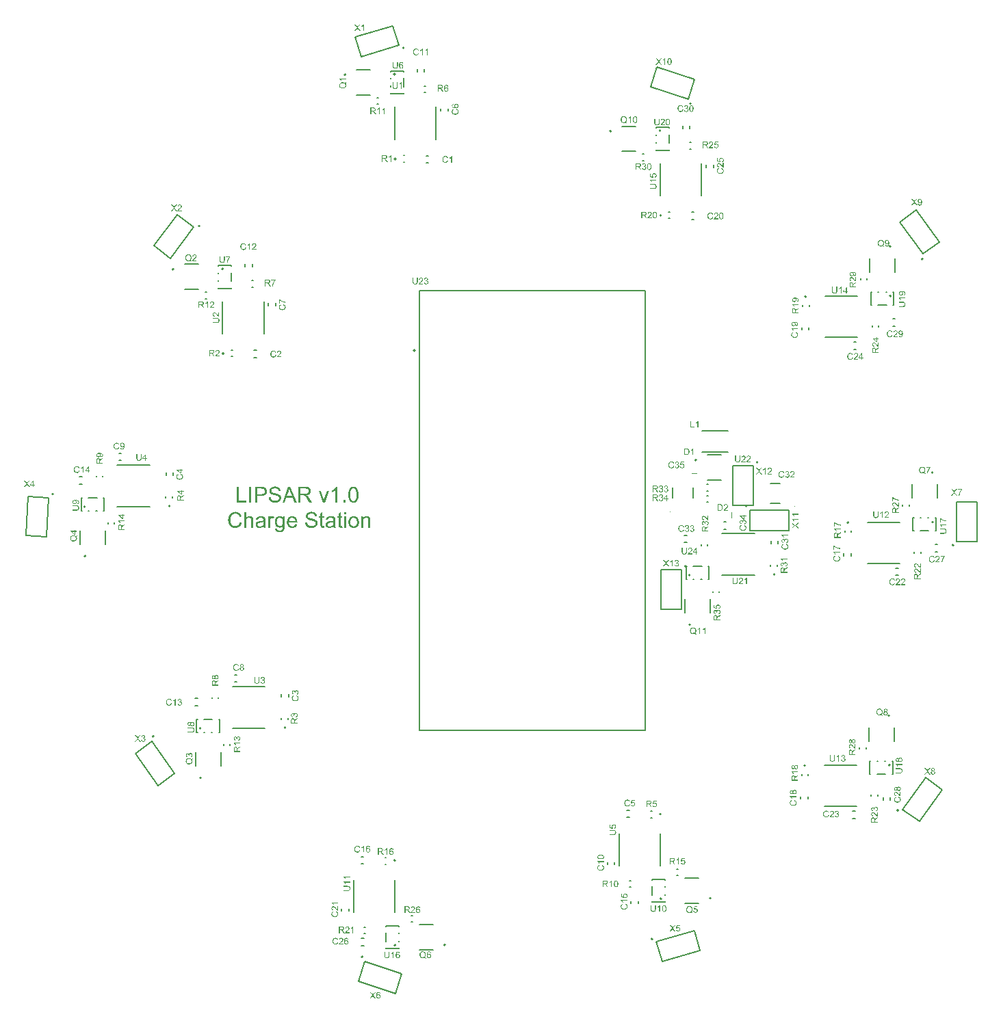
<source format=gto>
%TF.GenerationSoftware,Altium Limited,Altium Designer,23.3.1 (30)*%
G04 Layer_Color=65535*
%FSLAX45Y45*%
%MOMM*%
%TF.SameCoordinates,30647D46-07CB-4458-BA05-9B6BD05E8BF5*%
%TF.FilePolarity,Positive*%
%TF.FileFunction,Legend,Top*%
%TF.Part,Single*%
G01*
G75*
%TA.AperFunction,NonConductor*%
%ADD43C,0.10000*%
%ADD44C,0.20000*%
%ADD45C,0.12700*%
%ADD46C,0.15240*%
G36*
X6418651Y5399096D02*
X6408611D01*
Y5462807D01*
X6408487Y5462683D01*
X6407991Y5462187D01*
X6407124Y5461568D01*
X6406008Y5460700D01*
X6404645Y5459584D01*
X6403033Y5458469D01*
X6401174Y5457105D01*
X6399067Y5455866D01*
X6398943D01*
X6398819Y5455742D01*
X6398075Y5455246D01*
X6396960Y5454626D01*
X6395596Y5453883D01*
X6393985Y5453015D01*
X6392249Y5452271D01*
X6390390Y5451404D01*
X6388655Y5450660D01*
Y5460452D01*
X6388779D01*
X6389027Y5460576D01*
X6389522Y5460824D01*
X6390018Y5461196D01*
X6390762Y5461568D01*
X6391630Y5461940D01*
X6393613Y5463055D01*
X6395844Y5464419D01*
X6398323Y5466030D01*
X6400802Y5467889D01*
X6403157Y5469872D01*
X6403281Y5469996D01*
X6403405Y5470120D01*
X6404149Y5470864D01*
X6405264Y5471980D01*
X6406628Y5473343D01*
X6408115Y5475078D01*
X6409603Y5476938D01*
X6410966Y5478921D01*
X6412082Y5480904D01*
X6418651D01*
Y5399096D01*
D02*
G37*
G36*
X6332133Y5408640D02*
X6372169D01*
Y5399096D01*
X6321349D01*
Y5480532D01*
X6332133D01*
Y5408640D01*
D02*
G37*
G36*
X7451990Y4861958D02*
X7452982Y4861834D01*
X7454222Y4861710D01*
X7455585Y4861586D01*
X7457072Y4861338D01*
X7460295Y4860594D01*
X7463766Y4859479D01*
X7465501Y4858735D01*
X7467237Y4857867D01*
X7468848Y4856876D01*
X7470459Y4855760D01*
X7470583Y4855636D01*
X7470831Y4855512D01*
X7471203Y4855140D01*
X7471823Y4854645D01*
X7472443Y4854025D01*
X7473310Y4853157D01*
X7474178Y4852290D01*
X7475046Y4851298D01*
X7476037Y4850058D01*
X7476905Y4848819D01*
X7477896Y4847331D01*
X7478888Y4845720D01*
X7479756Y4844109D01*
X7480623Y4842249D01*
X7482111Y4838283D01*
X7471451Y4835804D01*
Y4835928D01*
X7471327Y4836176D01*
X7471203Y4836672D01*
X7470955Y4837291D01*
X7470583Y4838035D01*
X7470211Y4838903D01*
X7469344Y4840762D01*
X7468228Y4842869D01*
X7466741Y4845100D01*
X7465129Y4847084D01*
X7463146Y4848819D01*
X7462898Y4848943D01*
X7462154Y4849439D01*
X7461039Y4850058D01*
X7459428Y4850926D01*
X7457568Y4851670D01*
X7455213Y4852290D01*
X7452610Y4852785D01*
X7449635Y4852909D01*
X7448768D01*
X7448148Y4852785D01*
X7447280D01*
X7446413Y4852661D01*
X7444181Y4852290D01*
X7441702Y4851794D01*
X7439099Y4850926D01*
X7436496Y4849810D01*
X7434017Y4848323D01*
X7433893D01*
X7433769Y4848075D01*
X7433026Y4847455D01*
X7431910Y4846464D01*
X7430547Y4845100D01*
X7429183Y4843365D01*
X7427696Y4841382D01*
X7426332Y4838903D01*
X7425217Y4836176D01*
Y4836052D01*
X7425093Y4835804D01*
X7424969Y4835432D01*
X7424845Y4834812D01*
X7424597Y4834193D01*
X7424473Y4833325D01*
X7423977Y4831342D01*
X7423481Y4828987D01*
X7423110Y4826384D01*
X7422862Y4823533D01*
X7422738Y4820558D01*
Y4820434D01*
Y4820062D01*
Y4819566D01*
Y4818822D01*
X7422862Y4817955D01*
Y4816839D01*
X7422986Y4815724D01*
X7423110Y4814484D01*
X7423481Y4811633D01*
X7423977Y4808534D01*
X7424721Y4805436D01*
X7425713Y4802461D01*
Y4802337D01*
X7425837Y4802089D01*
X7426084Y4801717D01*
X7426332Y4801221D01*
X7426952Y4799734D01*
X7427944Y4798122D01*
X7429307Y4796139D01*
X7430919Y4794280D01*
X7432778Y4792421D01*
X7435009Y4790809D01*
X7435133D01*
X7435257Y4790685D01*
X7435629Y4790437D01*
X7436125Y4790190D01*
X7437488Y4789694D01*
X7439223Y4788950D01*
X7441207Y4788330D01*
X7443562Y4787711D01*
X7446165Y4787215D01*
X7448892Y4787091D01*
X7449759D01*
X7450379Y4787215D01*
X7451123D01*
X7452114Y4787339D01*
X7454222Y4787711D01*
X7456577Y4788330D01*
X7459180Y4789322D01*
X7461659Y4790561D01*
X7464138Y4792297D01*
X7464262Y4792421D01*
X7464386Y4792545D01*
X7465129Y4793288D01*
X7466245Y4794528D01*
X7467608Y4796139D01*
X7468972Y4798370D01*
X7470459Y4800973D01*
X7471699Y4804196D01*
X7472690Y4807791D01*
X7483474Y4805064D01*
Y4804940D01*
X7483350Y4804444D01*
X7483102Y4803824D01*
X7482854Y4802833D01*
X7482359Y4801841D01*
X7481863Y4800478D01*
X7481367Y4799114D01*
X7480623Y4797627D01*
X7479012Y4794280D01*
X7476781Y4790933D01*
X7474302Y4787711D01*
X7472814Y4786223D01*
X7471203Y4784860D01*
X7471079Y4784736D01*
X7470831Y4784612D01*
X7470335Y4784240D01*
X7469592Y4783744D01*
X7468724Y4783248D01*
X7467732Y4782628D01*
X7466617Y4782009D01*
X7465253Y4781389D01*
X7463766Y4780769D01*
X7462154Y4780149D01*
X7460295Y4779530D01*
X7458436Y4779034D01*
X7454346Y4778166D01*
X7452114Y4778042D01*
X7449759Y4777918D01*
X7448520D01*
X7447528Y4778042D01*
X7446413D01*
X7445173Y4778166D01*
X7443686Y4778414D01*
X7442198Y4778538D01*
X7438728Y4779282D01*
X7435133Y4780149D01*
X7431662Y4781513D01*
X7429927Y4782257D01*
X7428316Y4783248D01*
X7428192Y4783372D01*
X7427944Y4783496D01*
X7427572Y4783868D01*
X7426952Y4784240D01*
X7425465Y4785479D01*
X7423729Y4787215D01*
X7421622Y4789322D01*
X7419639Y4792049D01*
X7417532Y4795148D01*
X7415796Y4798742D01*
Y4798866D01*
X7415672Y4799238D01*
X7415425Y4799734D01*
X7415177Y4800478D01*
X7414805Y4801469D01*
X7414433Y4802585D01*
X7414061Y4803824D01*
X7413689Y4805312D01*
X7413317Y4806799D01*
X7412946Y4808534D01*
X7412202Y4812253D01*
X7411706Y4816219D01*
X7411582Y4820558D01*
Y4820682D01*
Y4821178D01*
Y4821797D01*
X7411706Y4822665D01*
Y4823781D01*
X7411830Y4825144D01*
X7411954Y4826507D01*
X7412202Y4828119D01*
X7412822Y4831590D01*
X7413565Y4835308D01*
X7414805Y4839151D01*
X7416416Y4842745D01*
Y4842869D01*
X7416664Y4843117D01*
X7416912Y4843613D01*
X7417284Y4844357D01*
X7417780Y4845100D01*
X7418399Y4845968D01*
X7420011Y4848075D01*
X7421870Y4850430D01*
X7424225Y4852785D01*
X7427076Y4855140D01*
X7430175Y4857124D01*
X7430299D01*
X7430547Y4857372D01*
X7431043Y4857619D01*
X7431786Y4857867D01*
X7432530Y4858239D01*
X7433522Y4858735D01*
X7434761Y4859107D01*
X7436001Y4859603D01*
X7437364Y4860098D01*
X7438852Y4860470D01*
X7442198Y4861338D01*
X7445917Y4861834D01*
X7449883Y4862082D01*
X7451123D01*
X7451990Y4861958D01*
D02*
G37*
G36*
X7520536Y4860966D02*
X7522147Y4860718D01*
X7524007Y4860346D01*
X7526114Y4859851D01*
X7528221Y4859107D01*
X7530328Y4858115D01*
X7530452D01*
X7530576Y4857991D01*
X7531320Y4857619D01*
X7532311Y4857000D01*
X7533551Y4856132D01*
X7534914Y4855016D01*
X7536402Y4853653D01*
X7537765Y4852042D01*
X7539005Y4850306D01*
X7539129Y4850058D01*
X7539501Y4849439D01*
X7539996Y4848447D01*
X7540492Y4847207D01*
X7540988Y4845596D01*
X7541484Y4843861D01*
X7541856Y4842001D01*
X7541980Y4839894D01*
Y4839646D01*
Y4839027D01*
X7541856Y4838035D01*
X7541608Y4836796D01*
X7541236Y4835308D01*
X7540740Y4833697D01*
X7540120Y4831961D01*
X7539129Y4830350D01*
X7539005Y4830102D01*
X7538633Y4829606D01*
X7537889Y4828863D01*
X7537022Y4827871D01*
X7535782Y4826755D01*
X7534419Y4825640D01*
X7532683Y4824400D01*
X7530700Y4823409D01*
X7530824D01*
X7531072Y4823285D01*
X7531444D01*
X7531939Y4823037D01*
X7533179Y4822665D01*
X7534790Y4821921D01*
X7536526Y4821054D01*
X7538385Y4819814D01*
X7540244Y4818327D01*
X7541856Y4816467D01*
X7541980Y4816219D01*
X7542475Y4815476D01*
X7543095Y4814360D01*
X7543963Y4812873D01*
X7544707Y4811013D01*
X7545326Y4808782D01*
X7545822Y4806179D01*
X7545946Y4803328D01*
Y4803205D01*
Y4802833D01*
Y4802337D01*
X7545822Y4801593D01*
X7545698Y4800602D01*
X7545574Y4799610D01*
X7545326Y4798370D01*
X7544954Y4797131D01*
X7544087Y4794280D01*
X7543467Y4792669D01*
X7542599Y4791181D01*
X7541732Y4789694D01*
X7540740Y4788206D01*
X7539501Y4786719D01*
X7538137Y4785231D01*
X7538013Y4785108D01*
X7537765Y4784860D01*
X7537393Y4784612D01*
X7536774Y4784116D01*
X7536030Y4783496D01*
X7535038Y4782876D01*
X7533923Y4782257D01*
X7532807Y4781637D01*
X7531444Y4780893D01*
X7529956Y4780273D01*
X7528345Y4779654D01*
X7526610Y4779034D01*
X7524750Y4778538D01*
X7522767Y4778290D01*
X7520660Y4778042D01*
X7518553Y4777918D01*
X7517561D01*
X7516817Y4778042D01*
X7515826Y4778166D01*
X7514834Y4778290D01*
X7513595Y4778414D01*
X7512355Y4778662D01*
X7509504Y4779406D01*
X7506529Y4780645D01*
X7505042Y4781265D01*
X7503678Y4782133D01*
X7502191Y4783124D01*
X7500828Y4784240D01*
X7500704Y4784364D01*
X7500580Y4784488D01*
X7500208Y4784860D01*
X7499712Y4785355D01*
X7499216Y4786099D01*
X7498596Y4786843D01*
X7497853Y4787711D01*
X7497233Y4788702D01*
X7495745Y4791181D01*
X7494506Y4794032D01*
X7493390Y4797255D01*
X7493019Y4798990D01*
X7492771Y4800849D01*
X7502811Y4802213D01*
Y4802089D01*
X7502935Y4801841D01*
Y4801345D01*
X7503183Y4800849D01*
X7503554Y4799362D01*
X7504174Y4797503D01*
X7504918Y4795519D01*
X7505910Y4793412D01*
X7507149Y4791553D01*
X7508513Y4789942D01*
X7508760Y4789818D01*
X7509256Y4789322D01*
X7510124Y4788826D01*
X7511363Y4788082D01*
X7512727Y4787463D01*
X7514462Y4786843D01*
X7516445Y4786347D01*
X7518553Y4786223D01*
X7519296D01*
X7519792Y4786347D01*
X7521032Y4786471D01*
X7522643Y4786843D01*
X7524626Y4787463D01*
X7526610Y4788206D01*
X7528593Y4789446D01*
X7530452Y4791057D01*
X7530700Y4791305D01*
X7531196Y4791925D01*
X7531939Y4792916D01*
X7532931Y4794404D01*
X7533799Y4796139D01*
X7534542Y4798246D01*
X7535038Y4800602D01*
X7535286Y4803205D01*
Y4803328D01*
Y4803452D01*
Y4803824D01*
X7535162Y4804320D01*
X7535038Y4805560D01*
X7534666Y4807171D01*
X7534171Y4808906D01*
X7533303Y4810890D01*
X7532187Y4812749D01*
X7530700Y4814484D01*
X7530452Y4814732D01*
X7529956Y4815228D01*
X7528965Y4815848D01*
X7527601Y4816715D01*
X7525990Y4817583D01*
X7524007Y4818203D01*
X7521899Y4818699D01*
X7519420Y4818946D01*
X7518305D01*
X7517437Y4818822D01*
X7516445Y4818699D01*
X7515206Y4818575D01*
X7513842Y4818327D01*
X7512355Y4817955D01*
X7513471Y4826755D01*
X7514090D01*
X7514586Y4826631D01*
X7516198D01*
X7517313Y4826755D01*
X7518925Y4827003D01*
X7520660Y4827375D01*
X7522519Y4827995D01*
X7524502Y4828739D01*
X7526486Y4829854D01*
X7526733Y4829978D01*
X7527353Y4830474D01*
X7528097Y4831342D01*
X7529089Y4832457D01*
X7530080Y4833821D01*
X7530824Y4835556D01*
X7531444Y4837663D01*
X7531692Y4840142D01*
Y4840266D01*
Y4840390D01*
Y4841010D01*
X7531444Y4842001D01*
X7531196Y4843365D01*
X7530824Y4844728D01*
X7530080Y4846216D01*
X7529213Y4847827D01*
X7527973Y4849191D01*
X7527849Y4849315D01*
X7527353Y4849810D01*
X7526486Y4850430D01*
X7525370Y4851050D01*
X7524007Y4851794D01*
X7522395Y4852290D01*
X7520536Y4852785D01*
X7518429Y4852909D01*
X7517437D01*
X7516322Y4852661D01*
X7515082Y4852413D01*
X7513471Y4852042D01*
X7511859Y4851298D01*
X7510248Y4850430D01*
X7508636Y4849191D01*
X7508513Y4849067D01*
X7508017Y4848571D01*
X7507397Y4847703D01*
X7506653Y4846464D01*
X7505786Y4844976D01*
X7505042Y4843117D01*
X7504298Y4840886D01*
X7503802Y4838283D01*
X7493762Y4840018D01*
Y4840142D01*
X7493886Y4840514D01*
X7494010Y4841010D01*
X7494134Y4841630D01*
X7494382Y4842497D01*
X7494630Y4843489D01*
X7495498Y4845720D01*
X7496489Y4848199D01*
X7497977Y4850802D01*
X7499712Y4853281D01*
X7501943Y4855512D01*
X7502067Y4855636D01*
X7502191Y4855760D01*
X7502563Y4856008D01*
X7503183Y4856380D01*
X7503802Y4856752D01*
X7504546Y4857248D01*
X7506405Y4858363D01*
X7508760Y4859355D01*
X7511611Y4860222D01*
X7514710Y4860842D01*
X7516445Y4861090D01*
X7519296D01*
X7520536Y4860966D01*
D02*
G37*
G36*
X7584743D02*
X7585735Y4860842D01*
X7586850Y4860718D01*
X7588090Y4860594D01*
X7589453Y4860222D01*
X7592428Y4859479D01*
X7595527Y4858363D01*
X7597138Y4857619D01*
X7598626Y4856752D01*
X7599989Y4855636D01*
X7601353Y4854521D01*
X7601477Y4854397D01*
X7601600Y4854273D01*
X7601972Y4853901D01*
X7602468Y4853405D01*
X7602964Y4852661D01*
X7603584Y4851918D01*
X7604823Y4850058D01*
X7606063Y4847703D01*
X7607178Y4844976D01*
X7608046Y4841878D01*
X7608170Y4840142D01*
X7608294Y4838407D01*
Y4838159D01*
Y4837539D01*
X7608170Y4836548D01*
X7608046Y4835308D01*
X7607798Y4833821D01*
X7607426Y4832209D01*
X7606930Y4830474D01*
X7606187Y4828739D01*
X7606063Y4828491D01*
X7605815Y4827871D01*
X7605319Y4827003D01*
X7604575Y4825764D01*
X7603708Y4824276D01*
X7602592Y4822541D01*
X7601105Y4820806D01*
X7599493Y4818822D01*
X7599245Y4818575D01*
X7598626Y4817831D01*
X7597510Y4816715D01*
X7596766Y4815972D01*
X7595899Y4815104D01*
X7594907Y4814112D01*
X7593668Y4812997D01*
X7592428Y4811881D01*
X7591065Y4810518D01*
X7589577Y4809154D01*
X7587842Y4807667D01*
X7586106Y4806179D01*
X7584123Y4804444D01*
X7583999Y4804320D01*
X7583751Y4804072D01*
X7583256Y4803700D01*
X7582636Y4803205D01*
X7581148Y4801965D01*
X7579289Y4800354D01*
X7577430Y4798618D01*
X7575447Y4796883D01*
X7573835Y4795396D01*
X7573215Y4794776D01*
X7572596Y4794156D01*
X7572472Y4794032D01*
X7572224Y4793660D01*
X7571728Y4793164D01*
X7571108Y4792421D01*
X7569745Y4790809D01*
X7568381Y4788826D01*
X7608418D01*
Y4779282D01*
X7554499D01*
Y4779406D01*
Y4779902D01*
Y4780645D01*
X7554623Y4781513D01*
X7554747Y4782505D01*
X7554871Y4783620D01*
X7555242Y4784860D01*
X7555614Y4786099D01*
Y4786223D01*
X7555738Y4786347D01*
X7555986Y4787091D01*
X7556482Y4788082D01*
X7557226Y4789570D01*
X7558093Y4791181D01*
X7559333Y4793040D01*
X7560572Y4794900D01*
X7562184Y4796883D01*
Y4797007D01*
X7562432Y4797131D01*
X7563051Y4797875D01*
X7564043Y4798990D01*
X7565530Y4800478D01*
X7567390Y4802213D01*
X7569621Y4804320D01*
X7572348Y4806675D01*
X7575323Y4809278D01*
X7575447Y4809402D01*
X7575942Y4809774D01*
X7576562Y4810270D01*
X7577430Y4811137D01*
X7578545Y4812005D01*
X7579785Y4813121D01*
X7582512Y4815476D01*
X7585487Y4818327D01*
X7588462Y4821178D01*
X7589949Y4822541D01*
X7591189Y4823904D01*
X7592304Y4825268D01*
X7593296Y4826507D01*
Y4826631D01*
X7593544Y4826755D01*
X7593792Y4827127D01*
X7594039Y4827623D01*
X7594783Y4828863D01*
X7595651Y4830474D01*
X7596518Y4832333D01*
X7597262Y4834316D01*
X7597758Y4836548D01*
X7598006Y4838655D01*
Y4838779D01*
Y4838903D01*
X7597882Y4839646D01*
X7597758Y4840762D01*
X7597510Y4842125D01*
X7596890Y4843737D01*
X7596147Y4845348D01*
X7595155Y4847084D01*
X7593668Y4848695D01*
X7593420Y4848819D01*
X7592924Y4849315D01*
X7591932Y4849934D01*
X7590693Y4850802D01*
X7589081Y4851546D01*
X7587222Y4852166D01*
X7584991Y4852661D01*
X7582512Y4852785D01*
X7581768D01*
X7581272Y4852661D01*
X7580033Y4852537D01*
X7578421Y4852290D01*
X7576562Y4851670D01*
X7574579Y4850926D01*
X7572720Y4849810D01*
X7570984Y4848323D01*
X7570860Y4848075D01*
X7570365Y4847579D01*
X7569621Y4846588D01*
X7568877Y4845224D01*
X7568010Y4843489D01*
X7567390Y4841506D01*
X7566894Y4839151D01*
X7566646Y4836424D01*
X7556358Y4837539D01*
Y4837663D01*
Y4838035D01*
X7556482Y4838655D01*
X7556606Y4839399D01*
X7556854Y4840390D01*
X7556978Y4841506D01*
X7557721Y4843985D01*
X7558713Y4846836D01*
X7560077Y4849687D01*
X7561936Y4852537D01*
X7562927Y4853777D01*
X7564167Y4855016D01*
X7564291Y4855140D01*
X7564539Y4855264D01*
X7564911Y4855636D01*
X7565407Y4856008D01*
X7566150Y4856380D01*
X7567018Y4857000D01*
X7568010Y4857495D01*
X7569125Y4858115D01*
X7570365Y4858611D01*
X7571728Y4859231D01*
X7573339Y4859727D01*
X7574951Y4860098D01*
X7578669Y4860842D01*
X7580653Y4860966D01*
X7582760Y4861090D01*
X7583875D01*
X7584743Y4860966D01*
D02*
G37*
G36*
X7176081Y4861735D02*
X7206697Y4819096D01*
X7193434D01*
X7172858Y4848101D01*
X7172734Y4848224D01*
X7172610Y4848472D01*
X7172238Y4848968D01*
X7171743Y4849712D01*
X7170751Y4851199D01*
X7169511Y4853059D01*
X7169387Y4852935D01*
X7169016Y4852439D01*
X7168644Y4851695D01*
X7168024Y4850704D01*
X7166661Y4848844D01*
X7166041Y4847977D01*
X7165545Y4847233D01*
X7144969Y4819096D01*
X7132078D01*
X7163562Y4861239D01*
X7135796Y4900532D01*
X7148564D01*
X7163438Y4879584D01*
Y4879460D01*
X7163686Y4879336D01*
X7164182Y4878469D01*
X7165049Y4877353D01*
X7165917Y4875990D01*
X7167032Y4874378D01*
X7168148Y4872643D01*
X7169016Y4871156D01*
X7169883Y4869668D01*
X7170007Y4869916D01*
X7170379Y4870412D01*
X7170999Y4871280D01*
X7171743Y4872395D01*
X7172610Y4873759D01*
X7173726Y4875370D01*
X7174965Y4876981D01*
X7176329Y4878717D01*
X7192690Y4900532D01*
X7204466D01*
X7176081Y4861735D01*
D02*
G37*
G36*
X7304247Y4900780D02*
X7305239Y4900656D01*
X7306354Y4900532D01*
X7307594Y4900408D01*
X7308957Y4900036D01*
X7311932Y4899293D01*
X7315031Y4898177D01*
X7316642Y4897433D01*
X7318130Y4896566D01*
X7319493Y4895450D01*
X7320857Y4894335D01*
X7320981Y4894211D01*
X7321105Y4894087D01*
X7321477Y4893715D01*
X7321972Y4893219D01*
X7322468Y4892475D01*
X7323088Y4891732D01*
X7324327Y4889872D01*
X7325567Y4887517D01*
X7326683Y4884790D01*
X7327550Y4881692D01*
X7327674Y4879956D01*
X7327798Y4878221D01*
Y4877973D01*
Y4877353D01*
X7327674Y4876362D01*
X7327550Y4875122D01*
X7327302Y4873635D01*
X7326930Y4872023D01*
X7326435Y4870288D01*
X7325691Y4868553D01*
X7325567Y4868305D01*
X7325319Y4867685D01*
X7324823Y4866817D01*
X7324080Y4865578D01*
X7323212Y4864090D01*
X7322096Y4862355D01*
X7320609Y4860620D01*
X7318998Y4858636D01*
X7318750Y4858389D01*
X7318130Y4857645D01*
X7317014Y4856529D01*
X7316271Y4855786D01*
X7315403Y4854918D01*
X7314411Y4853926D01*
X7313172Y4852811D01*
X7311932Y4851695D01*
X7310569Y4850332D01*
X7309081Y4848968D01*
X7307346Y4847481D01*
X7305611Y4845993D01*
X7303628Y4844258D01*
X7303504Y4844134D01*
X7303256Y4843886D01*
X7302760Y4843514D01*
X7302140Y4843019D01*
X7300653Y4841779D01*
X7298793Y4840168D01*
X7296934Y4838432D01*
X7294951Y4836697D01*
X7293339Y4835210D01*
X7292720Y4834590D01*
X7292100Y4833970D01*
X7291976Y4833846D01*
X7291728Y4833474D01*
X7291232Y4832978D01*
X7290613Y4832235D01*
X7289249Y4830623D01*
X7287886Y4828640D01*
X7327922D01*
Y4819096D01*
X7274003D01*
Y4819220D01*
Y4819716D01*
Y4820459D01*
X7274127Y4821327D01*
X7274251Y4822319D01*
X7274375Y4823434D01*
X7274747Y4824674D01*
X7275119Y4825913D01*
Y4826037D01*
X7275242Y4826161D01*
X7275490Y4826905D01*
X7275986Y4827896D01*
X7276730Y4829384D01*
X7277598Y4830995D01*
X7278837Y4832854D01*
X7280077Y4834714D01*
X7281688Y4836697D01*
Y4836821D01*
X7281936Y4836945D01*
X7282556Y4837689D01*
X7283547Y4838804D01*
X7285035Y4840292D01*
X7286894Y4842027D01*
X7289125Y4844134D01*
X7291852Y4846489D01*
X7294827Y4849092D01*
X7294951Y4849216D01*
X7295447Y4849588D01*
X7296066Y4850084D01*
X7296934Y4850951D01*
X7298050Y4851819D01*
X7299289Y4852935D01*
X7302016Y4855290D01*
X7304991Y4858141D01*
X7307966Y4860992D01*
X7309453Y4862355D01*
X7310693Y4863718D01*
X7311808Y4865082D01*
X7312800Y4866321D01*
Y4866445D01*
X7313048Y4866569D01*
X7313296Y4866941D01*
X7313544Y4867437D01*
X7314287Y4868677D01*
X7315155Y4870288D01*
X7316023Y4872147D01*
X7316766Y4874130D01*
X7317262Y4876362D01*
X7317510Y4878469D01*
Y4878593D01*
Y4878717D01*
X7317386Y4879460D01*
X7317262Y4880576D01*
X7317014Y4881939D01*
X7316395Y4883551D01*
X7315651Y4885162D01*
X7314659Y4886898D01*
X7313172Y4888509D01*
X7312924Y4888633D01*
X7312428Y4889129D01*
X7311436Y4889748D01*
X7310197Y4890616D01*
X7308586Y4891360D01*
X7306726Y4891980D01*
X7304495Y4892475D01*
X7302016Y4892599D01*
X7301272D01*
X7300777Y4892475D01*
X7299537Y4892351D01*
X7297926Y4892103D01*
X7296066Y4891484D01*
X7294083Y4890740D01*
X7292224Y4889624D01*
X7290489Y4888137D01*
X7290365Y4887889D01*
X7289869Y4887393D01*
X7289125Y4886402D01*
X7288381Y4885038D01*
X7287514Y4883303D01*
X7286894Y4881320D01*
X7286398Y4878965D01*
X7286150Y4876238D01*
X7275862Y4877353D01*
Y4877477D01*
Y4877849D01*
X7275986Y4878469D01*
X7276110Y4879212D01*
X7276358Y4880204D01*
X7276482Y4881320D01*
X7277226Y4883799D01*
X7278217Y4886650D01*
X7279581Y4889501D01*
X7281440Y4892351D01*
X7282432Y4893591D01*
X7283671Y4894830D01*
X7283795Y4894954D01*
X7284043Y4895078D01*
X7284415Y4895450D01*
X7284911Y4895822D01*
X7285654Y4896194D01*
X7286522Y4896814D01*
X7287514Y4897309D01*
X7288629Y4897929D01*
X7289869Y4898425D01*
X7291232Y4899045D01*
X7292844Y4899541D01*
X7294455Y4899912D01*
X7298174Y4900656D01*
X7300157Y4900780D01*
X7302264Y4900904D01*
X7303380D01*
X7304247Y4900780D01*
D02*
G37*
G36*
X7249832Y4819096D02*
X7239792D01*
Y4882807D01*
X7239668Y4882683D01*
X7239172Y4882187D01*
X7238305Y4881568D01*
X7237189Y4880700D01*
X7235826Y4879584D01*
X7234214Y4878469D01*
X7232355Y4877105D01*
X7230248Y4875866D01*
X7230124D01*
X7230000Y4875742D01*
X7229256Y4875246D01*
X7228141Y4874626D01*
X7226777Y4873883D01*
X7225166Y4873015D01*
X7223431Y4872271D01*
X7221571Y4871404D01*
X7219836Y4870660D01*
Y4880452D01*
X7219960D01*
X7220208Y4880576D01*
X7220704Y4880824D01*
X7221199Y4881196D01*
X7221943Y4881568D01*
X7222811Y4881939D01*
X7224794Y4883055D01*
X7227025Y4884418D01*
X7229504Y4886030D01*
X7231983Y4887889D01*
X7234338Y4889872D01*
X7234462Y4889996D01*
X7234586Y4890120D01*
X7235330Y4890864D01*
X7236446Y4891980D01*
X7237809Y4893343D01*
X7239296Y4895078D01*
X7240784Y4896938D01*
X7242147Y4898921D01*
X7243263Y4900904D01*
X7249832D01*
Y4819096D01*
D02*
G37*
G36*
X6937153Y5004112D02*
Y5003988D01*
Y5003616D01*
Y5002997D01*
Y5002129D01*
X6937029Y5001013D01*
Y4999898D01*
X6936905Y4998534D01*
X6936781Y4997047D01*
X6936409Y4993948D01*
X6935913Y4990725D01*
X6935293Y4987503D01*
X6934302Y4984652D01*
Y4984528D01*
X6934178Y4984280D01*
X6934054Y4983908D01*
X6933806Y4983412D01*
X6933062Y4982173D01*
X6932071Y4980437D01*
X6930707Y4978578D01*
X6928972Y4976595D01*
X6926741Y4974736D01*
X6924262Y4972876D01*
X6924138D01*
X6923890Y4972628D01*
X6923518Y4972504D01*
X6922898Y4972133D01*
X6922279Y4971885D01*
X6921411Y4971513D01*
X6920295Y4971017D01*
X6919180Y4970645D01*
X6917940Y4970273D01*
X6916453Y4969777D01*
X6914965Y4969406D01*
X6913230Y4969158D01*
X6909511Y4968662D01*
X6905297Y4968414D01*
X6904182D01*
X6903438Y4968538D01*
X6902446D01*
X6901331Y4968662D01*
X6900091Y4968786D01*
X6898728Y4968910D01*
X6895753Y4969406D01*
X6892654Y4970025D01*
X6889431Y4971017D01*
X6886580Y4972257D01*
X6886456D01*
X6886208Y4972504D01*
X6885961Y4972628D01*
X6885465Y4973000D01*
X6884101Y4973868D01*
X6882614Y4975231D01*
X6880879Y4976843D01*
X6879267Y4978702D01*
X6877656Y4981057D01*
X6876292Y4983660D01*
Y4983784D01*
X6876168Y4984032D01*
X6876044Y4984404D01*
X6875797Y4985024D01*
X6875549Y4985767D01*
X6875301Y4986759D01*
X6875053Y4987874D01*
X6874805Y4989114D01*
X6874433Y4990477D01*
X6874185Y4991965D01*
X6873937Y4993700D01*
X6873689Y4995436D01*
X6873441Y4997419D01*
X6873317Y4999526D01*
X6873194Y5001757D01*
Y5004112D01*
Y5051214D01*
X6883977D01*
Y5004112D01*
Y5003988D01*
Y5003616D01*
Y5003121D01*
Y5002377D01*
Y5001509D01*
X6884101Y5000518D01*
X6884225Y4998162D01*
X6884473Y4995683D01*
X6884721Y4993080D01*
X6885217Y4990601D01*
X6885465Y4989486D01*
X6885837Y4988494D01*
X6885961Y4988246D01*
X6886208Y4987627D01*
X6886704Y4986759D01*
X6887448Y4985643D01*
X6888316Y4984404D01*
X6889555Y4983040D01*
X6890919Y4981801D01*
X6892654Y4980685D01*
X6892902Y4980561D01*
X6893522Y4980313D01*
X6894513Y4979818D01*
X6895877Y4979446D01*
X6897612Y4978950D01*
X6899595Y4978454D01*
X6901826Y4978206D01*
X6904305Y4978082D01*
X6905421D01*
X6906289Y4978206D01*
X6907280D01*
X6908396Y4978330D01*
X6910875Y4978702D01*
X6913726Y4979446D01*
X6916453Y4980313D01*
X6919056Y4981677D01*
X6920295Y4982421D01*
X6921287Y4983412D01*
Y4983536D01*
X6921535Y4983660D01*
X6921783Y4984032D01*
X6922031Y4984528D01*
X6922526Y4985148D01*
X6922898Y4985891D01*
X6923394Y4986883D01*
X6923890Y4987998D01*
X6924262Y4989362D01*
X6924758Y4990849D01*
X6925253Y4992461D01*
X6925625Y4994444D01*
X6925873Y4996551D01*
X6926121Y4998782D01*
X6926369Y5001385D01*
Y5004112D01*
Y5051214D01*
X6937153D01*
Y5004112D01*
D02*
G37*
G36*
X7043132Y5051462D02*
X7044123Y5051338D01*
X7045239Y5051214D01*
X7046478Y5051090D01*
X7047842Y5050718D01*
X7050817Y5049974D01*
X7053916Y5048859D01*
X7055527Y5048115D01*
X7057014Y5047247D01*
X7058378Y5046132D01*
X7059741Y5045016D01*
X7059865Y5044892D01*
X7059989Y5044768D01*
X7060361Y5044397D01*
X7060857Y5043901D01*
X7061353Y5043157D01*
X7061972Y5042413D01*
X7063212Y5040554D01*
X7064451Y5038199D01*
X7065567Y5035472D01*
X7066435Y5032373D01*
X7066559Y5030638D01*
X7066683Y5028903D01*
Y5028655D01*
Y5028035D01*
X7066559Y5027043D01*
X7066435Y5025804D01*
X7066187Y5024316D01*
X7065815Y5022705D01*
X7065319Y5020970D01*
X7064575Y5019234D01*
X7064451Y5018986D01*
X7064204Y5018367D01*
X7063708Y5017499D01*
X7062964Y5016259D01*
X7062096Y5014772D01*
X7060981Y5013037D01*
X7059493Y5011301D01*
X7057882Y5009318D01*
X7057634Y5009070D01*
X7057014Y5008327D01*
X7055899Y5007211D01*
X7055155Y5006467D01*
X7054287Y5005600D01*
X7053296Y5004608D01*
X7052056Y5003492D01*
X7050817Y5002377D01*
X7049453Y5001013D01*
X7047966Y4999650D01*
X7046231Y4998162D01*
X7044495Y4996675D01*
X7042512Y4994940D01*
X7042388Y4994816D01*
X7042140Y4994568D01*
X7041644Y4994196D01*
X7041025Y4993700D01*
X7039537Y4992461D01*
X7037678Y4990849D01*
X7035819Y4989114D01*
X7033835Y4987379D01*
X7032224Y4985891D01*
X7031604Y4985271D01*
X7030984Y4984652D01*
X7030860Y4984528D01*
X7030613Y4984156D01*
X7030117Y4983660D01*
X7029497Y4982916D01*
X7028134Y4981305D01*
X7026770Y4979322D01*
X7066807D01*
Y4969777D01*
X7012887D01*
Y4969901D01*
Y4970397D01*
Y4971141D01*
X7013011Y4972009D01*
X7013135Y4973000D01*
X7013259Y4974116D01*
X7013631Y4975355D01*
X7014003Y4976595D01*
Y4976719D01*
X7014127Y4976843D01*
X7014375Y4977586D01*
X7014871Y4978578D01*
X7015614Y4980065D01*
X7016482Y4981677D01*
X7017722Y4983536D01*
X7018961Y4985395D01*
X7020572Y4987379D01*
Y4987503D01*
X7020820Y4987627D01*
X7021440Y4988370D01*
X7022432Y4989486D01*
X7023919Y4990973D01*
X7025778Y4992709D01*
X7028010Y4994816D01*
X7030737Y4997171D01*
X7033711Y4999774D01*
X7033835Y4999898D01*
X7034331Y5000270D01*
X7034951Y5000765D01*
X7035819Y5001633D01*
X7036934Y5002501D01*
X7038174Y5003616D01*
X7040901Y5005971D01*
X7043875Y5008822D01*
X7046850Y5011673D01*
X7048338Y5013037D01*
X7049577Y5014400D01*
X7050693Y5015764D01*
X7051684Y5017003D01*
Y5017127D01*
X7051932Y5017251D01*
X7052180Y5017623D01*
X7052428Y5018119D01*
X7053172Y5019358D01*
X7054039Y5020970D01*
X7054907Y5022829D01*
X7055651Y5024812D01*
X7056147Y5027043D01*
X7056395Y5029150D01*
Y5029274D01*
Y5029398D01*
X7056271Y5030142D01*
X7056147Y5031258D01*
X7055899Y5032621D01*
X7055279Y5034233D01*
X7054535Y5035844D01*
X7053544Y5037579D01*
X7052056Y5039191D01*
X7051808Y5039315D01*
X7051313Y5039810D01*
X7050321Y5040430D01*
X7049081Y5041298D01*
X7047470Y5042041D01*
X7045611Y5042661D01*
X7043380Y5043157D01*
X7040901Y5043281D01*
X7040157D01*
X7039661Y5043157D01*
X7038422Y5043033D01*
X7036810Y5042785D01*
X7034951Y5042165D01*
X7032968Y5041422D01*
X7031108Y5040306D01*
X7029373Y5038819D01*
X7029249Y5038571D01*
X7028753Y5038075D01*
X7028010Y5037083D01*
X7027266Y5035720D01*
X7026398Y5033985D01*
X7025778Y5032001D01*
X7025283Y5029646D01*
X7025035Y5026919D01*
X7014747Y5028035D01*
Y5028159D01*
Y5028531D01*
X7014871Y5029150D01*
X7014995Y5029894D01*
X7015243Y5030886D01*
X7015366Y5032001D01*
X7016110Y5034480D01*
X7017102Y5037331D01*
X7018465Y5040182D01*
X7020325Y5043033D01*
X7021316Y5044273D01*
X7022556Y5045512D01*
X7022680Y5045636D01*
X7022928Y5045760D01*
X7023299Y5046132D01*
X7023795Y5046504D01*
X7024539Y5046876D01*
X7025407Y5047495D01*
X7026398Y5047991D01*
X7027514Y5048611D01*
X7028753Y5049107D01*
X7030117Y5049727D01*
X7031728Y5050222D01*
X7033340Y5050594D01*
X7037058Y5051338D01*
X7039041Y5051462D01*
X7041148Y5051586D01*
X7042264D01*
X7043132Y5051462D01*
D02*
G37*
G36*
X6979916D02*
X6980908Y5051338D01*
X6982023Y5051214D01*
X6983263Y5051090D01*
X6984626Y5050718D01*
X6987601Y5049974D01*
X6990700Y5048859D01*
X6992311Y5048115D01*
X6993799Y5047247D01*
X6995162Y5046132D01*
X6996526Y5045016D01*
X6996650Y5044892D01*
X6996774Y5044768D01*
X6997146Y5044397D01*
X6997641Y5043901D01*
X6998137Y5043157D01*
X6998757Y5042413D01*
X6999996Y5040554D01*
X7001236Y5038199D01*
X7002352Y5035472D01*
X7003219Y5032373D01*
X7003343Y5030638D01*
X7003467Y5028903D01*
Y5028655D01*
Y5028035D01*
X7003343Y5027043D01*
X7003219Y5025804D01*
X7002971Y5024316D01*
X7002599Y5022705D01*
X7002104Y5020970D01*
X7001360Y5019234D01*
X7001236Y5018986D01*
X7000988Y5018367D01*
X7000492Y5017499D01*
X6999749Y5016259D01*
X6998881Y5014772D01*
X6997765Y5013037D01*
X6996278Y5011301D01*
X6994666Y5009318D01*
X6994419Y5009070D01*
X6993799Y5008327D01*
X6992683Y5007211D01*
X6991940Y5006467D01*
X6991072Y5005600D01*
X6990080Y5004608D01*
X6988841Y5003492D01*
X6987601Y5002377D01*
X6986238Y5001013D01*
X6984750Y4999650D01*
X6983015Y4998162D01*
X6981280Y4996675D01*
X6979296Y4994940D01*
X6979172Y4994816D01*
X6978925Y4994568D01*
X6978429Y4994196D01*
X6977809Y4993700D01*
X6976322Y4992461D01*
X6974462Y4990849D01*
X6972603Y4989114D01*
X6970620Y4987379D01*
X6969008Y4985891D01*
X6968389Y4985271D01*
X6967769Y4984652D01*
X6967645Y4984528D01*
X6967397Y4984156D01*
X6966901Y4983660D01*
X6966281Y4982916D01*
X6964918Y4981305D01*
X6963555Y4979322D01*
X7003591D01*
Y4969777D01*
X6949672D01*
Y4969901D01*
Y4970397D01*
Y4971141D01*
X6949796Y4972009D01*
X6949920Y4973000D01*
X6950044Y4974116D01*
X6950416Y4975355D01*
X6950787Y4976595D01*
Y4976719D01*
X6950911Y4976843D01*
X6951159Y4977586D01*
X6951655Y4978578D01*
X6952399Y4980065D01*
X6953267Y4981677D01*
X6954506Y4983536D01*
X6955746Y4985395D01*
X6957357Y4987379D01*
Y4987503D01*
X6957605Y4987627D01*
X6958225Y4988370D01*
X6959216Y4989486D01*
X6960704Y4990973D01*
X6962563Y4992709D01*
X6964794Y4994816D01*
X6967521Y4997171D01*
X6970496Y4999774D01*
X6970620Y4999898D01*
X6971116Y5000270D01*
X6971735Y5000765D01*
X6972603Y5001633D01*
X6973719Y5002501D01*
X6974958Y5003616D01*
X6977685Y5005971D01*
X6980660Y5008822D01*
X6983635Y5011673D01*
X6985122Y5013037D01*
X6986362Y5014400D01*
X6987477Y5015764D01*
X6988469Y5017003D01*
Y5017127D01*
X6988717Y5017251D01*
X6988965Y5017623D01*
X6989213Y5018119D01*
X6989956Y5019358D01*
X6990824Y5020970D01*
X6991692Y5022829D01*
X6992435Y5024812D01*
X6992931Y5027043D01*
X6993179Y5029150D01*
Y5029274D01*
Y5029398D01*
X6993055Y5030142D01*
X6992931Y5031258D01*
X6992683Y5032621D01*
X6992063Y5034233D01*
X6991320Y5035844D01*
X6990328Y5037579D01*
X6988841Y5039191D01*
X6988593Y5039315D01*
X6988097Y5039810D01*
X6987105Y5040430D01*
X6985866Y5041298D01*
X6984255Y5042041D01*
X6982395Y5042661D01*
X6980164Y5043157D01*
X6977685Y5043281D01*
X6976941D01*
X6976446Y5043157D01*
X6975206Y5043033D01*
X6973595Y5042785D01*
X6971735Y5042165D01*
X6969752Y5041422D01*
X6967893Y5040306D01*
X6966158Y5038819D01*
X6966034Y5038571D01*
X6965538Y5038075D01*
X6964794Y5037083D01*
X6964050Y5035720D01*
X6963183Y5033985D01*
X6962563Y5032001D01*
X6962067Y5029646D01*
X6961819Y5026919D01*
X6951531Y5028035D01*
Y5028159D01*
Y5028531D01*
X6951655Y5029150D01*
X6951779Y5029894D01*
X6952027Y5030886D01*
X6952151Y5032001D01*
X6952895Y5034480D01*
X6953886Y5037331D01*
X6955250Y5040182D01*
X6957109Y5043033D01*
X6958101Y5044273D01*
X6959340Y5045512D01*
X6959464Y5045636D01*
X6959712Y5045760D01*
X6960084Y5046132D01*
X6960580Y5046504D01*
X6961323Y5046876D01*
X6962191Y5047495D01*
X6963183Y5047991D01*
X6964298Y5048611D01*
X6965538Y5049107D01*
X6966901Y5049727D01*
X6968513Y5050222D01*
X6970124Y5050594D01*
X6973843Y5051338D01*
X6975826Y5051462D01*
X6977933Y5051586D01*
X6979049D01*
X6979916Y5051462D01*
D02*
G37*
G36*
X6357824Y5059096D02*
X6347784D01*
Y5122807D01*
X6347660Y5122683D01*
X6347164Y5122187D01*
X6346296Y5121568D01*
X6345181Y5120700D01*
X6343817Y5119584D01*
X6342206Y5118469D01*
X6340346Y5117105D01*
X6338239Y5115866D01*
X6338115D01*
X6337991Y5115742D01*
X6337248Y5115246D01*
X6336132Y5114626D01*
X6334769Y5113883D01*
X6333157Y5113015D01*
X6331422Y5112271D01*
X6329563Y5111404D01*
X6327827Y5110660D01*
Y5120452D01*
X6327951D01*
X6328199Y5120576D01*
X6328695Y5120824D01*
X6329191Y5121196D01*
X6329935Y5121568D01*
X6330802Y5121939D01*
X6332785Y5123055D01*
X6335017Y5124419D01*
X6337496Y5126030D01*
X6339975Y5127889D01*
X6342330Y5129872D01*
X6342454Y5129996D01*
X6342578Y5130120D01*
X6343321Y5130864D01*
X6344437Y5131980D01*
X6345800Y5133343D01*
X6347288Y5135078D01*
X6348775Y5136938D01*
X6350139Y5138921D01*
X6351254Y5140904D01*
X6357824D01*
Y5059096D01*
D02*
G37*
G36*
X6275520Y5140408D02*
X6277751Y5140284D01*
X6280230Y5140036D01*
X6282585Y5139665D01*
X6284568Y5139293D01*
X6284692D01*
X6284940Y5139169D01*
X6285188D01*
X6285684Y5138921D01*
X6287047Y5138549D01*
X6288658Y5137929D01*
X6290518Y5137186D01*
X6292501Y5136194D01*
X6294484Y5134954D01*
X6296467Y5133467D01*
X6296591D01*
X6296715Y5133219D01*
X6297583Y5132475D01*
X6298699Y5131236D01*
X6300062Y5129624D01*
X6301673Y5127641D01*
X6303285Y5125286D01*
X6304772Y5122559D01*
X6306136Y5119460D01*
Y5119336D01*
X6306260Y5119089D01*
X6306384Y5118593D01*
X6306632Y5117973D01*
X6306879Y5117229D01*
X6307127Y5116238D01*
X6307499Y5115122D01*
X6307747Y5113883D01*
X6307995Y5112519D01*
X6308367Y5111032D01*
X6308863Y5107809D01*
X6309235Y5104214D01*
X6309358Y5100248D01*
Y5100124D01*
Y5099876D01*
Y5099380D01*
Y5098636D01*
X6309235Y5097893D01*
Y5096901D01*
X6309111Y5094670D01*
X6308863Y5092191D01*
X6308367Y5089340D01*
X6307871Y5086489D01*
X6307127Y5083762D01*
Y5083638D01*
X6307003Y5083390D01*
X6306879Y5083019D01*
X6306755Y5082523D01*
X6306260Y5081283D01*
X6305640Y5079548D01*
X6304896Y5077689D01*
X6303905Y5075705D01*
X6302789Y5073722D01*
X6301549Y5071863D01*
X6301426Y5071615D01*
X6300930Y5071119D01*
X6300310Y5070251D01*
X6299318Y5069136D01*
X6298327Y5068020D01*
X6296963Y5066781D01*
X6295600Y5065541D01*
X6294112Y5064426D01*
X6293988Y5064302D01*
X6293369Y5064054D01*
X6292501Y5063558D01*
X6291385Y5062938D01*
X6290022Y5062319D01*
X6288411Y5061699D01*
X6286551Y5061079D01*
X6284444Y5060459D01*
X6284196D01*
X6283453Y5060211D01*
X6282337Y5060087D01*
X6280726Y5059840D01*
X6278866Y5059592D01*
X6276635Y5059344D01*
X6274156Y5059220D01*
X6271429Y5059096D01*
X6242176D01*
Y5140532D01*
X6273412D01*
X6275520Y5140408D01*
D02*
G37*
G36*
X6276905Y3864112D02*
Y3863988D01*
Y3863616D01*
Y3862997D01*
Y3862129D01*
X6276781Y3861013D01*
Y3859898D01*
X6276657Y3858534D01*
X6276533Y3857047D01*
X6276161Y3853948D01*
X6275665Y3850725D01*
X6275046Y3847503D01*
X6274054Y3844652D01*
Y3844528D01*
X6273930Y3844280D01*
X6273806Y3843908D01*
X6273558Y3843412D01*
X6272814Y3842173D01*
X6271823Y3840437D01*
X6270459Y3838578D01*
X6268724Y3836595D01*
X6266493Y3834736D01*
X6264014Y3832876D01*
X6263890D01*
X6263642Y3832628D01*
X6263270Y3832504D01*
X6262650Y3832133D01*
X6262031Y3831885D01*
X6261163Y3831513D01*
X6260047Y3831017D01*
X6258932Y3830645D01*
X6257692Y3830273D01*
X6256205Y3829777D01*
X6254717Y3829406D01*
X6252982Y3829158D01*
X6249264Y3828662D01*
X6245049Y3828414D01*
X6243934D01*
X6243190Y3828538D01*
X6242198D01*
X6241083Y3828662D01*
X6239843Y3828786D01*
X6238480Y3828910D01*
X6235505Y3829406D01*
X6232406Y3830025D01*
X6229183Y3831017D01*
X6226332Y3832256D01*
X6226209D01*
X6225961Y3832504D01*
X6225713Y3832628D01*
X6225217Y3833000D01*
X6223853Y3833868D01*
X6222366Y3835231D01*
X6220631Y3836843D01*
X6219019Y3838702D01*
X6217408Y3841057D01*
X6216044Y3843660D01*
Y3843784D01*
X6215921Y3844032D01*
X6215797Y3844404D01*
X6215549Y3845024D01*
X6215301Y3845767D01*
X6215053Y3846759D01*
X6214805Y3847874D01*
X6214557Y3849114D01*
X6214185Y3850477D01*
X6213937Y3851965D01*
X6213689Y3853700D01*
X6213441Y3855436D01*
X6213194Y3857419D01*
X6213070Y3859526D01*
X6212946Y3861757D01*
Y3864112D01*
Y3911214D01*
X6223729D01*
Y3864112D01*
Y3863988D01*
Y3863616D01*
Y3863121D01*
Y3862377D01*
Y3861509D01*
X6223853Y3860518D01*
X6223977Y3858162D01*
X6224225Y3855683D01*
X6224473Y3853080D01*
X6224969Y3850601D01*
X6225217Y3849486D01*
X6225589Y3848494D01*
X6225713Y3848246D01*
X6225961Y3847627D01*
X6226456Y3846759D01*
X6227200Y3845643D01*
X6228068Y3844404D01*
X6229307Y3843040D01*
X6230671Y3841801D01*
X6232406Y3840685D01*
X6232654Y3840561D01*
X6233274Y3840313D01*
X6234265Y3839818D01*
X6235629Y3839446D01*
X6237364Y3838950D01*
X6239347Y3838454D01*
X6241579Y3838206D01*
X6244058Y3838082D01*
X6245173D01*
X6246041Y3838206D01*
X6247032D01*
X6248148Y3838330D01*
X6250627Y3838702D01*
X6253478Y3839446D01*
X6256205Y3840313D01*
X6258808Y3841677D01*
X6260047Y3842421D01*
X6261039Y3843412D01*
Y3843536D01*
X6261287Y3843660D01*
X6261535Y3844032D01*
X6261783Y3844528D01*
X6262279Y3845148D01*
X6262650Y3845891D01*
X6263146Y3846883D01*
X6263642Y3847998D01*
X6264014Y3849362D01*
X6264510Y3850849D01*
X6265006Y3852461D01*
X6265377Y3854444D01*
X6265625Y3856551D01*
X6265873Y3858782D01*
X6266121Y3861385D01*
Y3864112D01*
Y3911214D01*
X6276905D01*
Y3864112D01*
D02*
G37*
G36*
X6396023Y3858410D02*
X6407054D01*
Y3849238D01*
X6396023D01*
Y3829777D01*
X6385983D01*
Y3849238D01*
X6350656D01*
Y3858410D01*
X6387842Y3911090D01*
X6396023D01*
Y3858410D01*
D02*
G37*
G36*
X6319668Y3911462D02*
X6320660Y3911338D01*
X6321776Y3911214D01*
X6323015Y3911090D01*
X6324379Y3910718D01*
X6327353Y3909974D01*
X6330452Y3908859D01*
X6332064Y3908115D01*
X6333551Y3907247D01*
X6334914Y3906132D01*
X6336278Y3905016D01*
X6336402Y3904892D01*
X6336526Y3904768D01*
X6336898Y3904397D01*
X6337393Y3903901D01*
X6337889Y3903157D01*
X6338509Y3902413D01*
X6339749Y3900554D01*
X6340988Y3898199D01*
X6342104Y3895472D01*
X6342971Y3892373D01*
X6343095Y3890638D01*
X6343219Y3888903D01*
Y3888655D01*
Y3888035D01*
X6343095Y3887043D01*
X6342971Y3885804D01*
X6342723Y3884316D01*
X6342352Y3882705D01*
X6341856Y3880970D01*
X6341112Y3879234D01*
X6340988Y3878986D01*
X6340740Y3878367D01*
X6340244Y3877499D01*
X6339501Y3876259D01*
X6338633Y3874772D01*
X6337517Y3873037D01*
X6336030Y3871301D01*
X6334419Y3869318D01*
X6334171Y3869070D01*
X6333551Y3868327D01*
X6332435Y3867211D01*
X6331692Y3866467D01*
X6330824Y3865600D01*
X6329832Y3864608D01*
X6328593Y3863492D01*
X6327353Y3862377D01*
X6325990Y3861013D01*
X6324502Y3859650D01*
X6322767Y3858162D01*
X6321032Y3856675D01*
X6319049Y3854940D01*
X6318925Y3854816D01*
X6318677Y3854568D01*
X6318181Y3854196D01*
X6317561Y3853700D01*
X6316074Y3852461D01*
X6314214Y3850849D01*
X6312355Y3849114D01*
X6310372Y3847379D01*
X6308761Y3845891D01*
X6308141Y3845271D01*
X6307521Y3844652D01*
X6307397Y3844528D01*
X6307149Y3844156D01*
X6306653Y3843660D01*
X6306034Y3842916D01*
X6304670Y3841305D01*
X6303307Y3839322D01*
X6343343D01*
Y3829777D01*
X6289424D01*
Y3829901D01*
Y3830397D01*
Y3831141D01*
X6289548Y3832009D01*
X6289672Y3833000D01*
X6289796Y3834116D01*
X6290168Y3835355D01*
X6290540Y3836595D01*
Y3836719D01*
X6290664Y3836843D01*
X6290911Y3837586D01*
X6291407Y3838578D01*
X6292151Y3840065D01*
X6293019Y3841677D01*
X6294258Y3843536D01*
X6295498Y3845395D01*
X6297109Y3847379D01*
Y3847503D01*
X6297357Y3847627D01*
X6297977Y3848370D01*
X6298968Y3849486D01*
X6300456Y3850973D01*
X6302315Y3852709D01*
X6304546Y3854816D01*
X6307273Y3857171D01*
X6310248Y3859774D01*
X6310372Y3859898D01*
X6310868Y3860270D01*
X6311488Y3860765D01*
X6312355Y3861633D01*
X6313471Y3862501D01*
X6314710Y3863616D01*
X6317437Y3865971D01*
X6320412Y3868822D01*
X6323387Y3871673D01*
X6324874Y3873037D01*
X6326114Y3874400D01*
X6327229Y3875764D01*
X6328221Y3877003D01*
Y3877127D01*
X6328469Y3877251D01*
X6328717Y3877623D01*
X6328965Y3878119D01*
X6329708Y3879358D01*
X6330576Y3880970D01*
X6331444Y3882829D01*
X6332187Y3884812D01*
X6332683Y3887043D01*
X6332931Y3889150D01*
Y3889274D01*
Y3889398D01*
X6332807Y3890142D01*
X6332683Y3891258D01*
X6332435Y3892621D01*
X6331816Y3894232D01*
X6331072Y3895844D01*
X6330080Y3897579D01*
X6328593Y3899191D01*
X6328345Y3899315D01*
X6327849Y3899810D01*
X6326858Y3900430D01*
X6325618Y3901298D01*
X6324007Y3902041D01*
X6322147Y3902661D01*
X6319916Y3903157D01*
X6317437Y3903281D01*
X6316693D01*
X6316198Y3903157D01*
X6314958Y3903033D01*
X6313347Y3902785D01*
X6311488Y3902165D01*
X6309504Y3901422D01*
X6307645Y3900306D01*
X6305910Y3898819D01*
X6305786Y3898571D01*
X6305290Y3898075D01*
X6304546Y3897083D01*
X6303802Y3895720D01*
X6302935Y3893985D01*
X6302315Y3892001D01*
X6301819Y3889646D01*
X6301571Y3886919D01*
X6291283Y3888035D01*
Y3888159D01*
Y3888531D01*
X6291407Y3889150D01*
X6291531Y3889894D01*
X6291779Y3890886D01*
X6291903Y3892001D01*
X6292647Y3894480D01*
X6293638Y3897331D01*
X6295002Y3900182D01*
X6296861Y3903033D01*
X6297853Y3904273D01*
X6299092Y3905512D01*
X6299216Y3905636D01*
X6299464Y3905760D01*
X6299836Y3906132D01*
X6300332Y3906504D01*
X6301076Y3906876D01*
X6301943Y3907495D01*
X6302935Y3907991D01*
X6304050Y3908611D01*
X6305290Y3909107D01*
X6306653Y3909726D01*
X6308265Y3910222D01*
X6309876Y3910594D01*
X6313595Y3911338D01*
X6315578Y3911462D01*
X6317685Y3911586D01*
X6318801D01*
X6319668Y3911462D01*
D02*
G37*
G36*
X6025709Y3722417D02*
X6056325Y3679778D01*
X6043062D01*
X6022486Y3708782D01*
X6022362Y3708906D01*
X6022238Y3709154D01*
X6021867Y3709650D01*
X6021371Y3710394D01*
X6020379Y3711881D01*
X6019140Y3713740D01*
X6019016Y3713616D01*
X6018644Y3713121D01*
X6018272Y3712377D01*
X6017652Y3711385D01*
X6016289Y3709526D01*
X6015669Y3708658D01*
X6015173Y3707915D01*
X5994597Y3679778D01*
X5981706D01*
X6013190Y3721921D01*
X5985425Y3761214D01*
X5998192D01*
X6013066Y3740266D01*
Y3740142D01*
X6013314Y3740018D01*
X6013810Y3739151D01*
X6014677Y3738035D01*
X6015545Y3736671D01*
X6016661Y3735060D01*
X6017776Y3733325D01*
X6018644Y3731837D01*
X6019511Y3730350D01*
X6019635Y3730598D01*
X6020007Y3731094D01*
X6020627Y3731961D01*
X6021371Y3733077D01*
X6022238Y3734440D01*
X6023354Y3736052D01*
X6024593Y3737663D01*
X6025957Y3739398D01*
X6042319Y3761214D01*
X6054094D01*
X6025709Y3722417D01*
D02*
G37*
G36*
X6152884Y3761462D02*
X6154495Y3761214D01*
X6156354Y3760842D01*
X6158462Y3760346D01*
X6160569Y3759603D01*
X6162676Y3758611D01*
X6162800D01*
X6162924Y3758487D01*
X6163668Y3758115D01*
X6164659Y3757495D01*
X6165899Y3756628D01*
X6167262Y3755512D01*
X6168750Y3754149D01*
X6170113Y3752537D01*
X6171353Y3750802D01*
X6171477Y3750554D01*
X6171848Y3749934D01*
X6172344Y3748943D01*
X6172840Y3747703D01*
X6173336Y3746092D01*
X6173832Y3744356D01*
X6174204Y3742497D01*
X6174328Y3740390D01*
Y3740142D01*
Y3739522D01*
X6174204Y3738531D01*
X6173956Y3737291D01*
X6173584Y3735804D01*
X6173088Y3734192D01*
X6172468Y3732457D01*
X6171477Y3730846D01*
X6171353Y3730598D01*
X6170981Y3730102D01*
X6170237Y3729358D01*
X6169369Y3728367D01*
X6168130Y3727251D01*
X6166766Y3726136D01*
X6165031Y3724896D01*
X6163048Y3723904D01*
X6163172D01*
X6163420Y3723780D01*
X6163792D01*
X6164287Y3723533D01*
X6165527Y3723161D01*
X6167138Y3722417D01*
X6168874Y3721549D01*
X6170733Y3720310D01*
X6172592Y3718822D01*
X6174204Y3716963D01*
X6174328Y3716715D01*
X6174823Y3715971D01*
X6175443Y3714856D01*
X6176311Y3713368D01*
X6177054Y3711509D01*
X6177674Y3709278D01*
X6178170Y3706675D01*
X6178294Y3703824D01*
Y3703700D01*
Y3703328D01*
Y3702833D01*
X6178170Y3702089D01*
X6178046Y3701097D01*
X6177922Y3700106D01*
X6177674Y3698866D01*
X6177302Y3697627D01*
X6176435Y3694776D01*
X6175815Y3693164D01*
X6174947Y3691677D01*
X6174080Y3690189D01*
X6173088Y3688702D01*
X6171848Y3687215D01*
X6170485Y3685727D01*
X6170361Y3685603D01*
X6170113Y3685355D01*
X6169741Y3685107D01*
X6169122Y3684612D01*
X6168378Y3683992D01*
X6167386Y3683372D01*
X6166271Y3682752D01*
X6165155Y3682133D01*
X6163792Y3681389D01*
X6162304Y3680769D01*
X6160693Y3680149D01*
X6158957Y3679530D01*
X6157098Y3679034D01*
X6155115Y3678786D01*
X6153008Y3678538D01*
X6150901Y3678414D01*
X6149909D01*
X6149165Y3678538D01*
X6148174Y3678662D01*
X6147182Y3678786D01*
X6145942Y3678910D01*
X6144703Y3679158D01*
X6141852Y3679901D01*
X6138877Y3681141D01*
X6137390Y3681761D01*
X6136026Y3682628D01*
X6134539Y3683620D01*
X6133175Y3684736D01*
X6133051Y3684860D01*
X6132928Y3684983D01*
X6132556Y3685355D01*
X6132060Y3685851D01*
X6131564Y3686595D01*
X6130944Y3687339D01*
X6130201Y3688206D01*
X6129581Y3689198D01*
X6128093Y3691677D01*
X6126854Y3694528D01*
X6125738Y3697751D01*
X6125366Y3699486D01*
X6125119Y3701345D01*
X6135159Y3702709D01*
Y3702585D01*
X6135283Y3702337D01*
Y3701841D01*
X6135531Y3701345D01*
X6135902Y3699858D01*
X6136522Y3697998D01*
X6137266Y3696015D01*
X6138257Y3693908D01*
X6139497Y3692049D01*
X6140860Y3690437D01*
X6141108Y3690313D01*
X6141604Y3689818D01*
X6142472Y3689322D01*
X6143711Y3688578D01*
X6145075Y3687958D01*
X6146810Y3687339D01*
X6148793Y3686843D01*
X6150901Y3686719D01*
X6151644D01*
X6152140Y3686843D01*
X6153380Y3686967D01*
X6154991Y3687339D01*
X6156974Y3687958D01*
X6158957Y3688702D01*
X6160941Y3689942D01*
X6162800Y3691553D01*
X6163048Y3691801D01*
X6163544Y3692421D01*
X6164287Y3693412D01*
X6165279Y3694900D01*
X6166147Y3696635D01*
X6166890Y3698742D01*
X6167386Y3701097D01*
X6167634Y3703700D01*
Y3703824D01*
Y3703948D01*
Y3704320D01*
X6167510Y3704816D01*
X6167386Y3706055D01*
X6167014Y3707667D01*
X6166519Y3709402D01*
X6165651Y3711385D01*
X6164535Y3713245D01*
X6163048Y3714980D01*
X6162800Y3715228D01*
X6162304Y3715724D01*
X6161313Y3716343D01*
X6159949Y3717211D01*
X6158338Y3718079D01*
X6156354Y3718698D01*
X6154247Y3719194D01*
X6151768Y3719442D01*
X6150653D01*
X6149785Y3719318D01*
X6148793Y3719194D01*
X6147554Y3719070D01*
X6146190Y3718822D01*
X6144703Y3718451D01*
X6145819Y3727251D01*
X6146438D01*
X6146934Y3727127D01*
X6148545D01*
X6149661Y3727251D01*
X6151272Y3727499D01*
X6153008Y3727871D01*
X6154867Y3728491D01*
X6156850Y3729234D01*
X6158834Y3730350D01*
X6159081Y3730474D01*
X6159701Y3730970D01*
X6160445Y3731837D01*
X6161436Y3732953D01*
X6162428Y3734316D01*
X6163172Y3736052D01*
X6163792Y3738159D01*
X6164039Y3740638D01*
Y3740762D01*
Y3740886D01*
Y3741506D01*
X6163792Y3742497D01*
X6163544Y3743861D01*
X6163172Y3745224D01*
X6162428Y3746712D01*
X6161560Y3748323D01*
X6160321Y3749686D01*
X6160197Y3749810D01*
X6159701Y3750306D01*
X6158834Y3750926D01*
X6157718Y3751546D01*
X6156354Y3752289D01*
X6154743Y3752785D01*
X6152884Y3753281D01*
X6150777Y3753405D01*
X6149785D01*
X6148669Y3753157D01*
X6147430Y3752909D01*
X6145819Y3752537D01*
X6144207Y3751794D01*
X6142596Y3750926D01*
X6140984Y3749686D01*
X6140860Y3749562D01*
X6140365Y3749067D01*
X6139745Y3748199D01*
X6139001Y3746959D01*
X6138134Y3745472D01*
X6137390Y3743613D01*
X6136646Y3741382D01*
X6136150Y3738779D01*
X6126110Y3740514D01*
Y3740638D01*
X6126234Y3741010D01*
X6126358Y3741506D01*
X6126482Y3742125D01*
X6126730Y3742993D01*
X6126978Y3743985D01*
X6127846Y3746216D01*
X6128837Y3748695D01*
X6130325Y3751298D01*
X6132060Y3753777D01*
X6134291Y3756008D01*
X6134415Y3756132D01*
X6134539Y3756256D01*
X6134911Y3756504D01*
X6135531Y3756876D01*
X6136150Y3757248D01*
X6136894Y3757743D01*
X6138753Y3758859D01*
X6141108Y3759850D01*
X6143959Y3760718D01*
X6147058Y3761338D01*
X6148793Y3761586D01*
X6151644D01*
X6152884Y3761462D01*
D02*
G37*
G36*
X6099460Y3679778D02*
X6089420D01*
Y3743489D01*
X6089296Y3743365D01*
X6088801Y3742869D01*
X6087933Y3742249D01*
X6086817Y3741382D01*
X6085454Y3740266D01*
X6083843Y3739151D01*
X6081983Y3737787D01*
X6079876Y3736548D01*
X6079752D01*
X6079628Y3736424D01*
X6078884Y3735928D01*
X6077769Y3735308D01*
X6076405Y3734564D01*
X6074794Y3733697D01*
X6073059Y3732953D01*
X6071199Y3732085D01*
X6069464Y3731342D01*
Y3741134D01*
X6069588D01*
X6069836Y3741258D01*
X6070332Y3741506D01*
X6070828Y3741877D01*
X6071571Y3742249D01*
X6072439Y3742621D01*
X6074422Y3743737D01*
X6076653Y3745100D01*
X6079132Y3746712D01*
X6081611Y3748571D01*
X6083966Y3750554D01*
X6084090Y3750678D01*
X6084214Y3750802D01*
X6084958Y3751546D01*
X6086074Y3752661D01*
X6087437Y3754025D01*
X6088925Y3755760D01*
X6090412Y3757619D01*
X6091775Y3759603D01*
X6092891Y3761586D01*
X6099460D01*
Y3679778D01*
D02*
G37*
G36*
X6664564Y3207364D02*
X6665556Y3207240D01*
X6666671Y3207116D01*
X6667911Y3206992D01*
X6669274Y3206744D01*
X6672249Y3205877D01*
X6675348Y3204761D01*
X6677083Y3204017D01*
X6678695Y3203150D01*
X6680306Y3202158D01*
X6681794Y3201043D01*
X6681918Y3200919D01*
X6682165Y3200671D01*
X6682661Y3200175D01*
X6683281Y3199555D01*
X6684025Y3198811D01*
X6684892Y3197820D01*
X6685760Y3196704D01*
X6686628Y3195341D01*
X6687619Y3193977D01*
X6688487Y3192366D01*
X6689355Y3190507D01*
X6690098Y3188647D01*
X6690718Y3186540D01*
X6691214Y3184433D01*
X6691462Y3182078D01*
X6691586Y3179599D01*
Y3178483D01*
X6691462Y3177740D01*
X6691338Y3176872D01*
X6691214Y3175756D01*
X6691090Y3174517D01*
X6690842Y3173153D01*
X6690098Y3170303D01*
X6688983Y3167328D01*
X6688239Y3165840D01*
X6687371Y3164353D01*
X6686504Y3162865D01*
X6685388Y3161502D01*
X6685264Y3161378D01*
X6685140Y3161254D01*
X6684768Y3160882D01*
X6684273Y3160386D01*
X6683653Y3159891D01*
X6682909Y3159271D01*
X6682041Y3158651D01*
X6681050Y3157907D01*
X6678695Y3156544D01*
X6675844Y3155180D01*
X6672621Y3154189D01*
X6670762Y3153817D01*
X6668903Y3153569D01*
X6668159Y3164105D01*
X6668283D01*
X6668531D01*
X6668903Y3164229D01*
X6669398Y3164353D01*
X6670762Y3164725D01*
X6672497Y3165220D01*
X6674356Y3165840D01*
X6676216Y3166832D01*
X6678075Y3167947D01*
X6679686Y3169435D01*
X6679810Y3169683D01*
X6680306Y3170179D01*
X6680802Y3171046D01*
X6681546Y3172286D01*
X6682165Y3173773D01*
X6682785Y3175509D01*
X6683281Y3177492D01*
X6683405Y3179599D01*
Y3180343D01*
X6683281Y3180838D01*
X6683157Y3182202D01*
X6682785Y3183937D01*
X6682041Y3185797D01*
X6681174Y3187904D01*
X6679810Y3189887D01*
X6679067Y3190879D01*
X6678075Y3191870D01*
X6677951D01*
X6677827Y3192118D01*
X6677083Y3192614D01*
X6675844Y3193482D01*
X6674233Y3194349D01*
X6672125Y3195217D01*
X6669646Y3196085D01*
X6666795Y3196580D01*
X6663573Y3196828D01*
X6663449D01*
X6663201D01*
X6662705D01*
X6662209Y3196704D01*
X6661465D01*
X6660598Y3196580D01*
X6658615Y3196208D01*
X6656507Y3195713D01*
X6654276Y3194845D01*
X6652045Y3193605D01*
X6650062Y3191994D01*
X6649814Y3191746D01*
X6649318Y3191126D01*
X6648451Y3190135D01*
X6647583Y3188647D01*
X6646715Y3186912D01*
X6645848Y3184681D01*
X6645352Y3182202D01*
X6645104Y3179475D01*
Y3178607D01*
X6645228Y3177740D01*
X6645352Y3176500D01*
X6645724Y3175137D01*
X6646095Y3173649D01*
X6646715Y3172162D01*
X6647459Y3170674D01*
X6647583Y3170550D01*
X6647831Y3170055D01*
X6648327Y3169311D01*
X6648946Y3168443D01*
X6649814Y3167576D01*
X6650806Y3166584D01*
X6651921Y3165592D01*
X6653161Y3164725D01*
X6651797Y3155304D01*
X6610025Y3163237D01*
Y3203646D01*
X6619570D01*
Y3171170D01*
X6641509Y3166708D01*
X6641385Y3166832D01*
X6641261Y3167080D01*
X6641013Y3167452D01*
X6640642Y3167947D01*
X6640270Y3168691D01*
X6639898Y3169435D01*
X6638906Y3171418D01*
X6637915Y3173649D01*
X6637171Y3176252D01*
X6636551Y3179103D01*
X6636303Y3182078D01*
Y3183070D01*
X6636427Y3183813D01*
X6636551Y3184805D01*
X6636675Y3185797D01*
X6636923Y3187036D01*
X6637171Y3188276D01*
X6638162Y3191126D01*
X6638658Y3192614D01*
X6639402Y3194101D01*
X6640270Y3195713D01*
X6641261Y3197200D01*
X6642377Y3198688D01*
X6643740Y3200051D01*
X6643864Y3200175D01*
X6644112Y3200423D01*
X6644484Y3200795D01*
X6645104Y3201167D01*
X6645848Y3201786D01*
X6646715Y3202406D01*
X6647707Y3203026D01*
X6648822Y3203770D01*
X6650186Y3204513D01*
X6651549Y3205133D01*
X6653161Y3205753D01*
X6654772Y3206373D01*
X6656631Y3206744D01*
X6658491Y3207116D01*
X6660598Y3207364D01*
X6662705Y3207488D01*
X6662829D01*
X6663201D01*
X6663821D01*
X6664564Y3207364D01*
D02*
G37*
G36*
X6667911Y3143529D02*
X6668903Y3143405D01*
X6669894Y3143281D01*
X6671134Y3143033D01*
X6672373Y3142661D01*
X6675224Y3141794D01*
X6676836Y3141174D01*
X6678323Y3140306D01*
X6679810Y3139438D01*
X6681298Y3138447D01*
X6682785Y3137207D01*
X6684273Y3135844D01*
X6684397Y3135720D01*
X6684644Y3135472D01*
X6684892Y3135100D01*
X6685388Y3134480D01*
X6686008Y3133737D01*
X6686628Y3132745D01*
X6687247Y3131630D01*
X6687867Y3130514D01*
X6688611Y3129150D01*
X6689231Y3127663D01*
X6689850Y3126052D01*
X6690470Y3124316D01*
X6690966Y3122457D01*
X6691214Y3120474D01*
X6691462Y3118367D01*
X6691586Y3116259D01*
Y3115268D01*
X6691462Y3114524D01*
X6691338Y3113533D01*
X6691214Y3112541D01*
X6691090Y3111301D01*
X6690842Y3110062D01*
X6690098Y3107211D01*
X6688859Y3104236D01*
X6688239Y3102749D01*
X6687371Y3101385D01*
X6686380Y3099898D01*
X6685264Y3098534D01*
X6685140Y3098410D01*
X6685016Y3098286D01*
X6684644Y3097915D01*
X6684149Y3097419D01*
X6683405Y3096923D01*
X6682661Y3096303D01*
X6681794Y3095559D01*
X6680802Y3094940D01*
X6678323Y3093452D01*
X6675472Y3092213D01*
X6672249Y3091097D01*
X6670514Y3090725D01*
X6668655Y3090477D01*
X6667291Y3100518D01*
X6667415D01*
X6667663Y3100641D01*
X6668159D01*
X6668655Y3100889D01*
X6670142Y3101261D01*
X6672001Y3101881D01*
X6673985Y3102625D01*
X6676092Y3103616D01*
X6677951Y3104856D01*
X6679562Y3106219D01*
X6679686Y3106467D01*
X6680182Y3106963D01*
X6680678Y3107831D01*
X6681422Y3109070D01*
X6682041Y3110434D01*
X6682661Y3112169D01*
X6683157Y3114152D01*
X6683281Y3116259D01*
Y3117003D01*
X6683157Y3117499D01*
X6683033Y3118738D01*
X6682661Y3120350D01*
X6682041Y3122333D01*
X6681298Y3124316D01*
X6680058Y3126300D01*
X6678447Y3128159D01*
X6678199Y3128407D01*
X6677579Y3128903D01*
X6676588Y3129646D01*
X6675100Y3130638D01*
X6673365Y3131506D01*
X6671258Y3132249D01*
X6668903Y3132745D01*
X6666300Y3132993D01*
X6666176D01*
X6666052D01*
X6665680D01*
X6665184Y3132869D01*
X6663945Y3132745D01*
X6662333Y3132373D01*
X6660598Y3131877D01*
X6658615Y3131010D01*
X6656755Y3129894D01*
X6655020Y3128407D01*
X6654772Y3128159D01*
X6654276Y3127663D01*
X6653656Y3126671D01*
X6652789Y3125308D01*
X6651921Y3123697D01*
X6651301Y3121713D01*
X6650806Y3119606D01*
X6650558Y3117127D01*
Y3116012D01*
X6650682Y3115144D01*
X6650806Y3114152D01*
X6650930Y3112913D01*
X6651177Y3111549D01*
X6651549Y3110062D01*
X6642749Y3111177D01*
Y3111797D01*
X6642873Y3112293D01*
Y3113904D01*
X6642749Y3115020D01*
X6642501Y3116631D01*
X6642129Y3118367D01*
X6641509Y3120226D01*
X6640765Y3122209D01*
X6639650Y3124192D01*
X6639526Y3124440D01*
X6639030Y3125060D01*
X6638162Y3125804D01*
X6637047Y3126795D01*
X6635683Y3127787D01*
X6633948Y3128531D01*
X6631841Y3129150D01*
X6629362Y3129398D01*
X6629238D01*
X6629114D01*
X6628494D01*
X6627503Y3129150D01*
X6626139Y3128903D01*
X6624776Y3128531D01*
X6623288Y3127787D01*
X6621677Y3126919D01*
X6620313Y3125680D01*
X6620189Y3125556D01*
X6619694Y3125060D01*
X6619074Y3124192D01*
X6618454Y3123077D01*
X6617710Y3121713D01*
X6617215Y3120102D01*
X6616719Y3118243D01*
X6616595Y3116136D01*
Y3115144D01*
X6616843Y3114028D01*
X6617091Y3112789D01*
X6617463Y3111177D01*
X6618206Y3109566D01*
X6619074Y3107955D01*
X6620313Y3106343D01*
X6620437Y3106219D01*
X6620933Y3105724D01*
X6621801Y3105104D01*
X6623040Y3104360D01*
X6624528Y3103492D01*
X6626387Y3102749D01*
X6628618Y3102005D01*
X6631221Y3101509D01*
X6629486Y3091469D01*
X6629362D01*
X6628990Y3091593D01*
X6628494Y3091717D01*
X6627874Y3091841D01*
X6627007Y3092089D01*
X6626015Y3092337D01*
X6623784Y3093204D01*
X6621305Y3094196D01*
X6618702Y3095683D01*
X6616223Y3097419D01*
X6613992Y3099650D01*
X6613868Y3099774D01*
X6613744Y3099898D01*
X6613496Y3100270D01*
X6613124Y3100889D01*
X6612752Y3101509D01*
X6612257Y3102253D01*
X6611141Y3104112D01*
X6610149Y3106467D01*
X6609282Y3109318D01*
X6608662Y3112417D01*
X6608414Y3114152D01*
Y3117003D01*
X6608538Y3118243D01*
X6608786Y3119854D01*
X6609158Y3121713D01*
X6609654Y3123821D01*
X6610397Y3125928D01*
X6611389Y3128035D01*
Y3128159D01*
X6611513Y3128283D01*
X6611885Y3129027D01*
X6612504Y3130018D01*
X6613372Y3131258D01*
X6614488Y3132621D01*
X6615851Y3134109D01*
X6617463Y3135472D01*
X6619198Y3136712D01*
X6619446Y3136835D01*
X6620065Y3137207D01*
X6621057Y3137703D01*
X6622297Y3138199D01*
X6623908Y3138695D01*
X6625643Y3139191D01*
X6627503Y3139562D01*
X6629610Y3139686D01*
X6629858D01*
X6630477D01*
X6631469Y3139562D01*
X6632709Y3139315D01*
X6634196Y3138943D01*
X6635807Y3138447D01*
X6637543Y3137827D01*
X6639154Y3136835D01*
X6639402Y3136712D01*
X6639898Y3136340D01*
X6640642Y3135596D01*
X6641633Y3134728D01*
X6642749Y3133489D01*
X6643864Y3132125D01*
X6645104Y3130390D01*
X6646095Y3128407D01*
Y3128531D01*
X6646219Y3128779D01*
Y3129150D01*
X6646467Y3129646D01*
X6646839Y3130886D01*
X6647583Y3132497D01*
X6648451Y3134232D01*
X6649690Y3136092D01*
X6651177Y3137951D01*
X6653037Y3139562D01*
X6653285Y3139686D01*
X6654028Y3140182D01*
X6655144Y3140802D01*
X6656631Y3141670D01*
X6658491Y3142413D01*
X6660722Y3143033D01*
X6663325Y3143529D01*
X6666176Y3143653D01*
X6666300D01*
X6666671D01*
X6667167D01*
X6667911Y3143529D01*
D02*
G37*
G36*
X6690222Y3070645D02*
X6673365Y3059861D01*
X6673241D01*
X6672993Y3059613D01*
X6672621Y3059365D01*
X6672125Y3059118D01*
X6670886Y3058250D01*
X6669274Y3057134D01*
X6667415Y3055895D01*
X6665556Y3054531D01*
X6663821Y3053292D01*
X6662209Y3052052D01*
X6662085Y3051928D01*
X6661589Y3051557D01*
X6660846Y3050937D01*
X6659978Y3050317D01*
X6658243Y3048458D01*
X6657375Y3047590D01*
X6656755Y3046598D01*
X6656631Y3046474D01*
X6656507Y3046227D01*
X6656259Y3045731D01*
X6655888Y3045111D01*
X6655144Y3043624D01*
X6654524Y3041764D01*
Y3041640D01*
X6654400Y3041392D01*
Y3040897D01*
X6654276Y3040277D01*
X6654152Y3039409D01*
Y3038418D01*
X6654028Y3037178D01*
Y3023295D01*
X6690222D01*
Y3012512D01*
X6608786D01*
Y3050317D01*
X6608910Y3051309D01*
Y3052300D01*
X6609034Y3054779D01*
X6609282Y3057382D01*
X6609777Y3060109D01*
X6610273Y3062712D01*
X6610645Y3063952D01*
X6611017Y3065067D01*
Y3065191D01*
X6611141Y3065315D01*
X6611389Y3066059D01*
X6612009Y3067051D01*
X6612876Y3068290D01*
X6613868Y3069777D01*
X6615231Y3071265D01*
X6616843Y3072752D01*
X6618826Y3074116D01*
X6619074Y3074240D01*
X6619818Y3074612D01*
X6620933Y3075231D01*
X6622421Y3075851D01*
X6624280Y3076471D01*
X6626387Y3077091D01*
X6628618Y3077462D01*
X6631097Y3077586D01*
X6631221D01*
X6631469D01*
X6631965D01*
X6632585Y3077462D01*
X6633328D01*
X6634196Y3077339D01*
X6636179Y3076843D01*
X6638534Y3076223D01*
X6640889Y3075231D01*
X6643368Y3073744D01*
X6644608Y3072876D01*
X6645724Y3071885D01*
X6645971Y3071637D01*
X6646219Y3071265D01*
X6646715Y3070893D01*
X6647087Y3070273D01*
X6647707Y3069530D01*
X6648203Y3068662D01*
X6648822Y3067670D01*
X6649442Y3066555D01*
X6650062Y3065191D01*
X6650682Y3063828D01*
X6651301Y3062216D01*
X6651921Y3060605D01*
X6652417Y3058746D01*
X6652789Y3056762D01*
X6653161Y3054655D01*
X6653285Y3054903D01*
X6653533Y3055399D01*
X6653904Y3056143D01*
X6654400Y3057010D01*
X6655764Y3059118D01*
X6656507Y3060233D01*
X6657251Y3061101D01*
X6657499Y3061349D01*
X6657995Y3061968D01*
X6658986Y3062836D01*
X6660226Y3063952D01*
X6661837Y3065315D01*
X6663697Y3066803D01*
X6665804Y3068414D01*
X6668159Y3070025D01*
X6690222Y3084156D01*
Y3070645D01*
D02*
G37*
G36*
X6504575Y2841699D02*
X6494535D01*
Y2905410D01*
X6494411Y2905286D01*
X6493915Y2904790D01*
X6493048Y2904171D01*
X6491932Y2903303D01*
X6490569Y2902187D01*
X6488957Y2901072D01*
X6487098Y2899708D01*
X6484991Y2898469D01*
X6484867D01*
X6484743Y2898345D01*
X6483999Y2897849D01*
X6482884Y2897229D01*
X6481520Y2896486D01*
X6479909Y2895618D01*
X6478173Y2894874D01*
X6476314Y2894007D01*
X6474579Y2893263D01*
Y2903055D01*
X6474703D01*
X6474951Y2903179D01*
X6475447Y2903427D01*
X6475942Y2903799D01*
X6476686Y2904171D01*
X6477554Y2904543D01*
X6479537Y2905658D01*
X6481768Y2907022D01*
X6484247Y2908633D01*
X6486726Y2910492D01*
X6489081Y2912476D01*
X6489205Y2912599D01*
X6489329Y2912723D01*
X6490073Y2913467D01*
X6491188Y2914583D01*
X6492552Y2915946D01*
X6494039Y2917681D01*
X6495527Y2919541D01*
X6496890Y2921524D01*
X6498006Y2923507D01*
X6504575D01*
Y2841699D01*
D02*
G37*
G36*
X6441360D02*
X6431320D01*
Y2905410D01*
X6431196Y2905286D01*
X6430700Y2904790D01*
X6429832Y2904171D01*
X6428717Y2903303D01*
X6427353Y2902187D01*
X6425742Y2901072D01*
X6423883Y2899708D01*
X6421775Y2898469D01*
X6421651D01*
X6421527Y2898345D01*
X6420784Y2897849D01*
X6419668Y2897229D01*
X6418305Y2896486D01*
X6416693Y2895618D01*
X6414958Y2894874D01*
X6413099Y2894007D01*
X6411363Y2893263D01*
Y2903055D01*
X6411487D01*
X6411735Y2903179D01*
X6412231Y2903427D01*
X6412727Y2903799D01*
X6413471Y2904171D01*
X6414338Y2904543D01*
X6416321Y2905658D01*
X6418553Y2907022D01*
X6421032Y2908633D01*
X6423511Y2910492D01*
X6425866Y2912476D01*
X6425990Y2912599D01*
X6426114Y2912723D01*
X6426857Y2913467D01*
X6427973Y2914583D01*
X6429336Y2915946D01*
X6430824Y2917681D01*
X6432311Y2919541D01*
X6433675Y2921524D01*
X6434790Y2923507D01*
X6441360D01*
Y2841699D01*
D02*
G37*
G36*
X6356081Y2924375D02*
X6357072D01*
X6358312Y2924251D01*
X6359551Y2924003D01*
X6361039Y2923879D01*
X6364138Y2923135D01*
X6367608Y2922144D01*
X6371079Y2920904D01*
X6372814Y2920037D01*
X6374550Y2919045D01*
X6374674D01*
X6374921Y2918797D01*
X6375417Y2918549D01*
X6376037Y2918053D01*
X6376781Y2917558D01*
X6377648Y2916814D01*
X6379632Y2915202D01*
X6381863Y2913095D01*
X6384218Y2910492D01*
X6386325Y2907517D01*
X6388308Y2904047D01*
Y2903923D01*
X6388556Y2903675D01*
X6388804Y2903055D01*
X6389052Y2902311D01*
X6389424Y2901444D01*
X6389796Y2900452D01*
X6390292Y2899213D01*
X6390787Y2897725D01*
X6391159Y2896238D01*
X6391655Y2894502D01*
X6392399Y2890908D01*
X6392895Y2886817D01*
X6393142Y2882355D01*
Y2882231D01*
Y2881859D01*
Y2881364D01*
Y2880620D01*
X6393018Y2879752D01*
Y2878761D01*
X6392895Y2877645D01*
X6392771Y2876282D01*
X6392399Y2873555D01*
X6391779Y2870456D01*
X6391035Y2867357D01*
X6390044Y2864258D01*
Y2864134D01*
X6389920Y2863886D01*
X6389672Y2863514D01*
X6389424Y2862895D01*
X6389176Y2862275D01*
X6388680Y2861407D01*
X6387689Y2859548D01*
X6386449Y2857441D01*
X6384838Y2855086D01*
X6382978Y2852731D01*
X6380747Y2850376D01*
X6380871D01*
X6381119Y2850128D01*
X6381491Y2849880D01*
X6381987Y2849508D01*
X6382730Y2849136D01*
X6383474Y2848640D01*
X6385333Y2847525D01*
X6387441Y2846285D01*
X6389796Y2845046D01*
X6392275Y2843806D01*
X6394754Y2842814D01*
X6391407Y2835501D01*
X6391283D01*
X6391035Y2835625D01*
X6390539Y2835873D01*
X6389920Y2836121D01*
X6389176Y2836369D01*
X6388184Y2836865D01*
X6387193Y2837361D01*
X6385953Y2837856D01*
X6383350Y2839220D01*
X6380375Y2840955D01*
X6377153Y2842938D01*
X6373930Y2845294D01*
X6373806D01*
X6373558Y2845046D01*
X6373062Y2844798D01*
X6372318Y2844550D01*
X6371451Y2844178D01*
X6370459Y2843682D01*
X6369344Y2843310D01*
X6368104Y2842814D01*
X6366617Y2842319D01*
X6365129Y2841947D01*
X6361659Y2841079D01*
X6357940Y2840583D01*
X6353974Y2840335D01*
X6352858D01*
X6352114Y2840459D01*
X6351123D01*
X6350007Y2840583D01*
X6348768Y2840831D01*
X6347404Y2840955D01*
X6344305Y2841575D01*
X6340959Y2842567D01*
X6337488Y2843806D01*
X6334017Y2845541D01*
X6333893Y2845665D01*
X6333645Y2845789D01*
X6333150Y2846161D01*
X6332530Y2846533D01*
X6331786Y2847029D01*
X6330919Y2847773D01*
X6328935Y2849384D01*
X6326704Y2851491D01*
X6324473Y2854094D01*
X6322242Y2857069D01*
X6320259Y2860540D01*
Y2860664D01*
X6320011Y2861035D01*
X6319763Y2861531D01*
X6319515Y2862275D01*
X6319143Y2863143D01*
X6318771Y2864258D01*
X6318275Y2865498D01*
X6317904Y2866861D01*
X6317408Y2868473D01*
X6316912Y2870084D01*
X6316168Y2873802D01*
X6315672Y2877893D01*
X6315425Y2882355D01*
Y2882479D01*
Y2882851D01*
Y2883595D01*
X6315548Y2884338D01*
Y2885454D01*
X6315672Y2886693D01*
X6315796Y2888057D01*
X6316044Y2889544D01*
X6316664Y2893015D01*
X6317408Y2896610D01*
X6318647Y2900452D01*
X6320259Y2904171D01*
Y2904295D01*
X6320507Y2904667D01*
X6320754Y2905162D01*
X6321126Y2905782D01*
X6321622Y2906650D01*
X6322242Y2907641D01*
X6323853Y2909749D01*
X6325836Y2912228D01*
X6328192Y2914707D01*
X6330919Y2917186D01*
X6334141Y2919293D01*
X6334265Y2919417D01*
X6334513Y2919541D01*
X6335009Y2919789D01*
X6335753Y2920161D01*
X6336620Y2920532D01*
X6337612Y2920904D01*
X6338727Y2921400D01*
X6340091Y2921896D01*
X6341454Y2922392D01*
X6343066Y2922887D01*
X6346413Y2923631D01*
X6350255Y2924251D01*
X6354221Y2924499D01*
X6355337D01*
X6356081Y2924375D01*
D02*
G37*
G36*
X7660904Y4320445D02*
X7597193D01*
X7597317Y4320321D01*
X7597812Y4319825D01*
X7598432Y4318958D01*
X7599300Y4317842D01*
X7600415Y4316479D01*
X7601531Y4314867D01*
X7602894Y4313008D01*
X7604134Y4310901D01*
Y4310777D01*
X7604258Y4310653D01*
X7604754Y4309909D01*
X7605373Y4308794D01*
X7606117Y4307430D01*
X7606985Y4305819D01*
X7607728Y4304083D01*
X7608596Y4302224D01*
X7609340Y4300489D01*
X7599548D01*
Y4300613D01*
X7599424Y4300861D01*
X7599176Y4301356D01*
X7598804Y4301852D01*
X7598432Y4302596D01*
X7598060Y4303464D01*
X7596945Y4305447D01*
X7595581Y4307678D01*
X7593970Y4310157D01*
X7592111Y4312636D01*
X7590127Y4314991D01*
X7590003Y4315115D01*
X7589879Y4315239D01*
X7589136Y4315983D01*
X7588020Y4317098D01*
X7586657Y4318462D01*
X7584921Y4319949D01*
X7583062Y4321437D01*
X7581079Y4322800D01*
X7579096Y4323916D01*
Y4330485D01*
X7660904D01*
Y4320445D01*
D02*
G37*
G36*
Y4257229D02*
X7597193D01*
X7597317Y4257106D01*
X7597812Y4256610D01*
X7598432Y4255742D01*
X7599300Y4254626D01*
X7600415Y4253263D01*
X7601531Y4251652D01*
X7602894Y4249792D01*
X7604134Y4247685D01*
Y4247561D01*
X7604258Y4247437D01*
X7604754Y4246694D01*
X7605373Y4245578D01*
X7606117Y4244215D01*
X7606985Y4242603D01*
X7607728Y4240868D01*
X7608596Y4239009D01*
X7609340Y4237273D01*
X7599548D01*
Y4237397D01*
X7599424Y4237645D01*
X7599176Y4238141D01*
X7598804Y4238637D01*
X7598432Y4239380D01*
X7598060Y4240248D01*
X7596945Y4242231D01*
X7595581Y4244462D01*
X7593970Y4246941D01*
X7592111Y4249421D01*
X7590127Y4251776D01*
X7590003Y4251900D01*
X7589879Y4252023D01*
X7589136Y4252767D01*
X7588020Y4253883D01*
X7586657Y4255246D01*
X7584921Y4256734D01*
X7583062Y4258221D01*
X7581079Y4259585D01*
X7579096Y4260700D01*
Y4267270D01*
X7660904D01*
Y4257229D01*
D02*
G37*
G36*
Y4210871D02*
X7631899Y4190295D01*
X7631775Y4190171D01*
X7631527Y4190048D01*
X7631031Y4189676D01*
X7630288Y4189180D01*
X7628800Y4188188D01*
X7626941Y4186949D01*
X7627065Y4186825D01*
X7627561Y4186453D01*
X7628305Y4186081D01*
X7629296Y4185461D01*
X7631155Y4184098D01*
X7632023Y4183478D01*
X7632767Y4182982D01*
X7660904Y4162406D01*
Y4149515D01*
X7618760Y4180999D01*
X7579467Y4153234D01*
Y4166001D01*
X7600415Y4180875D01*
X7600539D01*
X7600663Y4181123D01*
X7601531Y4181619D01*
X7602646Y4182486D01*
X7604010Y4183354D01*
X7605621Y4184470D01*
X7607357Y4185585D01*
X7608844Y4186453D01*
X7610331Y4187321D01*
X7610084Y4187445D01*
X7609588Y4187816D01*
X7608720Y4188436D01*
X7607605Y4189180D01*
X7606241Y4190048D01*
X7604630Y4191163D01*
X7603018Y4192403D01*
X7601283Y4193766D01*
X7579467Y4210128D01*
Y4221903D01*
X7618264Y4193518D01*
X7660904Y4224134D01*
Y4210871D01*
D02*
G37*
G36*
X7520222Y3769329D02*
X7456511D01*
X7456635Y3769205D01*
X7457130Y3768710D01*
X7457750Y3767842D01*
X7458618Y3766726D01*
X7459733Y3765363D01*
X7460849Y3763751D01*
X7462212Y3761892D01*
X7463452Y3759785D01*
Y3759661D01*
X7463576Y3759537D01*
X7464072Y3758793D01*
X7464691Y3757678D01*
X7465435Y3756314D01*
X7466303Y3754703D01*
X7467047Y3752968D01*
X7467914Y3751108D01*
X7468658Y3749373D01*
X7458866D01*
Y3749497D01*
X7458742Y3749745D01*
X7458494Y3750241D01*
X7458122Y3750736D01*
X7457750Y3751480D01*
X7457378Y3752348D01*
X7456263Y3754331D01*
X7454899Y3756562D01*
X7453288Y3759041D01*
X7451429Y3761520D01*
X7449445Y3763875D01*
X7449321Y3763999D01*
X7449197Y3764123D01*
X7448454Y3764867D01*
X7447338Y3765983D01*
X7445975Y3767346D01*
X7444239Y3768833D01*
X7442380Y3770321D01*
X7440397Y3771684D01*
X7438414Y3772800D01*
Y3779369D01*
X7520222D01*
Y3769329D01*
D02*
G37*
G36*
X7497911Y3731648D02*
X7498902Y3731524D01*
X7499894Y3731400D01*
X7501133Y3731152D01*
X7502373Y3730780D01*
X7505224Y3729913D01*
X7506835Y3729293D01*
X7508323Y3728425D01*
X7509810Y3727557D01*
X7511297Y3726566D01*
X7512785Y3725326D01*
X7514272Y3723963D01*
X7514396Y3723839D01*
X7514644Y3723591D01*
X7514892Y3723219D01*
X7515388Y3722599D01*
X7516008Y3721856D01*
X7516627Y3720864D01*
X7517247Y3719748D01*
X7517867Y3718633D01*
X7518611Y3717269D01*
X7519230Y3715782D01*
X7519850Y3714171D01*
X7520470Y3712435D01*
X7520966Y3710576D01*
X7521214Y3708593D01*
X7521461Y3706486D01*
X7521585Y3704378D01*
Y3703387D01*
X7521461Y3702643D01*
X7521338Y3701651D01*
X7521214Y3700660D01*
X7521090Y3699420D01*
X7520842Y3698181D01*
X7520098Y3695330D01*
X7518858Y3692355D01*
X7518239Y3690868D01*
X7517371Y3689504D01*
X7516379Y3688017D01*
X7515264Y3686653D01*
X7515140Y3686529D01*
X7515016Y3686405D01*
X7514644Y3686034D01*
X7514148Y3685538D01*
X7513405Y3685042D01*
X7512661Y3684422D01*
X7511793Y3683678D01*
X7510802Y3683059D01*
X7508323Y3681571D01*
X7505472Y3680332D01*
X7502249Y3679216D01*
X7500514Y3678844D01*
X7498654Y3678596D01*
X7497291Y3688637D01*
X7497415D01*
X7497663Y3688760D01*
X7498158D01*
X7498654Y3689008D01*
X7500142Y3689380D01*
X7502001Y3690000D01*
X7503984Y3690744D01*
X7506091Y3691735D01*
X7507951Y3692975D01*
X7509562Y3694338D01*
X7509686Y3694586D01*
X7510182Y3695082D01*
X7510678Y3695950D01*
X7511421Y3697189D01*
X7512041Y3698553D01*
X7512661Y3700288D01*
X7513157Y3702271D01*
X7513281Y3704378D01*
Y3705122D01*
X7513157Y3705618D01*
X7513033Y3706857D01*
X7512661Y3708469D01*
X7512041Y3710452D01*
X7511297Y3712435D01*
X7510058Y3714419D01*
X7508447Y3716278D01*
X7508199Y3716526D01*
X7507579Y3717022D01*
X7506587Y3717765D01*
X7505100Y3718757D01*
X7503364Y3719625D01*
X7501257Y3720368D01*
X7498902Y3720864D01*
X7496299Y3721112D01*
X7496175D01*
X7496051D01*
X7495679D01*
X7495184Y3720988D01*
X7493944Y3720864D01*
X7492333Y3720492D01*
X7490597Y3719996D01*
X7488614Y3719129D01*
X7486755Y3718013D01*
X7485020Y3716526D01*
X7484772Y3716278D01*
X7484276Y3715782D01*
X7483656Y3714790D01*
X7482788Y3713427D01*
X7481921Y3711816D01*
X7481301Y3709832D01*
X7480805Y3707725D01*
X7480557Y3705246D01*
Y3704131D01*
X7480681Y3703263D01*
X7480805Y3702271D01*
X7480929Y3701032D01*
X7481177Y3699668D01*
X7481549Y3698181D01*
X7472748Y3699296D01*
Y3699916D01*
X7472872Y3700412D01*
Y3702023D01*
X7472748Y3703139D01*
X7472500Y3704750D01*
X7472129Y3706486D01*
X7471509Y3708345D01*
X7470765Y3710328D01*
X7469650Y3712311D01*
X7469526Y3712559D01*
X7469030Y3713179D01*
X7468162Y3713923D01*
X7467047Y3714914D01*
X7465683Y3715906D01*
X7463948Y3716650D01*
X7461841Y3717269D01*
X7459362Y3717517D01*
X7459238D01*
X7459114D01*
X7458494D01*
X7457502Y3717269D01*
X7456139Y3717022D01*
X7454775Y3716650D01*
X7453288Y3715906D01*
X7451676Y3715038D01*
X7450313Y3713799D01*
X7450189Y3713675D01*
X7449693Y3713179D01*
X7449073Y3712311D01*
X7448454Y3711196D01*
X7447710Y3709832D01*
X7447214Y3708221D01*
X7446718Y3706362D01*
X7446594Y3704254D01*
Y3703263D01*
X7446842Y3702147D01*
X7447090Y3700908D01*
X7447462Y3699296D01*
X7448206Y3697685D01*
X7449073Y3696074D01*
X7450313Y3694462D01*
X7450437Y3694338D01*
X7450933Y3693842D01*
X7451800Y3693223D01*
X7453040Y3692479D01*
X7454527Y3691611D01*
X7456387Y3690868D01*
X7458618Y3690124D01*
X7461221Y3689628D01*
X7459485Y3679588D01*
X7459362D01*
X7458990Y3679712D01*
X7458494Y3679836D01*
X7457874Y3679960D01*
X7457006Y3680208D01*
X7456015Y3680456D01*
X7453784Y3681323D01*
X7451305Y3682315D01*
X7448702Y3683802D01*
X7446223Y3685538D01*
X7443991Y3687769D01*
X7443868Y3687893D01*
X7443744Y3688017D01*
X7443496Y3688389D01*
X7443124Y3689008D01*
X7442752Y3689628D01*
X7442256Y3690372D01*
X7441141Y3692231D01*
X7440149Y3694586D01*
X7439281Y3697437D01*
X7438662Y3700536D01*
X7438414Y3702271D01*
Y3705122D01*
X7438538Y3706362D01*
X7438785Y3707973D01*
X7439157Y3709832D01*
X7439653Y3711939D01*
X7440397Y3714047D01*
X7441388Y3716154D01*
Y3716278D01*
X7441512Y3716402D01*
X7441884Y3717145D01*
X7442504Y3718137D01*
X7443372Y3719377D01*
X7444487Y3720740D01*
X7445851Y3722228D01*
X7447462Y3723591D01*
X7449197Y3724830D01*
X7449445Y3724954D01*
X7450065Y3725326D01*
X7451057Y3725822D01*
X7452296Y3726318D01*
X7453908Y3726814D01*
X7455643Y3727310D01*
X7457502Y3727681D01*
X7459609Y3727805D01*
X7459857D01*
X7460477D01*
X7461469Y3727681D01*
X7462708Y3727433D01*
X7464196Y3727062D01*
X7465807Y3726566D01*
X7467542Y3725946D01*
X7469154Y3724954D01*
X7469402Y3724830D01*
X7469897Y3724459D01*
X7470641Y3723715D01*
X7471633Y3722847D01*
X7472748Y3721608D01*
X7473864Y3720244D01*
X7475103Y3718509D01*
X7476095Y3716526D01*
Y3716650D01*
X7476219Y3716898D01*
Y3717269D01*
X7476467Y3717765D01*
X7476839Y3719005D01*
X7477582Y3720616D01*
X7478450Y3722351D01*
X7479690Y3724211D01*
X7481177Y3726070D01*
X7483036Y3727681D01*
X7483284Y3727805D01*
X7484028Y3728301D01*
X7485144Y3728921D01*
X7486631Y3729789D01*
X7488490Y3730532D01*
X7490721Y3731152D01*
X7493324Y3731648D01*
X7496175Y3731772D01*
X7496299D01*
X7496671D01*
X7497167D01*
X7497911Y3731648D01*
D02*
G37*
G36*
X7520222Y3658764D02*
X7503364Y3647980D01*
X7503241D01*
X7502993Y3647732D01*
X7502621Y3647484D01*
X7502125Y3647237D01*
X7500885Y3646369D01*
X7499274Y3645253D01*
X7497415Y3644014D01*
X7495555Y3642650D01*
X7493820Y3641411D01*
X7492209Y3640171D01*
X7492085Y3640047D01*
X7491589Y3639675D01*
X7490845Y3639056D01*
X7489978Y3638436D01*
X7488242Y3636577D01*
X7487375Y3635709D01*
X7486755Y3634717D01*
X7486631Y3634593D01*
X7486507Y3634346D01*
X7486259Y3633850D01*
X7485887Y3633230D01*
X7485144Y3631743D01*
X7484524Y3629883D01*
Y3629759D01*
X7484400Y3629511D01*
Y3629016D01*
X7484276Y3628396D01*
X7484152Y3627528D01*
Y3626537D01*
X7484028Y3625297D01*
Y3611414D01*
X7520222D01*
Y3600631D01*
X7438785D01*
Y3638436D01*
X7438909Y3639428D01*
Y3640419D01*
X7439033Y3642898D01*
X7439281Y3645501D01*
X7439777Y3648228D01*
X7440273Y3650831D01*
X7440645Y3652071D01*
X7441017Y3653186D01*
Y3653310D01*
X7441141Y3653434D01*
X7441388Y3654178D01*
X7442008Y3655169D01*
X7442876Y3656409D01*
X7443868Y3657896D01*
X7445231Y3659384D01*
X7446842Y3660871D01*
X7448826Y3662235D01*
X7449073Y3662359D01*
X7449817Y3662731D01*
X7450933Y3663350D01*
X7452420Y3663970D01*
X7454279Y3664590D01*
X7456387Y3665210D01*
X7458618Y3665581D01*
X7461097Y3665705D01*
X7461221D01*
X7461469D01*
X7461965D01*
X7462584Y3665581D01*
X7463328D01*
X7464196Y3665457D01*
X7466179Y3664962D01*
X7468534Y3664342D01*
X7470889Y3663350D01*
X7473368Y3661863D01*
X7474608Y3660995D01*
X7475723Y3660004D01*
X7475971Y3659756D01*
X7476219Y3659384D01*
X7476715Y3659012D01*
X7477087Y3658392D01*
X7477706Y3657649D01*
X7478202Y3656781D01*
X7478822Y3655789D01*
X7479442Y3654674D01*
X7480061Y3653310D01*
X7480681Y3651947D01*
X7481301Y3650335D01*
X7481921Y3648724D01*
X7482417Y3646865D01*
X7482788Y3644881D01*
X7483160Y3642774D01*
X7483284Y3643022D01*
X7483532Y3643518D01*
X7483904Y3644262D01*
X7484400Y3645129D01*
X7485763Y3647237D01*
X7486507Y3648352D01*
X7487251Y3649220D01*
X7487499Y3649468D01*
X7487994Y3650087D01*
X7488986Y3650955D01*
X7490226Y3652071D01*
X7491837Y3653434D01*
X7493696Y3654922D01*
X7495803Y3656533D01*
X7498158Y3658144D01*
X7520222Y3672275D01*
Y3658764D01*
D02*
G37*
G36*
X6904590Y3494112D02*
Y3493988D01*
Y3493617D01*
Y3492997D01*
Y3492129D01*
X6904466Y3491014D01*
Y3489898D01*
X6904342Y3488535D01*
X6904218Y3487047D01*
X6903846Y3483948D01*
X6903350Y3480726D01*
X6902731Y3477503D01*
X6901739Y3474652D01*
Y3474528D01*
X6901615Y3474280D01*
X6901491Y3473908D01*
X6901243Y3473412D01*
X6900500Y3472173D01*
X6899508Y3470438D01*
X6898144Y3468578D01*
X6896409Y3466595D01*
X6894178Y3464736D01*
X6891699Y3462876D01*
X6891575D01*
X6891327Y3462629D01*
X6890955Y3462505D01*
X6890335Y3462133D01*
X6889716Y3461885D01*
X6888848Y3461513D01*
X6887732Y3461017D01*
X6886617Y3460645D01*
X6885377Y3460273D01*
X6883890Y3459778D01*
X6882403Y3459406D01*
X6880667Y3459158D01*
X6876949Y3458662D01*
X6872734Y3458414D01*
X6871619D01*
X6870875Y3458538D01*
X6869883D01*
X6868768Y3458662D01*
X6867528Y3458786D01*
X6866165Y3458910D01*
X6863190Y3459406D01*
X6860091Y3460026D01*
X6856868Y3461017D01*
X6854018Y3462257D01*
X6853894D01*
X6853646Y3462505D01*
X6853398Y3462629D01*
X6852902Y3463000D01*
X6851538Y3463868D01*
X6850051Y3465232D01*
X6848316Y3466843D01*
X6846704Y3468702D01*
X6845093Y3471057D01*
X6843730Y3473660D01*
Y3473784D01*
X6843606Y3474032D01*
X6843482Y3474404D01*
X6843234Y3475024D01*
X6842986Y3475767D01*
X6842738Y3476759D01*
X6842490Y3477875D01*
X6842242Y3479114D01*
X6841870Y3480478D01*
X6841622Y3481965D01*
X6841374Y3483700D01*
X6841127Y3485436D01*
X6840879Y3487419D01*
X6840755Y3489526D01*
X6840631Y3491757D01*
Y3494112D01*
Y3541214D01*
X6851415D01*
Y3494112D01*
Y3493988D01*
Y3493617D01*
Y3493121D01*
Y3492377D01*
Y3491509D01*
X6851538Y3490518D01*
X6851662Y3488163D01*
X6851910Y3485684D01*
X6852158Y3483081D01*
X6852654Y3480602D01*
X6852902Y3479486D01*
X6853274Y3478494D01*
X6853398Y3478247D01*
X6853646Y3477627D01*
X6854141Y3476759D01*
X6854885Y3475644D01*
X6855753Y3474404D01*
X6856992Y3473041D01*
X6858356Y3471801D01*
X6860091Y3470685D01*
X6860339Y3470562D01*
X6860959Y3470314D01*
X6861950Y3469818D01*
X6863314Y3469446D01*
X6865049Y3468950D01*
X6867032Y3468454D01*
X6869264Y3468206D01*
X6871743Y3468082D01*
X6872858D01*
X6873726Y3468206D01*
X6874718D01*
X6875833Y3468330D01*
X6878312Y3468702D01*
X6881163Y3469446D01*
X6883890Y3470314D01*
X6886493Y3471677D01*
X6887732Y3472421D01*
X6888724Y3473412D01*
Y3473536D01*
X6888972Y3473660D01*
X6889220Y3474032D01*
X6889468Y3474528D01*
X6889964Y3475148D01*
X6890335Y3475891D01*
X6890831Y3476883D01*
X6891327Y3477999D01*
X6891699Y3479362D01*
X6892195Y3480850D01*
X6892691Y3482461D01*
X6893062Y3484444D01*
X6893310Y3486551D01*
X6893558Y3488782D01*
X6893806Y3491385D01*
Y3494112D01*
Y3541214D01*
X6904590D01*
Y3494112D01*
D02*
G37*
G36*
X7019370Y3459778D02*
X7009329D01*
Y3523489D01*
X7009205Y3523365D01*
X7008710Y3522869D01*
X7007842Y3522249D01*
X7006726Y3521382D01*
X7005363Y3520266D01*
X7003752Y3519151D01*
X7001892Y3517787D01*
X6999785Y3516548D01*
X6999661D01*
X6999537Y3516424D01*
X6998793Y3515928D01*
X6997678Y3515308D01*
X6996314Y3514564D01*
X6994703Y3513697D01*
X6992968Y3512953D01*
X6991108Y3512085D01*
X6989373Y3511342D01*
Y3521134D01*
X6989497D01*
X6989745Y3521258D01*
X6990241Y3521506D01*
X6990737Y3521878D01*
X6991480Y3522249D01*
X6992348Y3522621D01*
X6994331Y3523737D01*
X6996562Y3525100D01*
X6999041Y3526712D01*
X7001520Y3528571D01*
X7003876Y3530554D01*
X7003999Y3530678D01*
X7004123Y3530802D01*
X7004867Y3531546D01*
X7005983Y3532661D01*
X7007346Y3534025D01*
X7008834Y3535760D01*
X7010321Y3537620D01*
X7011684Y3539603D01*
X7012800Y3541586D01*
X7019370D01*
Y3459778D01*
D02*
G37*
G36*
X6947353Y3541462D02*
X6948345Y3541338D01*
X6949461Y3541214D01*
X6950700Y3541090D01*
X6952064Y3540718D01*
X6955038Y3539975D01*
X6958137Y3538859D01*
X6959749Y3538115D01*
X6961236Y3537248D01*
X6962599Y3536132D01*
X6963963Y3535017D01*
X6964087Y3534893D01*
X6964211Y3534769D01*
X6964583Y3534397D01*
X6965079Y3533901D01*
X6965574Y3533157D01*
X6966194Y3532414D01*
X6967434Y3530554D01*
X6968673Y3528199D01*
X6969789Y3525472D01*
X6970656Y3522373D01*
X6970780Y3520638D01*
X6970904Y3518903D01*
Y3518655D01*
Y3518035D01*
X6970780Y3517044D01*
X6970656Y3515804D01*
X6970408Y3514317D01*
X6970037Y3512705D01*
X6969541Y3510970D01*
X6968797Y3509235D01*
X6968673Y3508987D01*
X6968425Y3508367D01*
X6967929Y3507499D01*
X6967186Y3506260D01*
X6966318Y3504772D01*
X6965202Y3503037D01*
X6963715Y3501302D01*
X6962104Y3499318D01*
X6961856Y3499070D01*
X6961236Y3498327D01*
X6960120Y3497211D01*
X6959377Y3496467D01*
X6958509Y3495600D01*
X6957517Y3494608D01*
X6956278Y3493493D01*
X6955038Y3492377D01*
X6953675Y3491014D01*
X6952188Y3489650D01*
X6950452Y3488163D01*
X6948717Y3486675D01*
X6946734Y3484940D01*
X6946610Y3484816D01*
X6946362Y3484568D01*
X6945866Y3484196D01*
X6945246Y3483700D01*
X6943759Y3482461D01*
X6941900Y3480850D01*
X6940040Y3479114D01*
X6938057Y3477379D01*
X6936446Y3475891D01*
X6935826Y3475272D01*
X6935206Y3474652D01*
X6935082Y3474528D01*
X6934834Y3474156D01*
X6934338Y3473660D01*
X6933719Y3472917D01*
X6932355Y3471305D01*
X6930992Y3469322D01*
X6971028D01*
Y3459778D01*
X6917109D01*
Y3459902D01*
Y3460397D01*
Y3461141D01*
X6917233Y3462009D01*
X6917357Y3463000D01*
X6917481Y3464116D01*
X6917853Y3465356D01*
X6918225Y3466595D01*
Y3466719D01*
X6918349Y3466843D01*
X6918597Y3467587D01*
X6919092Y3468578D01*
X6919836Y3470066D01*
X6920704Y3471677D01*
X6921943Y3473536D01*
X6923183Y3475396D01*
X6924794Y3477379D01*
Y3477503D01*
X6925042Y3477627D01*
X6925662Y3478370D01*
X6926653Y3479486D01*
X6928141Y3480973D01*
X6930000Y3482709D01*
X6932231Y3484816D01*
X6934958Y3487171D01*
X6937933Y3489774D01*
X6938057Y3489898D01*
X6938553Y3490270D01*
X6939173Y3490766D01*
X6940040Y3491633D01*
X6941156Y3492501D01*
X6942395Y3493617D01*
X6945122Y3495972D01*
X6948097Y3498823D01*
X6951072Y3501673D01*
X6952559Y3503037D01*
X6953799Y3504400D01*
X6954914Y3505764D01*
X6955906Y3507003D01*
Y3507127D01*
X6956154Y3507251D01*
X6956402Y3507623D01*
X6956650Y3508119D01*
X6957394Y3509358D01*
X6958261Y3510970D01*
X6959129Y3512829D01*
X6959873Y3514812D01*
X6960368Y3517044D01*
X6960616Y3519151D01*
Y3519275D01*
Y3519399D01*
X6960492Y3520142D01*
X6960368Y3521258D01*
X6960120Y3522621D01*
X6959501Y3524233D01*
X6958757Y3525844D01*
X6957765Y3527579D01*
X6956278Y3529191D01*
X6956030Y3529315D01*
X6955534Y3529811D01*
X6954543Y3530430D01*
X6953303Y3531298D01*
X6951692Y3532042D01*
X6949832Y3532661D01*
X6947601Y3533157D01*
X6945122Y3533281D01*
X6944379D01*
X6943883Y3533157D01*
X6942643Y3533033D01*
X6941032Y3532785D01*
X6939173Y3532166D01*
X6937189Y3531422D01*
X6935330Y3530306D01*
X6933595Y3528819D01*
X6933471Y3528571D01*
X6932975Y3528075D01*
X6932231Y3527084D01*
X6931488Y3525720D01*
X6930620Y3523985D01*
X6930000Y3522002D01*
X6929504Y3519647D01*
X6929256Y3516920D01*
X6918968Y3518035D01*
Y3518159D01*
Y3518531D01*
X6919092Y3519151D01*
X6919216Y3519894D01*
X6919464Y3520886D01*
X6919588Y3522002D01*
X6920332Y3524481D01*
X6921323Y3527332D01*
X6922687Y3530182D01*
X6924546Y3533033D01*
X6925538Y3534273D01*
X6926777Y3535512D01*
X6926901Y3535636D01*
X6927149Y3535760D01*
X6927521Y3536132D01*
X6928017Y3536504D01*
X6928761Y3536876D01*
X6929628Y3537496D01*
X6930620Y3537991D01*
X6931735Y3538611D01*
X6932975Y3539107D01*
X6934338Y3539727D01*
X6935950Y3540223D01*
X6937561Y3540594D01*
X6941280Y3541338D01*
X6943263Y3541462D01*
X6945370Y3541586D01*
X6946486D01*
X6947353Y3541462D01*
D02*
G37*
G36*
X6211619Y4191958D02*
X6212610Y4191834D01*
X6213850Y4191710D01*
X6215213Y4191586D01*
X6216701Y4191338D01*
X6219923Y4190594D01*
X6223394Y4189479D01*
X6225129Y4188735D01*
X6226865Y4187867D01*
X6228476Y4186876D01*
X6230087Y4185760D01*
X6230211Y4185636D01*
X6230459Y4185512D01*
X6230831Y4185140D01*
X6231451Y4184645D01*
X6232071Y4184025D01*
X6232938Y4183157D01*
X6233806Y4182290D01*
X6234674Y4181298D01*
X6235665Y4180058D01*
X6236533Y4178819D01*
X6237524Y4177331D01*
X6238516Y4175720D01*
X6239384Y4174109D01*
X6240251Y4172249D01*
X6241739Y4168283D01*
X6231079Y4165804D01*
Y4165928D01*
X6230955Y4166176D01*
X6230831Y4166672D01*
X6230583Y4167291D01*
X6230211Y4168035D01*
X6229839Y4168903D01*
X6228972Y4170762D01*
X6227856Y4172869D01*
X6226369Y4175100D01*
X6224757Y4177084D01*
X6222774Y4178819D01*
X6222526Y4178943D01*
X6221783Y4179439D01*
X6220667Y4180058D01*
X6219056Y4180926D01*
X6217196Y4181670D01*
X6214841Y4182290D01*
X6212238Y4182785D01*
X6209263Y4182909D01*
X6208396D01*
X6207776Y4182785D01*
X6206908D01*
X6206041Y4182661D01*
X6203810Y4182290D01*
X6201330Y4181794D01*
X6198728Y4180926D01*
X6196125Y4179811D01*
X6193645Y4178323D01*
X6193522D01*
X6193398Y4178075D01*
X6192654Y4177455D01*
X6191538Y4176464D01*
X6190175Y4175100D01*
X6188811Y4173365D01*
X6187324Y4171382D01*
X6185960Y4168903D01*
X6184845Y4166176D01*
Y4166052D01*
X6184721Y4165804D01*
X6184597Y4165432D01*
X6184473Y4164812D01*
X6184225Y4164193D01*
X6184101Y4163325D01*
X6183605Y4161342D01*
X6183110Y4158987D01*
X6182738Y4156384D01*
X6182490Y4153533D01*
X6182366Y4150558D01*
Y4150434D01*
Y4150062D01*
Y4149566D01*
Y4148823D01*
X6182490Y4147955D01*
Y4146839D01*
X6182614Y4145724D01*
X6182738Y4144484D01*
X6183110Y4141633D01*
X6183605Y4138535D01*
X6184349Y4135436D01*
X6185341Y4132461D01*
Y4132337D01*
X6185465Y4132089D01*
X6185713Y4131717D01*
X6185960Y4131221D01*
X6186580Y4129734D01*
X6187572Y4128123D01*
X6188935Y4126139D01*
X6190547Y4124280D01*
X6192406Y4122421D01*
X6194637Y4120809D01*
X6194761D01*
X6194885Y4120685D01*
X6195257Y4120438D01*
X6195753Y4120190D01*
X6197116Y4119694D01*
X6198851Y4118950D01*
X6200835Y4118330D01*
X6203190Y4117711D01*
X6205793Y4117215D01*
X6208520Y4117091D01*
X6209387D01*
X6210007Y4117215D01*
X6210751D01*
X6211742Y4117339D01*
X6213850Y4117711D01*
X6216205Y4118330D01*
X6218808Y4119322D01*
X6221287Y4120561D01*
X6223766Y4122297D01*
X6223890Y4122421D01*
X6224014Y4122545D01*
X6224757Y4123288D01*
X6225873Y4124528D01*
X6227236Y4126139D01*
X6228600Y4128370D01*
X6230087Y4130973D01*
X6231327Y4134196D01*
X6232318Y4137791D01*
X6243102Y4135064D01*
Y4134940D01*
X6242978Y4134444D01*
X6242730Y4133824D01*
X6242483Y4132833D01*
X6241987Y4131841D01*
X6241491Y4130478D01*
X6240995Y4129114D01*
X6240251Y4127627D01*
X6238640Y4124280D01*
X6236409Y4120933D01*
X6233930Y4117711D01*
X6232442Y4116223D01*
X6230831Y4114860D01*
X6230707Y4114736D01*
X6230459Y4114612D01*
X6229963Y4114240D01*
X6229220Y4113744D01*
X6228352Y4113248D01*
X6227360Y4112629D01*
X6226245Y4112009D01*
X6224881Y4111389D01*
X6223394Y4110769D01*
X6221783Y4110150D01*
X6219923Y4109530D01*
X6218064Y4109034D01*
X6213974Y4108166D01*
X6211742Y4108042D01*
X6209387Y4107918D01*
X6208148D01*
X6207156Y4108042D01*
X6206041D01*
X6204801Y4108166D01*
X6203314Y4108414D01*
X6201826Y4108538D01*
X6198356Y4109282D01*
X6194761Y4110150D01*
X6191290Y4111513D01*
X6189555Y4112257D01*
X6187944Y4113248D01*
X6187820Y4113372D01*
X6187572Y4113496D01*
X6187200Y4113868D01*
X6186580Y4114240D01*
X6185093Y4115479D01*
X6183357Y4117215D01*
X6181250Y4119322D01*
X6179267Y4122049D01*
X6177160Y4125148D01*
X6175425Y4128742D01*
Y4128866D01*
X6175301Y4129238D01*
X6175053Y4129734D01*
X6174805Y4130478D01*
X6174433Y4131469D01*
X6174061Y4132585D01*
X6173689Y4133824D01*
X6173317Y4135312D01*
X6172945Y4136799D01*
X6172574Y4138535D01*
X6171830Y4142253D01*
X6171334Y4146220D01*
X6171210Y4150558D01*
Y4150682D01*
Y4151178D01*
Y4151797D01*
X6171334Y4152665D01*
Y4153781D01*
X6171458Y4155144D01*
X6171582Y4156508D01*
X6171830Y4158119D01*
X6172450Y4161590D01*
X6173193Y4165308D01*
X6174433Y4169151D01*
X6176044Y4172745D01*
Y4172869D01*
X6176292Y4173117D01*
X6176540Y4173613D01*
X6176912Y4174357D01*
X6177408Y4175100D01*
X6178028Y4175968D01*
X6179639Y4178075D01*
X6181498Y4180430D01*
X6183853Y4182785D01*
X6186704Y4185140D01*
X6189803Y4187124D01*
X6189927D01*
X6190175Y4187372D01*
X6190671Y4187620D01*
X6191414Y4187867D01*
X6192158Y4188239D01*
X6193150Y4188735D01*
X6194389Y4189107D01*
X6195629Y4189603D01*
X6196992Y4190099D01*
X6198480Y4190470D01*
X6201826Y4191338D01*
X6205545Y4191834D01*
X6209511Y4192082D01*
X6210751D01*
X6211619Y4191958D01*
D02*
G37*
G36*
X6343379Y4190966D02*
X6344991Y4190718D01*
X6346850Y4190346D01*
X6348957Y4189851D01*
X6351065Y4189107D01*
X6353172Y4188115D01*
X6353296D01*
X6353420Y4187991D01*
X6354163Y4187620D01*
X6355155Y4187000D01*
X6356394Y4186132D01*
X6357758Y4185017D01*
X6359245Y4183653D01*
X6360609Y4182042D01*
X6361848Y4180306D01*
X6361972Y4180058D01*
X6362344Y4179439D01*
X6362840Y4178447D01*
X6363336Y4177208D01*
X6363832Y4175596D01*
X6364327Y4173861D01*
X6364699Y4172002D01*
X6364823Y4169894D01*
Y4169646D01*
Y4169027D01*
X6364699Y4168035D01*
X6364451Y4166796D01*
X6364079Y4165308D01*
X6363584Y4163697D01*
X6362964Y4161961D01*
X6361972Y4160350D01*
X6361848Y4160102D01*
X6361476Y4159606D01*
X6360733Y4158863D01*
X6359865Y4157871D01*
X6358626Y4156755D01*
X6357262Y4155640D01*
X6355527Y4154400D01*
X6353544Y4153409D01*
X6353668D01*
X6353915Y4153285D01*
X6354287D01*
X6354783Y4153037D01*
X6356023Y4152665D01*
X6357634Y4151921D01*
X6359369Y4151054D01*
X6361229Y4149814D01*
X6363088Y4148327D01*
X6364699Y4146467D01*
X6364823Y4146220D01*
X6365319Y4145476D01*
X6365939Y4144360D01*
X6366806Y4142873D01*
X6367550Y4141014D01*
X6368170Y4138782D01*
X6368666Y4136179D01*
X6368790Y4133329D01*
Y4133205D01*
Y4132833D01*
Y4132337D01*
X6368666Y4131593D01*
X6368542Y4130602D01*
X6368418Y4129610D01*
X6368170Y4128370D01*
X6367798Y4127131D01*
X6366930Y4124280D01*
X6366311Y4122669D01*
X6365443Y4121181D01*
X6364575Y4119694D01*
X6363584Y4118206D01*
X6362344Y4116719D01*
X6360981Y4115232D01*
X6360857Y4115108D01*
X6360609Y4114860D01*
X6360237Y4114612D01*
X6359617Y4114116D01*
X6358873Y4113496D01*
X6357882Y4112876D01*
X6356766Y4112257D01*
X6355651Y4111637D01*
X6354287Y4110893D01*
X6352800Y4110273D01*
X6351188Y4109654D01*
X6349453Y4109034D01*
X6347594Y4108538D01*
X6345611Y4108290D01*
X6343503Y4108042D01*
X6341396Y4107918D01*
X6340405D01*
X6339661Y4108042D01*
X6338669Y4108166D01*
X6337678Y4108290D01*
X6336438Y4108414D01*
X6335199Y4108662D01*
X6332348Y4109406D01*
X6329373Y4110645D01*
X6327885Y4111265D01*
X6326522Y4112133D01*
X6325035Y4113124D01*
X6323671Y4114240D01*
X6323547Y4114364D01*
X6323423Y4114488D01*
X6323051Y4114860D01*
X6322556Y4115355D01*
X6322060Y4116099D01*
X6321440Y4116843D01*
X6320696Y4117711D01*
X6320077Y4118702D01*
X6318589Y4121181D01*
X6317350Y4124032D01*
X6316234Y4127255D01*
X6315862Y4128990D01*
X6315614Y4130849D01*
X6325654Y4132213D01*
Y4132089D01*
X6325778Y4131841D01*
Y4131345D01*
X6326026Y4130849D01*
X6326398Y4129362D01*
X6327018Y4127503D01*
X6327762Y4125520D01*
X6328753Y4123412D01*
X6329993Y4121553D01*
X6331356Y4119942D01*
X6331604Y4119818D01*
X6332100Y4119322D01*
X6332968Y4118826D01*
X6334207Y4118082D01*
X6335571Y4117463D01*
X6337306Y4116843D01*
X6339289Y4116347D01*
X6341396Y4116223D01*
X6342140D01*
X6342636Y4116347D01*
X6343875Y4116471D01*
X6345487Y4116843D01*
X6347470Y4117463D01*
X6349453Y4118206D01*
X6351436Y4119446D01*
X6353296Y4121057D01*
X6353544Y4121305D01*
X6354039Y4121925D01*
X6354783Y4122917D01*
X6355775Y4124404D01*
X6356642Y4126139D01*
X6357386Y4128247D01*
X6357882Y4130602D01*
X6358130Y4133205D01*
Y4133329D01*
Y4133452D01*
Y4133824D01*
X6358006Y4134320D01*
X6357882Y4135560D01*
X6357510Y4137171D01*
X6357014Y4138906D01*
X6356147Y4140890D01*
X6355031Y4142749D01*
X6353544Y4144484D01*
X6353296Y4144732D01*
X6352800Y4145228D01*
X6351808Y4145848D01*
X6350445Y4146715D01*
X6348833Y4147583D01*
X6346850Y4148203D01*
X6344743Y4148699D01*
X6342264Y4148946D01*
X6341148D01*
X6340281Y4148823D01*
X6339289Y4148699D01*
X6338050Y4148575D01*
X6336686Y4148327D01*
X6335199Y4147955D01*
X6336314Y4156755D01*
X6336934D01*
X6337430Y4156632D01*
X6339041D01*
X6340157Y4156755D01*
X6341768Y4157003D01*
X6343503Y4157375D01*
X6345363Y4157995D01*
X6347346Y4158739D01*
X6349329Y4159854D01*
X6349577Y4159978D01*
X6350197Y4160474D01*
X6350941Y4161342D01*
X6351932Y4162457D01*
X6352924Y4163821D01*
X6353668Y4165556D01*
X6354287Y4167663D01*
X6354535Y4170142D01*
Y4170266D01*
Y4170390D01*
Y4171010D01*
X6354287Y4172002D01*
X6354039Y4173365D01*
X6353668Y4174729D01*
X6352924Y4176216D01*
X6352056Y4177827D01*
X6350817Y4179191D01*
X6350693Y4179315D01*
X6350197Y4179811D01*
X6349329Y4180430D01*
X6348214Y4181050D01*
X6346850Y4181794D01*
X6345239Y4182290D01*
X6343379Y4182785D01*
X6341272Y4182909D01*
X6340281D01*
X6339165Y4182661D01*
X6337926Y4182414D01*
X6336314Y4182042D01*
X6334703Y4181298D01*
X6333091Y4180430D01*
X6331480Y4179191D01*
X6331356Y4179067D01*
X6330860Y4178571D01*
X6330241Y4177703D01*
X6329497Y4176464D01*
X6328629Y4174976D01*
X6327885Y4173117D01*
X6327142Y4170886D01*
X6326646Y4168283D01*
X6316606Y4170018D01*
Y4170142D01*
X6316730Y4170514D01*
X6316854Y4171010D01*
X6316978Y4171630D01*
X6317226Y4172497D01*
X6317474Y4173489D01*
X6318341Y4175720D01*
X6319333Y4178199D01*
X6320820Y4180802D01*
X6322556Y4183281D01*
X6324787Y4185512D01*
X6324911Y4185636D01*
X6325035Y4185760D01*
X6325406Y4186008D01*
X6326026Y4186380D01*
X6326646Y4186752D01*
X6327390Y4187248D01*
X6329249Y4188363D01*
X6331604Y4189355D01*
X6334455Y4190223D01*
X6337554Y4190842D01*
X6339289Y4191090D01*
X6342140D01*
X6343379Y4190966D01*
D02*
G37*
G36*
X6280164D02*
X6281775Y4190718D01*
X6283635Y4190346D01*
X6285742Y4189851D01*
X6287849Y4189107D01*
X6289956Y4188115D01*
X6290080D01*
X6290204Y4187991D01*
X6290948Y4187620D01*
X6291939Y4187000D01*
X6293179Y4186132D01*
X6294542Y4185017D01*
X6296030Y4183653D01*
X6297393Y4182042D01*
X6298633Y4180306D01*
X6298757Y4180058D01*
X6299129Y4179439D01*
X6299624Y4178447D01*
X6300120Y4177208D01*
X6300616Y4175596D01*
X6301112Y4173861D01*
X6301484Y4172002D01*
X6301608Y4169894D01*
Y4169646D01*
Y4169027D01*
X6301484Y4168035D01*
X6301236Y4166796D01*
X6300864Y4165308D01*
X6300368Y4163697D01*
X6299748Y4161961D01*
X6298757Y4160350D01*
X6298633Y4160102D01*
X6298261Y4159606D01*
X6297517Y4158863D01*
X6296650Y4157871D01*
X6295410Y4156755D01*
X6294047Y4155640D01*
X6292311Y4154400D01*
X6290328Y4153409D01*
X6290452D01*
X6290700Y4153285D01*
X6291072D01*
X6291568Y4153037D01*
X6292807Y4152665D01*
X6294418Y4151921D01*
X6296154Y4151054D01*
X6298013Y4149814D01*
X6299872Y4148327D01*
X6301484Y4146467D01*
X6301608Y4146220D01*
X6302103Y4145476D01*
X6302723Y4144360D01*
X6303591Y4142873D01*
X6304335Y4141014D01*
X6304954Y4138782D01*
X6305450Y4136179D01*
X6305574Y4133329D01*
Y4133205D01*
Y4132833D01*
Y4132337D01*
X6305450Y4131593D01*
X6305326Y4130602D01*
X6305202Y4129610D01*
X6304954Y4128370D01*
X6304583Y4127131D01*
X6303715Y4124280D01*
X6303095Y4122669D01*
X6302227Y4121181D01*
X6301360Y4119694D01*
X6300368Y4118206D01*
X6299129Y4116719D01*
X6297765Y4115232D01*
X6297641Y4115108D01*
X6297393Y4114860D01*
X6297021Y4114612D01*
X6296402Y4114116D01*
X6295658Y4113496D01*
X6294666Y4112876D01*
X6293551Y4112257D01*
X6292435Y4111637D01*
X6291072Y4110893D01*
X6289584Y4110273D01*
X6287973Y4109654D01*
X6286238Y4109034D01*
X6284378Y4108538D01*
X6282395Y4108290D01*
X6280288Y4108042D01*
X6278181Y4107918D01*
X6277189D01*
X6276445Y4108042D01*
X6275454Y4108166D01*
X6274462Y4108290D01*
X6273223Y4108414D01*
X6271983Y4108662D01*
X6269132Y4109406D01*
X6266157Y4110645D01*
X6264670Y4111265D01*
X6263306Y4112133D01*
X6261819Y4113124D01*
X6260456Y4114240D01*
X6260332Y4114364D01*
X6260208Y4114488D01*
X6259836Y4114860D01*
X6259340Y4115355D01*
X6258844Y4116099D01*
X6258224Y4116843D01*
X6257481Y4117711D01*
X6256861Y4118702D01*
X6255374Y4121181D01*
X6254134Y4124032D01*
X6253018Y4127255D01*
X6252647Y4128990D01*
X6252399Y4130849D01*
X6262439Y4132213D01*
Y4132089D01*
X6262563Y4131841D01*
Y4131345D01*
X6262811Y4130849D01*
X6263183Y4129362D01*
X6263802Y4127503D01*
X6264546Y4125520D01*
X6265538Y4123412D01*
X6266777Y4121553D01*
X6268141Y4119942D01*
X6268389Y4119818D01*
X6268884Y4119322D01*
X6269752Y4118826D01*
X6270992Y4118082D01*
X6272355Y4117463D01*
X6274090Y4116843D01*
X6276074Y4116347D01*
X6278181Y4116223D01*
X6278924D01*
X6279420Y4116347D01*
X6280660Y4116471D01*
X6282271Y4116843D01*
X6284254Y4117463D01*
X6286238Y4118206D01*
X6288221Y4119446D01*
X6290080Y4121057D01*
X6290328Y4121305D01*
X6290824Y4121925D01*
X6291568Y4122917D01*
X6292559Y4124404D01*
X6293427Y4126139D01*
X6294171Y4128247D01*
X6294666Y4130602D01*
X6294914Y4133205D01*
Y4133329D01*
Y4133452D01*
Y4133824D01*
X6294790Y4134320D01*
X6294666Y4135560D01*
X6294294Y4137171D01*
X6293799Y4138906D01*
X6292931Y4140890D01*
X6291815Y4142749D01*
X6290328Y4144484D01*
X6290080Y4144732D01*
X6289584Y4145228D01*
X6288593Y4145848D01*
X6287229Y4146715D01*
X6285618Y4147583D01*
X6283635Y4148203D01*
X6281527Y4148699D01*
X6279048Y4148946D01*
X6277933D01*
X6277065Y4148823D01*
X6276074Y4148699D01*
X6274834Y4148575D01*
X6273471Y4148327D01*
X6271983Y4147955D01*
X6273099Y4156755D01*
X6273718D01*
X6274214Y4156632D01*
X6275826D01*
X6276941Y4156755D01*
X6278553Y4157003D01*
X6280288Y4157375D01*
X6282147Y4157995D01*
X6284130Y4158739D01*
X6286114Y4159854D01*
X6286362Y4159978D01*
X6286981Y4160474D01*
X6287725Y4161342D01*
X6288717Y4162457D01*
X6289708Y4163821D01*
X6290452Y4165556D01*
X6291072Y4167663D01*
X6291320Y4170142D01*
Y4170266D01*
Y4170390D01*
Y4171010D01*
X6291072Y4172002D01*
X6290824Y4173365D01*
X6290452Y4174729D01*
X6289708Y4176216D01*
X6288841Y4177827D01*
X6287601Y4179191D01*
X6287477Y4179315D01*
X6286981Y4179811D01*
X6286114Y4180430D01*
X6284998Y4181050D01*
X6283635Y4181794D01*
X6282023Y4182290D01*
X6280164Y4182785D01*
X6278057Y4182909D01*
X6277065D01*
X6275950Y4182661D01*
X6274710Y4182414D01*
X6273099Y4182042D01*
X6271487Y4181298D01*
X6269876Y4180430D01*
X6268265Y4179191D01*
X6268141Y4179067D01*
X6267645Y4178571D01*
X6267025Y4177703D01*
X6266281Y4176464D01*
X6265414Y4174976D01*
X6264670Y4173117D01*
X6263926Y4170886D01*
X6263430Y4168283D01*
X6253390Y4170018D01*
Y4170142D01*
X6253514Y4170514D01*
X6253638Y4171010D01*
X6253762Y4171630D01*
X6254010Y4172497D01*
X6254258Y4173489D01*
X6255126Y4175720D01*
X6256117Y4178199D01*
X6257605Y4180802D01*
X6259340Y4183281D01*
X6261571Y4185512D01*
X6261695Y4185636D01*
X6261819Y4185760D01*
X6262191Y4186008D01*
X6262811Y4186380D01*
X6263430Y4186752D01*
X6264174Y4187248D01*
X6266033Y4188363D01*
X6268389Y4189355D01*
X6271239Y4190223D01*
X6274338Y4190842D01*
X6276074Y4191090D01*
X6278924D01*
X6280164Y4190966D01*
D02*
G37*
G36*
X6021768Y4681462D02*
X6023380Y4681214D01*
X6025239Y4680842D01*
X6027346Y4680346D01*
X6029453Y4679603D01*
X6031560Y4678611D01*
X6031684D01*
X6031808Y4678487D01*
X6032552Y4678115D01*
X6033544Y4677496D01*
X6034783Y4676628D01*
X6036147Y4675512D01*
X6037634Y4674149D01*
X6038998Y4672538D01*
X6040237Y4670802D01*
X6040361Y4670554D01*
X6040733Y4669935D01*
X6041229Y4668943D01*
X6041725Y4667703D01*
X6042220Y4666092D01*
X6042716Y4664357D01*
X6043088Y4662497D01*
X6043212Y4660390D01*
Y4660142D01*
Y4659523D01*
X6043088Y4658531D01*
X6042840Y4657291D01*
X6042468Y4655804D01*
X6041972Y4654193D01*
X6041353Y4652457D01*
X6040361Y4650846D01*
X6040237Y4650598D01*
X6039865Y4650102D01*
X6039122Y4649358D01*
X6038254Y4648367D01*
X6037014Y4647251D01*
X6035651Y4646136D01*
X6033916Y4644896D01*
X6031932Y4643905D01*
X6032056D01*
X6032304Y4643781D01*
X6032676D01*
X6033172Y4643533D01*
X6034411Y4643161D01*
X6036023Y4642417D01*
X6037758Y4641550D01*
X6039617Y4640310D01*
X6041477Y4638823D01*
X6043088Y4636963D01*
X6043212Y4636715D01*
X6043708Y4635972D01*
X6044328Y4634856D01*
X6045195Y4633369D01*
X6045939Y4631509D01*
X6046559Y4629278D01*
X6047054Y4626675D01*
X6047178Y4623824D01*
Y4623700D01*
Y4623329D01*
Y4622833D01*
X6047054Y4622089D01*
X6046931Y4621097D01*
X6046807Y4620106D01*
X6046559Y4618866D01*
X6046187Y4617627D01*
X6045319Y4614776D01*
X6044699Y4613165D01*
X6043832Y4611677D01*
X6042964Y4610190D01*
X6041972Y4608702D01*
X6040733Y4607215D01*
X6039369Y4605727D01*
X6039245Y4605603D01*
X6038998Y4605356D01*
X6038626Y4605108D01*
X6038006Y4604612D01*
X6037262Y4603992D01*
X6036271Y4603372D01*
X6035155Y4602753D01*
X6034039Y4602133D01*
X6032676Y4601389D01*
X6031189Y4600769D01*
X6029577Y4600150D01*
X6027842Y4599530D01*
X6025983Y4599034D01*
X6023999Y4598786D01*
X6021892Y4598538D01*
X6019785Y4598414D01*
X6018793D01*
X6018050Y4598538D01*
X6017058Y4598662D01*
X6016066Y4598786D01*
X6014827Y4598910D01*
X6013587Y4599158D01*
X6010737Y4599902D01*
X6007762Y4601141D01*
X6006274Y4601761D01*
X6004911Y4602629D01*
X6003423Y4603620D01*
X6002060Y4604736D01*
X6001936Y4604860D01*
X6001812Y4604984D01*
X6001440Y4605356D01*
X6000944Y4605851D01*
X6000449Y4606595D01*
X5999829Y4607339D01*
X5999085Y4608206D01*
X5998465Y4609198D01*
X5996978Y4611677D01*
X5995738Y4614528D01*
X5994623Y4617751D01*
X5994251Y4619486D01*
X5994003Y4621345D01*
X6004043Y4622709D01*
Y4622585D01*
X6004167Y4622337D01*
Y4621841D01*
X6004415Y4621345D01*
X6004787Y4619858D01*
X6005407Y4617999D01*
X6006150Y4616015D01*
X6007142Y4613908D01*
X6008381Y4612049D01*
X6009745Y4610438D01*
X6009993Y4610314D01*
X6010489Y4609818D01*
X6011356Y4609322D01*
X6012596Y4608578D01*
X6013959Y4607959D01*
X6015695Y4607339D01*
X6017678Y4606843D01*
X6019785Y4606719D01*
X6020529D01*
X6021025Y4606843D01*
X6022264Y4606967D01*
X6023875Y4607339D01*
X6025859Y4607959D01*
X6027842Y4608702D01*
X6029825Y4609942D01*
X6031684Y4611553D01*
X6031932Y4611801D01*
X6032428Y4612421D01*
X6033172Y4613412D01*
X6034163Y4614900D01*
X6035031Y4616635D01*
X6035775Y4618742D01*
X6036271Y4621097D01*
X6036519Y4623700D01*
Y4623824D01*
Y4623948D01*
Y4624320D01*
X6036395Y4624816D01*
X6036271Y4626056D01*
X6035899Y4627667D01*
X6035403Y4629402D01*
X6034535Y4631385D01*
X6033420Y4633245D01*
X6031932Y4634980D01*
X6031684Y4635228D01*
X6031189Y4635724D01*
X6030197Y4636344D01*
X6028834Y4637211D01*
X6027222Y4638079D01*
X6025239Y4638699D01*
X6023132Y4639194D01*
X6020653Y4639442D01*
X6019537D01*
X6018669Y4639318D01*
X6017678Y4639194D01*
X6016438Y4639070D01*
X6015075Y4638823D01*
X6013587Y4638451D01*
X6014703Y4647251D01*
X6015323D01*
X6015819Y4647127D01*
X6017430D01*
X6018545Y4647251D01*
X6020157Y4647499D01*
X6021892Y4647871D01*
X6023751Y4648491D01*
X6025735Y4649235D01*
X6027718Y4650350D01*
X6027966Y4650474D01*
X6028586Y4650970D01*
X6029329Y4651838D01*
X6030321Y4652953D01*
X6031313Y4654317D01*
X6032056Y4656052D01*
X6032676Y4658159D01*
X6032924Y4660638D01*
Y4660762D01*
Y4660886D01*
Y4661506D01*
X6032676Y4662497D01*
X6032428Y4663861D01*
X6032056Y4665224D01*
X6031313Y4666712D01*
X6030445Y4668323D01*
X6029205Y4669687D01*
X6029081Y4669811D01*
X6028586Y4670306D01*
X6027718Y4670926D01*
X6026602Y4671546D01*
X6025239Y4672290D01*
X6023628Y4672785D01*
X6021768Y4673281D01*
X6019661Y4673405D01*
X6018669D01*
X6017554Y4673157D01*
X6016314Y4672909D01*
X6014703Y4672538D01*
X6013092Y4671794D01*
X6011480Y4670926D01*
X6009869Y4669687D01*
X6009745Y4669563D01*
X6009249Y4669067D01*
X6008629Y4668199D01*
X6007886Y4666960D01*
X6007018Y4665472D01*
X6006274Y4663613D01*
X6005531Y4661382D01*
X6005035Y4658779D01*
X5994995Y4660514D01*
Y4660638D01*
X5995119Y4661010D01*
X5995243Y4661506D01*
X5995366Y4662126D01*
X5995614Y4662993D01*
X5995862Y4663985D01*
X5996730Y4666216D01*
X5997722Y4668695D01*
X5999209Y4671298D01*
X6000944Y4673777D01*
X6003175Y4676008D01*
X6003299Y4676132D01*
X6003423Y4676256D01*
X6003795Y4676504D01*
X6004415Y4676876D01*
X6005035Y4677248D01*
X6005778Y4677744D01*
X6007638Y4678859D01*
X6009993Y4679851D01*
X6012844Y4680718D01*
X6015943Y4681338D01*
X6017678Y4681586D01*
X6020529D01*
X6021768Y4681462D01*
D02*
G37*
G36*
X5958553D02*
X5960164Y4681214D01*
X5962023Y4680842D01*
X5964131Y4680346D01*
X5966238Y4679603D01*
X5968345Y4678611D01*
X5968469D01*
X5968593Y4678487D01*
X5969337Y4678115D01*
X5970328Y4677496D01*
X5971568Y4676628D01*
X5972931Y4675512D01*
X5974419Y4674149D01*
X5975782Y4672538D01*
X5977022Y4670802D01*
X5977146Y4670554D01*
X5977517Y4669935D01*
X5978013Y4668943D01*
X5978509Y4667703D01*
X5979005Y4666092D01*
X5979501Y4664357D01*
X5979872Y4662497D01*
X5979996Y4660390D01*
Y4660142D01*
Y4659523D01*
X5979872Y4658531D01*
X5979625Y4657291D01*
X5979253Y4655804D01*
X5978757Y4654193D01*
X5978137Y4652457D01*
X5977146Y4650846D01*
X5977022Y4650598D01*
X5976650Y4650102D01*
X5975906Y4649358D01*
X5975038Y4648367D01*
X5973799Y4647251D01*
X5972435Y4646136D01*
X5970700Y4644896D01*
X5968717Y4643905D01*
X5968841D01*
X5969089Y4643781D01*
X5969461D01*
X5969956Y4643533D01*
X5971196Y4643161D01*
X5972807Y4642417D01*
X5974543Y4641550D01*
X5976402Y4640310D01*
X5978261Y4638823D01*
X5979872Y4636963D01*
X5979996Y4636715D01*
X5980492Y4635972D01*
X5981112Y4634856D01*
X5981980Y4633369D01*
X5982723Y4631509D01*
X5983343Y4629278D01*
X5983839Y4626675D01*
X5983963Y4623824D01*
Y4623700D01*
Y4623329D01*
Y4622833D01*
X5983839Y4622089D01*
X5983715Y4621097D01*
X5983591Y4620106D01*
X5983343Y4618866D01*
X5982971Y4617627D01*
X5982104Y4614776D01*
X5981484Y4613165D01*
X5980616Y4611677D01*
X5979749Y4610190D01*
X5978757Y4608702D01*
X5977517Y4607215D01*
X5976154Y4605727D01*
X5976030Y4605603D01*
X5975782Y4605356D01*
X5975410Y4605108D01*
X5974790Y4604612D01*
X5974047Y4603992D01*
X5973055Y4603372D01*
X5971940Y4602753D01*
X5970824Y4602133D01*
X5969461Y4601389D01*
X5967973Y4600769D01*
X5966362Y4600150D01*
X5964626Y4599530D01*
X5962767Y4599034D01*
X5960784Y4598786D01*
X5958677Y4598538D01*
X5956569Y4598414D01*
X5955578D01*
X5954834Y4598538D01*
X5953843Y4598662D01*
X5952851Y4598786D01*
X5951611Y4598910D01*
X5950372Y4599158D01*
X5947521Y4599902D01*
X5944546Y4601141D01*
X5943059Y4601761D01*
X5941695Y4602629D01*
X5940208Y4603620D01*
X5938844Y4604736D01*
X5938720Y4604860D01*
X5938596Y4604984D01*
X5938225Y4605356D01*
X5937729Y4605851D01*
X5937233Y4606595D01*
X5936613Y4607339D01*
X5935870Y4608206D01*
X5935250Y4609198D01*
X5933762Y4611677D01*
X5932523Y4614528D01*
X5931407Y4617751D01*
X5931035Y4619486D01*
X5930787Y4621345D01*
X5940828Y4622709D01*
Y4622585D01*
X5940952Y4622337D01*
Y4621841D01*
X5941199Y4621345D01*
X5941571Y4619858D01*
X5942191Y4617999D01*
X5942935Y4616015D01*
X5943926Y4613908D01*
X5945166Y4612049D01*
X5946529Y4610438D01*
X5946777Y4610314D01*
X5947273Y4609818D01*
X5948141Y4609322D01*
X5949380Y4608578D01*
X5950744Y4607959D01*
X5952479Y4607339D01*
X5954462Y4606843D01*
X5956569Y4606719D01*
X5957313D01*
X5957809Y4606843D01*
X5959049Y4606967D01*
X5960660Y4607339D01*
X5962643Y4607959D01*
X5964626Y4608702D01*
X5966610Y4609942D01*
X5968469Y4611553D01*
X5968717Y4611801D01*
X5969213Y4612421D01*
X5969956Y4613412D01*
X5970948Y4614900D01*
X5971816Y4616635D01*
X5972559Y4618742D01*
X5973055Y4621097D01*
X5973303Y4623700D01*
Y4623824D01*
Y4623948D01*
Y4624320D01*
X5973179Y4624816D01*
X5973055Y4626056D01*
X5972683Y4627667D01*
X5972187Y4629402D01*
X5971320Y4631385D01*
X5970204Y4633245D01*
X5968717Y4634980D01*
X5968469Y4635228D01*
X5967973Y4635724D01*
X5966981Y4636344D01*
X5965618Y4637211D01*
X5964007Y4638079D01*
X5962023Y4638699D01*
X5959916Y4639194D01*
X5957437Y4639442D01*
X5956322D01*
X5955454Y4639318D01*
X5954462Y4639194D01*
X5953223Y4639070D01*
X5951859Y4638823D01*
X5950372Y4638451D01*
X5951487Y4647251D01*
X5952107D01*
X5952603Y4647127D01*
X5954214D01*
X5955330Y4647251D01*
X5956941Y4647499D01*
X5958677Y4647871D01*
X5960536Y4648491D01*
X5962519Y4649235D01*
X5964502Y4650350D01*
X5964750Y4650474D01*
X5965370Y4650970D01*
X5966114Y4651838D01*
X5967105Y4652953D01*
X5968097Y4654317D01*
X5968841Y4656052D01*
X5969461Y4658159D01*
X5969708Y4660638D01*
Y4660762D01*
Y4660886D01*
Y4661506D01*
X5969461Y4662497D01*
X5969213Y4663861D01*
X5968841Y4665224D01*
X5968097Y4666712D01*
X5967229Y4668323D01*
X5965990Y4669687D01*
X5965866Y4669811D01*
X5965370Y4670306D01*
X5964502Y4670926D01*
X5963387Y4671546D01*
X5962023Y4672290D01*
X5960412Y4672785D01*
X5958553Y4673281D01*
X5956446Y4673405D01*
X5955454D01*
X5954338Y4673157D01*
X5953099Y4672909D01*
X5951487Y4672538D01*
X5949876Y4671794D01*
X5948265Y4670926D01*
X5946653Y4669687D01*
X5946529Y4669563D01*
X5946034Y4669067D01*
X5945414Y4668199D01*
X5944670Y4666960D01*
X5943802Y4665472D01*
X5943059Y4663613D01*
X5942315Y4661382D01*
X5941819Y4658779D01*
X5931779Y4660514D01*
Y4660638D01*
X5931903Y4661010D01*
X5932027Y4661506D01*
X5932151Y4662126D01*
X5932399Y4662993D01*
X5932647Y4663985D01*
X5933514Y4666216D01*
X5934506Y4668695D01*
X5935993Y4671298D01*
X5937729Y4673777D01*
X5939960Y4676008D01*
X5940084Y4676132D01*
X5940208Y4676256D01*
X5940580Y4676504D01*
X5941199Y4676876D01*
X5941819Y4677248D01*
X5942563Y4677744D01*
X5944422Y4678859D01*
X5946777Y4679851D01*
X5949628Y4680718D01*
X5952727Y4681338D01*
X5954462Y4681586D01*
X5957313D01*
X5958553Y4681462D01*
D02*
G37*
G36*
X5891619Y4681090D02*
X5892610D01*
X5895089Y4680966D01*
X5897692Y4680718D01*
X5900419Y4680223D01*
X5903022Y4679727D01*
X5904262Y4679355D01*
X5905377Y4678983D01*
X5905501D01*
X5905625Y4678859D01*
X5906369Y4678611D01*
X5907361Y4677991D01*
X5908600Y4677124D01*
X5910087Y4676132D01*
X5911575Y4674769D01*
X5913062Y4673157D01*
X5914426Y4671174D01*
X5914550Y4670926D01*
X5914922Y4670182D01*
X5915541Y4669067D01*
X5916161Y4667579D01*
X5916781Y4665720D01*
X5917401Y4663613D01*
X5917773Y4661382D01*
X5917896Y4658903D01*
Y4658779D01*
Y4658531D01*
Y4658035D01*
X5917773Y4657415D01*
Y4656672D01*
X5917649Y4655804D01*
X5917153Y4653821D01*
X5916533Y4651466D01*
X5915541Y4649111D01*
X5914054Y4646632D01*
X5913186Y4645392D01*
X5912195Y4644276D01*
X5911947Y4644029D01*
X5911575Y4643781D01*
X5911203Y4643285D01*
X5910583Y4642913D01*
X5909840Y4642293D01*
X5908972Y4641797D01*
X5907980Y4641178D01*
X5906865Y4640558D01*
X5905501Y4639938D01*
X5904138Y4639318D01*
X5902526Y4638699D01*
X5900915Y4638079D01*
X5899056Y4637583D01*
X5897073Y4637211D01*
X5894965Y4636839D01*
X5895213Y4636715D01*
X5895709Y4636467D01*
X5896453Y4636096D01*
X5897320Y4635600D01*
X5899428Y4634236D01*
X5900543Y4633493D01*
X5901411Y4632749D01*
X5901659Y4632501D01*
X5902279Y4632005D01*
X5903146Y4631014D01*
X5904262Y4629774D01*
X5905625Y4628163D01*
X5907113Y4626303D01*
X5908724Y4624196D01*
X5910335Y4621841D01*
X5924466Y4599778D01*
X5910955D01*
X5900171Y4616635D01*
Y4616759D01*
X5899923Y4617007D01*
X5899676Y4617379D01*
X5899428Y4617875D01*
X5898560Y4619114D01*
X5897444Y4620726D01*
X5896205Y4622585D01*
X5894841Y4624444D01*
X5893602Y4626179D01*
X5892362Y4627791D01*
X5892238Y4627915D01*
X5891867Y4628411D01*
X5891247Y4629154D01*
X5890627Y4630022D01*
X5888768Y4631757D01*
X5887900Y4632625D01*
X5886908Y4633245D01*
X5886785Y4633369D01*
X5886537Y4633493D01*
X5886041Y4633741D01*
X5885421Y4634112D01*
X5883934Y4634856D01*
X5882074Y4635476D01*
X5881950D01*
X5881702Y4635600D01*
X5881207D01*
X5880587Y4635724D01*
X5879719Y4635848D01*
X5878728D01*
X5877488Y4635972D01*
X5863605D01*
Y4599778D01*
X5852822D01*
Y4681214D01*
X5890627D01*
X5891619Y4681090D01*
D02*
G37*
G36*
X5958677Y4571462D02*
X5960288Y4571214D01*
X5962147Y4570842D01*
X5964255Y4570346D01*
X5966362Y4569603D01*
X5968469Y4568611D01*
X5968593D01*
X5968717Y4568487D01*
X5969461Y4568115D01*
X5970452Y4567496D01*
X5971692Y4566628D01*
X5973055Y4565512D01*
X5974543Y4564149D01*
X5975906Y4562537D01*
X5977146Y4560802D01*
X5977269Y4560554D01*
X5977641Y4559934D01*
X5978137Y4558943D01*
X5978633Y4557703D01*
X5979129Y4556092D01*
X5979625Y4554357D01*
X5979996Y4552497D01*
X5980120Y4550390D01*
Y4550142D01*
Y4549523D01*
X5979996Y4548531D01*
X5979749Y4547291D01*
X5979377Y4545804D01*
X5978881Y4544193D01*
X5978261Y4542457D01*
X5977269Y4540846D01*
X5977146Y4540598D01*
X5976774Y4540102D01*
X5976030Y4539358D01*
X5975162Y4538367D01*
X5973923Y4537251D01*
X5972559Y4536136D01*
X5970824Y4534896D01*
X5968841Y4533905D01*
X5968965D01*
X5969213Y4533781D01*
X5969584D01*
X5970080Y4533533D01*
X5971320Y4533161D01*
X5972931Y4532417D01*
X5974666Y4531549D01*
X5976526Y4530310D01*
X5978385Y4528823D01*
X5979996Y4526963D01*
X5980120Y4526715D01*
X5980616Y4525972D01*
X5981236Y4524856D01*
X5982104Y4523369D01*
X5982847Y4521509D01*
X5983467Y4519278D01*
X5983963Y4516675D01*
X5984087Y4513824D01*
Y4513700D01*
Y4513329D01*
Y4512833D01*
X5983963Y4512089D01*
X5983839Y4511097D01*
X5983715Y4510106D01*
X5983467Y4508866D01*
X5983095Y4507627D01*
X5982228Y4504776D01*
X5981608Y4503164D01*
X5980740Y4501677D01*
X5979872Y4500190D01*
X5978881Y4498702D01*
X5977641Y4497215D01*
X5976278Y4495727D01*
X5976154Y4495603D01*
X5975906Y4495356D01*
X5975534Y4495108D01*
X5974914Y4494612D01*
X5974171Y4493992D01*
X5973179Y4493372D01*
X5972063Y4492753D01*
X5970948Y4492133D01*
X5969584Y4491389D01*
X5968097Y4490769D01*
X5966486Y4490150D01*
X5964750Y4489530D01*
X5962891Y4489034D01*
X5960908Y4488786D01*
X5958801Y4488538D01*
X5956693Y4488414D01*
X5955702D01*
X5954958Y4488538D01*
X5953967Y4488662D01*
X5952975Y4488786D01*
X5951735Y4488910D01*
X5950496Y4489158D01*
X5947645Y4489902D01*
X5944670Y4491141D01*
X5943183Y4491761D01*
X5941819Y4492629D01*
X5940332Y4493620D01*
X5938968Y4494736D01*
X5938844Y4494860D01*
X5938720Y4494984D01*
X5938349Y4495356D01*
X5937853Y4495851D01*
X5937357Y4496595D01*
X5936737Y4497339D01*
X5935993Y4498206D01*
X5935374Y4499198D01*
X5933886Y4501677D01*
X5932647Y4504528D01*
X5931531Y4507751D01*
X5931159Y4509486D01*
X5930911Y4511345D01*
X5940952Y4512709D01*
Y4512585D01*
X5941075Y4512337D01*
Y4511841D01*
X5941323Y4511345D01*
X5941695Y4509858D01*
X5942315Y4507999D01*
X5943059Y4506015D01*
X5944050Y4503908D01*
X5945290Y4502049D01*
X5946653Y4500438D01*
X5946901Y4500314D01*
X5947397Y4499818D01*
X5948265Y4499322D01*
X5949504Y4498578D01*
X5950868Y4497958D01*
X5952603Y4497339D01*
X5954586Y4496843D01*
X5956693Y4496719D01*
X5957437D01*
X5957933Y4496843D01*
X5959172Y4496967D01*
X5960784Y4497339D01*
X5962767Y4497958D01*
X5964750Y4498702D01*
X5966734Y4499942D01*
X5968593Y4501553D01*
X5968841Y4501801D01*
X5969337Y4502421D01*
X5970080Y4503412D01*
X5971072Y4504900D01*
X5971940Y4506635D01*
X5972683Y4508742D01*
X5973179Y4511097D01*
X5973427Y4513700D01*
Y4513824D01*
Y4513948D01*
Y4514320D01*
X5973303Y4514816D01*
X5973179Y4516055D01*
X5972807Y4517667D01*
X5972311Y4519402D01*
X5971444Y4521385D01*
X5970328Y4523245D01*
X5968841Y4524980D01*
X5968593Y4525228D01*
X5968097Y4525724D01*
X5967105Y4526344D01*
X5965742Y4527211D01*
X5964131Y4528079D01*
X5962147Y4528699D01*
X5960040Y4529194D01*
X5957561Y4529442D01*
X5956446D01*
X5955578Y4529318D01*
X5954586Y4529194D01*
X5953347Y4529070D01*
X5951983Y4528823D01*
X5950496Y4528451D01*
X5951611Y4537251D01*
X5952231D01*
X5952727Y4537127D01*
X5954338D01*
X5955454Y4537251D01*
X5957065Y4537499D01*
X5958801Y4537871D01*
X5960660Y4538491D01*
X5962643Y4539235D01*
X5964626Y4540350D01*
X5964874Y4540474D01*
X5965494Y4540970D01*
X5966238Y4541837D01*
X5967229Y4542953D01*
X5968221Y4544317D01*
X5968965Y4546052D01*
X5969584Y4548159D01*
X5969832Y4550638D01*
Y4550762D01*
Y4550886D01*
Y4551506D01*
X5969584Y4552497D01*
X5969337Y4553861D01*
X5968965Y4555224D01*
X5968221Y4556712D01*
X5967353Y4558323D01*
X5966114Y4559687D01*
X5965990Y4559811D01*
X5965494Y4560306D01*
X5964626Y4560926D01*
X5963511Y4561546D01*
X5962147Y4562290D01*
X5960536Y4562785D01*
X5958677Y4563281D01*
X5956569Y4563405D01*
X5955578D01*
X5954462Y4563157D01*
X5953223Y4562909D01*
X5951611Y4562537D01*
X5950000Y4561794D01*
X5948389Y4560926D01*
X5946777Y4559687D01*
X5946653Y4559563D01*
X5946158Y4559067D01*
X5945538Y4558199D01*
X5944794Y4556960D01*
X5943926Y4555472D01*
X5943183Y4553613D01*
X5942439Y4551382D01*
X5941943Y4548779D01*
X5931903Y4550514D01*
Y4550638D01*
X5932027Y4551010D01*
X5932151Y4551506D01*
X5932275Y4552126D01*
X5932523Y4552993D01*
X5932771Y4553985D01*
X5933638Y4556216D01*
X5934630Y4558695D01*
X5936117Y4561298D01*
X5937853Y4563777D01*
X5940084Y4566008D01*
X5940208Y4566132D01*
X5940332Y4566256D01*
X5940704Y4566504D01*
X5941323Y4566876D01*
X5941943Y4567248D01*
X5942687Y4567743D01*
X5944546Y4568859D01*
X5946901Y4569851D01*
X5949752Y4570718D01*
X5952851Y4571338D01*
X5954586Y4571586D01*
X5957437D01*
X5958677Y4571462D01*
D02*
G37*
G36*
X6036023Y4518411D02*
X6047054D01*
Y4509238D01*
X6036023D01*
Y4489778D01*
X6025983D01*
Y4509238D01*
X5990656D01*
Y4518411D01*
X6027842Y4571090D01*
X6036023D01*
Y4518411D01*
D02*
G37*
G36*
X5891743Y4571090D02*
X5892734D01*
X5895213Y4570966D01*
X5897816Y4570718D01*
X5900543Y4570223D01*
X5903146Y4569727D01*
X5904386Y4569355D01*
X5905501Y4568983D01*
X5905625D01*
X5905749Y4568859D01*
X5906493Y4568611D01*
X5907485Y4567991D01*
X5908724Y4567124D01*
X5910211Y4566132D01*
X5911699Y4564769D01*
X5913186Y4563157D01*
X5914550Y4561174D01*
X5914674Y4560926D01*
X5915046Y4560182D01*
X5915665Y4559067D01*
X5916285Y4557579D01*
X5916905Y4555720D01*
X5917525Y4553613D01*
X5917896Y4551382D01*
X5918020Y4548903D01*
Y4548779D01*
Y4548531D01*
Y4548035D01*
X5917896Y4547415D01*
Y4546672D01*
X5917773Y4545804D01*
X5917277Y4543821D01*
X5916657Y4541466D01*
X5915665Y4539111D01*
X5914178Y4536632D01*
X5913310Y4535392D01*
X5912319Y4534276D01*
X5912071Y4534029D01*
X5911699Y4533781D01*
X5911327Y4533285D01*
X5910707Y4532913D01*
X5909964Y4532293D01*
X5909096Y4531797D01*
X5908104Y4531178D01*
X5906989Y4530558D01*
X5905625Y4529938D01*
X5904262Y4529318D01*
X5902650Y4528699D01*
X5901039Y4528079D01*
X5899180Y4527583D01*
X5897196Y4527211D01*
X5895089Y4526839D01*
X5895337Y4526715D01*
X5895833Y4526467D01*
X5896577Y4526096D01*
X5897444Y4525600D01*
X5899552Y4524236D01*
X5900667Y4523493D01*
X5901535Y4522749D01*
X5901783Y4522501D01*
X5902402Y4522005D01*
X5903270Y4521014D01*
X5904386Y4519774D01*
X5905749Y4518163D01*
X5907237Y4516303D01*
X5908848Y4514196D01*
X5910459Y4511841D01*
X5924590Y4489778D01*
X5911079D01*
X5900295Y4506635D01*
Y4506759D01*
X5900047Y4507007D01*
X5899799Y4507379D01*
X5899552Y4507875D01*
X5898684Y4509114D01*
X5897568Y4510726D01*
X5896329Y4512585D01*
X5894965Y4514444D01*
X5893726Y4516179D01*
X5892486Y4517791D01*
X5892362Y4517915D01*
X5891991Y4518411D01*
X5891371Y4519154D01*
X5890751Y4520022D01*
X5888892Y4521757D01*
X5888024Y4522625D01*
X5887032Y4523245D01*
X5886908Y4523369D01*
X5886661Y4523493D01*
X5886165Y4523741D01*
X5885545Y4524112D01*
X5884058Y4524856D01*
X5882198Y4525476D01*
X5882074D01*
X5881826Y4525600D01*
X5881331D01*
X5880711Y4525724D01*
X5879843Y4525848D01*
X5878852D01*
X5877612Y4525972D01*
X5863729D01*
Y4489778D01*
X5852946D01*
Y4571214D01*
X5890751D01*
X5891743Y4571090D01*
D02*
G37*
G36*
X6761586Y4450780D02*
X6762578Y4450656D01*
X6763693Y4450532D01*
X6764933Y4450408D01*
X6766296Y4450037D01*
X6769271Y4449293D01*
X6772370Y4448177D01*
X6773981Y4447434D01*
X6775469Y4446566D01*
X6776832Y4445450D01*
X6778195Y4444335D01*
X6778319Y4444211D01*
X6778443Y4444087D01*
X6778815Y4443715D01*
X6779311Y4443219D01*
X6779807Y4442475D01*
X6780427Y4441732D01*
X6781666Y4439873D01*
X6782906Y4437517D01*
X6784021Y4434790D01*
X6784889Y4431692D01*
X6785013Y4429956D01*
X6785137Y4428221D01*
Y4427973D01*
Y4427353D01*
X6785013Y4426362D01*
X6784889Y4425122D01*
X6784641Y4423635D01*
X6784269Y4422023D01*
X6783773Y4420288D01*
X6783030Y4418553D01*
X6782906Y4418305D01*
X6782658Y4417685D01*
X6782162Y4416817D01*
X6781418Y4415578D01*
X6780551Y4414090D01*
X6779435Y4412355D01*
X6777948Y4410620D01*
X6776336Y4408637D01*
X6776088Y4408389D01*
X6775469Y4407645D01*
X6774353Y4406529D01*
X6773609Y4405786D01*
X6772742Y4404918D01*
X6771750Y4403926D01*
X6770510Y4402811D01*
X6769271Y4401695D01*
X6767907Y4400332D01*
X6766420Y4398968D01*
X6764685Y4397481D01*
X6762949Y4395993D01*
X6760966Y4394258D01*
X6760842Y4394134D01*
X6760594Y4393886D01*
X6760098Y4393514D01*
X6759479Y4393019D01*
X6757991Y4391779D01*
X6756132Y4390168D01*
X6754273Y4388432D01*
X6752290Y4386697D01*
X6750678Y4385210D01*
X6750058Y4384590D01*
X6749439Y4383970D01*
X6749315Y4383846D01*
X6749067Y4383474D01*
X6748571Y4382979D01*
X6747951Y4382235D01*
X6746588Y4380623D01*
X6745224Y4378640D01*
X6785261D01*
Y4369096D01*
X6731342D01*
Y4369220D01*
Y4369716D01*
Y4370459D01*
X6731466Y4371327D01*
X6731590Y4372319D01*
X6731713Y4373434D01*
X6732085Y4374674D01*
X6732457Y4375913D01*
Y4376037D01*
X6732581Y4376161D01*
X6732829Y4376905D01*
X6733325Y4377897D01*
X6734069Y4379384D01*
X6734936Y4380995D01*
X6736176Y4382855D01*
X6737415Y4384714D01*
X6739027Y4386697D01*
Y4386821D01*
X6739275Y4386945D01*
X6739894Y4387689D01*
X6740886Y4388804D01*
X6742373Y4390292D01*
X6744233Y4392027D01*
X6746464Y4394134D01*
X6749191Y4396489D01*
X6752166Y4399092D01*
X6752290Y4399216D01*
X6752785Y4399588D01*
X6753405Y4400084D01*
X6754273Y4400952D01*
X6755388Y4401819D01*
X6756628Y4402935D01*
X6759355Y4405290D01*
X6762330Y4408141D01*
X6765304Y4410992D01*
X6766792Y4412355D01*
X6768031Y4413719D01*
X6769147Y4415082D01*
X6770139Y4416322D01*
Y4416446D01*
X6770387Y4416570D01*
X6770634Y4416941D01*
X6770882Y4417437D01*
X6771626Y4418677D01*
X6772494Y4420288D01*
X6773361Y4422147D01*
X6774105Y4424131D01*
X6774601Y4426362D01*
X6774849Y4428469D01*
Y4428593D01*
Y4428717D01*
X6774725Y4429461D01*
X6774601Y4430576D01*
X6774353Y4431940D01*
X6773733Y4433551D01*
X6772990Y4435162D01*
X6771998Y4436898D01*
X6770510Y4438509D01*
X6770263Y4438633D01*
X6769767Y4439129D01*
X6768775Y4439749D01*
X6767536Y4440616D01*
X6765924Y4441360D01*
X6764065Y4441980D01*
X6761834Y4442475D01*
X6759355Y4442599D01*
X6758611D01*
X6758115Y4442475D01*
X6756876Y4442352D01*
X6755264Y4442104D01*
X6753405Y4441484D01*
X6751422Y4440740D01*
X6749563Y4439625D01*
X6747827Y4438137D01*
X6747703Y4437889D01*
X6747207Y4437393D01*
X6746464Y4436402D01*
X6745720Y4435038D01*
X6744852Y4433303D01*
X6744233Y4431320D01*
X6743737Y4428965D01*
X6743489Y4426238D01*
X6733201Y4427353D01*
Y4427477D01*
Y4427849D01*
X6733325Y4428469D01*
X6733449Y4429213D01*
X6733697Y4430204D01*
X6733821Y4431320D01*
X6734564Y4433799D01*
X6735556Y4436650D01*
X6736919Y4439501D01*
X6738779Y4442352D01*
X6739770Y4443591D01*
X6741010Y4444831D01*
X6741134Y4444955D01*
X6741382Y4445078D01*
X6741754Y4445450D01*
X6742249Y4445822D01*
X6742993Y4446194D01*
X6743861Y4446814D01*
X6744852Y4447310D01*
X6745968Y4447929D01*
X6747207Y4448425D01*
X6748571Y4449045D01*
X6750182Y4449541D01*
X6751794Y4449913D01*
X6755512Y4450656D01*
X6757496Y4450780D01*
X6759603Y4450904D01*
X6760718D01*
X6761586Y4450780D01*
D02*
G37*
G36*
X6688082Y4450408D02*
X6690314Y4450284D01*
X6692793Y4450037D01*
X6695148Y4449665D01*
X6697131Y4449293D01*
X6697255D01*
X6697503Y4449169D01*
X6697751D01*
X6698246Y4448921D01*
X6699610Y4448549D01*
X6701221Y4447929D01*
X6703081Y4447186D01*
X6705064Y4446194D01*
X6707047Y4444955D01*
X6709030Y4443467D01*
X6709154D01*
X6709278Y4443219D01*
X6710146Y4442475D01*
X6711261Y4441236D01*
X6712625Y4439625D01*
X6714236Y4437641D01*
X6715848Y4435286D01*
X6717335Y4432559D01*
X6718699Y4429461D01*
Y4429337D01*
X6718822Y4429089D01*
X6718946Y4428593D01*
X6719194Y4427973D01*
X6719442Y4427229D01*
X6719690Y4426238D01*
X6720062Y4425122D01*
X6720310Y4423883D01*
X6720558Y4422519D01*
X6720930Y4421032D01*
X6721425Y4417809D01*
X6721797Y4414214D01*
X6721921Y4410248D01*
Y4410124D01*
Y4409876D01*
Y4409380D01*
Y4408637D01*
X6721797Y4407893D01*
Y4406901D01*
X6721673Y4404670D01*
X6721425Y4402191D01*
X6720930Y4399340D01*
X6720434Y4396489D01*
X6719690Y4393762D01*
Y4393638D01*
X6719566Y4393391D01*
X6719442Y4393019D01*
X6719318Y4392523D01*
X6718822Y4391283D01*
X6718203Y4389548D01*
X6717459Y4387689D01*
X6716467Y4385705D01*
X6715352Y4383722D01*
X6714112Y4381863D01*
X6713988Y4381615D01*
X6713493Y4381119D01*
X6712873Y4380252D01*
X6711881Y4379136D01*
X6710890Y4378020D01*
X6709526Y4376781D01*
X6708163Y4375541D01*
X6706675Y4374426D01*
X6706551Y4374302D01*
X6705931Y4374054D01*
X6705064Y4373558D01*
X6703948Y4372938D01*
X6702585Y4372319D01*
X6700973Y4371699D01*
X6699114Y4371079D01*
X6697007Y4370459D01*
X6696759D01*
X6696015Y4370211D01*
X6694900Y4370088D01*
X6693288Y4369840D01*
X6691429Y4369592D01*
X6689198Y4369344D01*
X6686719Y4369220D01*
X6683992Y4369096D01*
X6654739D01*
Y4450532D01*
X6685975D01*
X6688082Y4450408D01*
D02*
G37*
G36*
X6543716Y4251268D02*
X6543592D01*
X6543096D01*
X6542352D01*
X6541485Y4251392D01*
X6540493Y4251516D01*
X6539378Y4251639D01*
X6538138Y4252011D01*
X6536899Y4252383D01*
X6536775D01*
X6536651Y4252507D01*
X6535907Y4252755D01*
X6534915Y4253251D01*
X6533428Y4253995D01*
X6531817Y4254862D01*
X6529957Y4256102D01*
X6528098Y4257341D01*
X6526115Y4258953D01*
X6525991D01*
X6525867Y4259201D01*
X6525123Y4259820D01*
X6524008Y4260812D01*
X6522520Y4262299D01*
X6520785Y4264159D01*
X6518678Y4266390D01*
X6516323Y4269117D01*
X6513720Y4272092D01*
X6513596Y4272215D01*
X6513224Y4272711D01*
X6512728Y4273331D01*
X6511860Y4274199D01*
X6510993Y4275314D01*
X6509877Y4276554D01*
X6507522Y4279281D01*
X6504671Y4282256D01*
X6501820Y4285230D01*
X6500457Y4286718D01*
X6499093Y4287957D01*
X6497730Y4289073D01*
X6496490Y4290065D01*
X6496366D01*
X6496242Y4290312D01*
X6495870Y4290560D01*
X6495375Y4290808D01*
X6494135Y4291552D01*
X6492524Y4292420D01*
X6490664Y4293287D01*
X6488681Y4294031D01*
X6486450Y4294527D01*
X6484343Y4294775D01*
X6484219D01*
X6484095D01*
X6483351Y4294651D01*
X6482236Y4294527D01*
X6480872Y4294279D01*
X6479261Y4293659D01*
X6477649Y4292915D01*
X6475914Y4291924D01*
X6474303Y4290436D01*
X6474179Y4290189D01*
X6473683Y4289693D01*
X6473063Y4288701D01*
X6472196Y4287462D01*
X6471452Y4285850D01*
X6470832Y4283991D01*
X6470336Y4281760D01*
X6470212Y4279281D01*
Y4278537D01*
X6470336Y4278041D01*
X6470460Y4276802D01*
X6470708Y4275190D01*
X6471328Y4273331D01*
X6472072Y4271348D01*
X6473187Y4269489D01*
X6474675Y4267753D01*
X6474923Y4267629D01*
X6475418Y4267133D01*
X6476410Y4266390D01*
X6477773Y4265646D01*
X6479509Y4264778D01*
X6481492Y4264159D01*
X6483847Y4263663D01*
X6486574Y4263415D01*
X6485458Y4253127D01*
X6485335D01*
X6484963D01*
X6484343Y4253251D01*
X6483599Y4253375D01*
X6482608Y4253623D01*
X6481492Y4253747D01*
X6479013Y4254490D01*
X6476162Y4255482D01*
X6473311Y4256845D01*
X6470460Y4258705D01*
X6469221Y4259696D01*
X6467981Y4260936D01*
X6467857Y4261060D01*
X6467733Y4261308D01*
X6467361Y4261680D01*
X6466990Y4262175D01*
X6466618Y4262919D01*
X6465998Y4263787D01*
X6465502Y4264778D01*
X6464882Y4265894D01*
X6464387Y4267133D01*
X6463767Y4268497D01*
X6463271Y4270108D01*
X6462899Y4271720D01*
X6462155Y4275438D01*
X6462032Y4277421D01*
X6461908Y4279529D01*
Y4280644D01*
X6462032Y4281512D01*
X6462155Y4282503D01*
X6462279Y4283619D01*
X6462403Y4284859D01*
X6462775Y4286222D01*
X6463519Y4289197D01*
X6464635Y4292296D01*
X6465378Y4293907D01*
X6466246Y4295395D01*
X6467361Y4296758D01*
X6468477Y4298121D01*
X6468601Y4298245D01*
X6468725Y4298369D01*
X6469097Y4298741D01*
X6469593Y4299237D01*
X6470336Y4299733D01*
X6471080Y4300353D01*
X6472939Y4301592D01*
X6475294Y4302832D01*
X6478021Y4303947D01*
X6481120Y4304815D01*
X6482855Y4304939D01*
X6484591Y4305063D01*
X6484839D01*
X6485458D01*
X6486450Y4304939D01*
X6487690Y4304815D01*
X6489177Y4304567D01*
X6490788Y4304195D01*
X6492524Y4303699D01*
X6494259Y4302956D01*
X6494507Y4302832D01*
X6495127Y4302584D01*
X6495994Y4302088D01*
X6497234Y4301344D01*
X6498721Y4300477D01*
X6500457Y4299361D01*
X6502192Y4297874D01*
X6504175Y4296262D01*
X6504423Y4296014D01*
X6505167Y4295395D01*
X6506282Y4294279D01*
X6507026Y4293535D01*
X6507894Y4292668D01*
X6508885Y4291676D01*
X6510001Y4290436D01*
X6511117Y4289197D01*
X6512480Y4287833D01*
X6513843Y4286346D01*
X6515331Y4284611D01*
X6516818Y4282875D01*
X6518554Y4280892D01*
X6518678Y4280768D01*
X6518925Y4280520D01*
X6519297Y4280024D01*
X6519793Y4279405D01*
X6521033Y4277917D01*
X6522644Y4276058D01*
X6524379Y4274199D01*
X6526115Y4272215D01*
X6527602Y4270604D01*
X6528222Y4269984D01*
X6528842Y4269365D01*
X6528966Y4269241D01*
X6529337Y4268993D01*
X6529833Y4268497D01*
X6530577Y4267877D01*
X6532188Y4266514D01*
X6534172Y4265150D01*
Y4305187D01*
X6543716D01*
Y4251268D01*
D02*
G37*
G36*
X6521405Y4242591D02*
X6522396Y4242467D01*
X6523388Y4242343D01*
X6524627Y4242095D01*
X6525867Y4241723D01*
X6528718Y4240856D01*
X6530329Y4240236D01*
X6531817Y4239368D01*
X6533304Y4238501D01*
X6534791Y4237509D01*
X6536279Y4236269D01*
X6537766Y4234906D01*
X6537890Y4234782D01*
X6538138Y4234534D01*
X6538386Y4234162D01*
X6538882Y4233542D01*
X6539502Y4232799D01*
X6540121Y4231807D01*
X6540741Y4230692D01*
X6541361Y4229576D01*
X6542105Y4228213D01*
X6542724Y4226725D01*
X6543344Y4225114D01*
X6543964Y4223378D01*
X6544460Y4221519D01*
X6544708Y4219536D01*
X6544955Y4217429D01*
X6545079Y4215322D01*
Y4214330D01*
X6544955Y4213586D01*
X6544831Y4212595D01*
X6544708Y4211603D01*
X6544584Y4210363D01*
X6544336Y4209124D01*
X6543592Y4206273D01*
X6542352Y4203298D01*
X6541733Y4201811D01*
X6540865Y4200447D01*
X6539873Y4198960D01*
X6538758Y4197596D01*
X6538634Y4197472D01*
X6538510Y4197348D01*
X6538138Y4196977D01*
X6537642Y4196481D01*
X6536899Y4195985D01*
X6536155Y4195365D01*
X6535287Y4194622D01*
X6534296Y4194002D01*
X6531817Y4192514D01*
X6528966Y4191275D01*
X6525743Y4190159D01*
X6524008Y4189787D01*
X6522148Y4189540D01*
X6520785Y4199580D01*
X6520909D01*
X6521157Y4199704D01*
X6521652D01*
X6522148Y4199951D01*
X6523636Y4200323D01*
X6525495Y4200943D01*
X6527478Y4201687D01*
X6529585Y4202678D01*
X6531445Y4203918D01*
X6533056Y4205281D01*
X6533180Y4205529D01*
X6533676Y4206025D01*
X6534172Y4206893D01*
X6534915Y4208132D01*
X6535535Y4209496D01*
X6536155Y4211231D01*
X6536651Y4213214D01*
X6536775Y4215322D01*
Y4216065D01*
X6536651Y4216561D01*
X6536527Y4217801D01*
X6536155Y4219412D01*
X6535535Y4221395D01*
X6534791Y4223378D01*
X6533552Y4225362D01*
X6531940Y4227221D01*
X6531693Y4227469D01*
X6531073Y4227965D01*
X6530081Y4228708D01*
X6528594Y4229700D01*
X6526858Y4230568D01*
X6524751Y4231311D01*
X6522396Y4231807D01*
X6519793Y4232055D01*
X6519669D01*
X6519545D01*
X6519173D01*
X6518678Y4231931D01*
X6517438Y4231807D01*
X6515827Y4231435D01*
X6514091Y4230939D01*
X6512108Y4230072D01*
X6510249Y4228956D01*
X6508514Y4227469D01*
X6508266Y4227221D01*
X6507770Y4226725D01*
X6507150Y4225733D01*
X6506282Y4224370D01*
X6505415Y4222759D01*
X6504795Y4220775D01*
X6504299Y4218668D01*
X6504051Y4216189D01*
Y4215074D01*
X6504175Y4214206D01*
X6504299Y4213214D01*
X6504423Y4211975D01*
X6504671Y4210611D01*
X6505043Y4209124D01*
X6496242Y4210239D01*
Y4210859D01*
X6496366Y4211355D01*
Y4212966D01*
X6496242Y4214082D01*
X6495994Y4215693D01*
X6495623Y4217429D01*
X6495003Y4219288D01*
X6494259Y4221271D01*
X6493143Y4223254D01*
X6493020Y4223502D01*
X6492524Y4224122D01*
X6491656Y4224866D01*
X6490540Y4225857D01*
X6489177Y4226849D01*
X6487442Y4227593D01*
X6485335Y4228213D01*
X6482855Y4228460D01*
X6482732D01*
X6482608D01*
X6481988D01*
X6480996Y4228213D01*
X6479633Y4227965D01*
X6478269Y4227593D01*
X6476782Y4226849D01*
X6475170Y4225981D01*
X6473807Y4224742D01*
X6473683Y4224618D01*
X6473187Y4224122D01*
X6472567Y4223254D01*
X6471948Y4222139D01*
X6471204Y4220775D01*
X6470708Y4219164D01*
X6470212Y4217305D01*
X6470088Y4215198D01*
Y4214206D01*
X6470336Y4213090D01*
X6470584Y4211851D01*
X6470956Y4210239D01*
X6471700Y4208628D01*
X6472567Y4207017D01*
X6473807Y4205405D01*
X6473931Y4205281D01*
X6474427Y4204786D01*
X6475294Y4204166D01*
X6476534Y4203422D01*
X6478021Y4202554D01*
X6479881Y4201811D01*
X6482112Y4201067D01*
X6484715Y4200571D01*
X6482979Y4190531D01*
X6482855D01*
X6482484Y4190655D01*
X6481988Y4190779D01*
X6481368Y4190903D01*
X6480500Y4191151D01*
X6479509Y4191399D01*
X6477278Y4192266D01*
X6474799Y4193258D01*
X6472196Y4194745D01*
X6469717Y4196481D01*
X6467485Y4198712D01*
X6467361Y4198836D01*
X6467238Y4198960D01*
X6466990Y4199332D01*
X6466618Y4199951D01*
X6466246Y4200571D01*
X6465750Y4201315D01*
X6464635Y4203174D01*
X6463643Y4205529D01*
X6462775Y4208380D01*
X6462155Y4211479D01*
X6461908Y4213214D01*
Y4216065D01*
X6462032Y4217305D01*
X6462279Y4218916D01*
X6462651Y4220775D01*
X6463147Y4222883D01*
X6463891Y4224990D01*
X6464882Y4227097D01*
Y4227221D01*
X6465006Y4227345D01*
X6465378Y4228089D01*
X6465998Y4229080D01*
X6466866Y4230320D01*
X6467981Y4231683D01*
X6469345Y4233171D01*
X6470956Y4234534D01*
X6472691Y4235774D01*
X6472939Y4235898D01*
X6473559Y4236269D01*
X6474551Y4236765D01*
X6475790Y4237261D01*
X6477402Y4237757D01*
X6479137Y4238253D01*
X6480996Y4238624D01*
X6483103Y4238748D01*
X6483351D01*
X6483971D01*
X6484963Y4238624D01*
X6486202Y4238377D01*
X6487690Y4238005D01*
X6489301Y4237509D01*
X6491036Y4236889D01*
X6492648Y4235898D01*
X6492896Y4235774D01*
X6493391Y4235402D01*
X6494135Y4234658D01*
X6495127Y4233790D01*
X6496242Y4232551D01*
X6497358Y4231187D01*
X6498597Y4229452D01*
X6499589Y4227469D01*
Y4227593D01*
X6499713Y4227841D01*
Y4228213D01*
X6499961Y4228708D01*
X6500333Y4229948D01*
X6501076Y4231559D01*
X6501944Y4233295D01*
X6503184Y4235154D01*
X6504671Y4237013D01*
X6506530Y4238624D01*
X6506778Y4238748D01*
X6507522Y4239244D01*
X6508637Y4239864D01*
X6510125Y4240732D01*
X6511984Y4241475D01*
X6514215Y4242095D01*
X6516818Y4242591D01*
X6519669Y4242715D01*
X6519793D01*
X6520165D01*
X6520661D01*
X6521405Y4242591D01*
D02*
G37*
G36*
X6543716Y4169707D02*
X6526858Y4158923D01*
X6526734D01*
X6526487Y4158675D01*
X6526115Y4158428D01*
X6525619Y4158180D01*
X6524379Y4157312D01*
X6522768Y4156196D01*
X6520909Y4154957D01*
X6519049Y4153593D01*
X6517314Y4152354D01*
X6515703Y4151114D01*
X6515579Y4150990D01*
X6515083Y4150619D01*
X6514339Y4149999D01*
X6513472Y4149379D01*
X6511736Y4147520D01*
X6510869Y4146652D01*
X6510249Y4145660D01*
X6510125Y4145537D01*
X6510001Y4145289D01*
X6509753Y4144793D01*
X6509381Y4144173D01*
X6508637Y4142686D01*
X6508018Y4140826D01*
Y4140702D01*
X6507894Y4140455D01*
Y4139959D01*
X6507770Y4139339D01*
X6507646Y4138471D01*
Y4137480D01*
X6507522Y4136240D01*
Y4122358D01*
X6543716D01*
Y4111574D01*
X6462279D01*
Y4149379D01*
X6462403Y4150371D01*
Y4151362D01*
X6462527Y4153841D01*
X6462775Y4156444D01*
X6463271Y4159171D01*
X6463767Y4161774D01*
X6464139Y4163014D01*
X6464511Y4164129D01*
Y4164253D01*
X6464635Y4164377D01*
X6464882Y4165121D01*
X6465502Y4166113D01*
X6466370Y4167352D01*
X6467361Y4168840D01*
X6468725Y4170327D01*
X6470336Y4171814D01*
X6472320Y4173178D01*
X6472567Y4173302D01*
X6473311Y4173674D01*
X6474427Y4174293D01*
X6475914Y4174913D01*
X6477773Y4175533D01*
X6479881Y4176153D01*
X6482112Y4176525D01*
X6484591Y4176648D01*
X6484715D01*
X6484963D01*
X6485458D01*
X6486078Y4176525D01*
X6486822D01*
X6487690Y4176401D01*
X6489673Y4175905D01*
X6492028Y4175285D01*
X6494383Y4174293D01*
X6496862Y4172806D01*
X6498102Y4171938D01*
X6499217Y4170947D01*
X6499465Y4170699D01*
X6499713Y4170327D01*
X6500209Y4169955D01*
X6500581Y4169335D01*
X6501200Y4168592D01*
X6501696Y4167724D01*
X6502316Y4166732D01*
X6502936Y4165617D01*
X6503555Y4164253D01*
X6504175Y4162890D01*
X6504795Y4161278D01*
X6505415Y4159667D01*
X6505911Y4157808D01*
X6506282Y4155825D01*
X6506654Y4153717D01*
X6506778Y4153965D01*
X6507026Y4154461D01*
X6507398Y4155205D01*
X6507894Y4156072D01*
X6509257Y4158180D01*
X6510001Y4159295D01*
X6510745Y4160163D01*
X6510993Y4160411D01*
X6511488Y4161031D01*
X6512480Y4161898D01*
X6513720Y4163014D01*
X6515331Y4164377D01*
X6517190Y4165865D01*
X6519297Y4167476D01*
X6521652Y4169087D01*
X6543716Y4183218D01*
Y4169707D01*
D02*
G37*
G36*
X6991257Y4307634D02*
X7010718D01*
Y4297594D01*
X6991257D01*
Y4262268D01*
X6982085D01*
X6929405Y4299453D01*
Y4307634D01*
X6982085D01*
Y4318666D01*
X6991257D01*
Y4307634D01*
D02*
G37*
G36*
X6988406Y4255574D02*
X6989398Y4255450D01*
X6990390Y4255326D01*
X6991629Y4255078D01*
X6992869Y4254707D01*
X6995720Y4253839D01*
X6997331Y4253219D01*
X6998818Y4252351D01*
X7000306Y4251484D01*
X7001793Y4250492D01*
X7003281Y4249253D01*
X7004768Y4247889D01*
X7004892Y4247765D01*
X7005140Y4247517D01*
X7005388Y4247145D01*
X7005884Y4246526D01*
X7006503Y4245782D01*
X7007123Y4244790D01*
X7007743Y4243675D01*
X7008363Y4242559D01*
X7009106Y4241196D01*
X7009726Y4239708D01*
X7010346Y4238097D01*
X7010966Y4236362D01*
X7011461Y4234502D01*
X7011709Y4232519D01*
X7011957Y4230412D01*
X7012081Y4228305D01*
Y4227313D01*
X7011957Y4226569D01*
X7011833Y4225578D01*
X7011709Y4224586D01*
X7011585Y4223347D01*
X7011338Y4222107D01*
X7010594Y4219256D01*
X7009354Y4216281D01*
X7008735Y4214794D01*
X7007867Y4213430D01*
X7006875Y4211943D01*
X7005760Y4210580D01*
X7005636Y4210456D01*
X7005512Y4210332D01*
X7005140Y4209960D01*
X7004644Y4209464D01*
X7003900Y4208968D01*
X7003157Y4208348D01*
X7002289Y4207605D01*
X7001297Y4206985D01*
X6998818Y4205498D01*
X6995967Y4204258D01*
X6992745Y4203142D01*
X6991009Y4202771D01*
X6989150Y4202523D01*
X6987787Y4212563D01*
X6987911D01*
X6988158Y4212687D01*
X6988654D01*
X6989150Y4212935D01*
X6990638Y4213307D01*
X6992497Y4213926D01*
X6994480Y4214670D01*
X6996587Y4215662D01*
X6998447Y4216901D01*
X7000058Y4218265D01*
X7000182Y4218513D01*
X7000678Y4219008D01*
X7001173Y4219876D01*
X7001917Y4221116D01*
X7002537Y4222479D01*
X7003157Y4224214D01*
X7003652Y4226198D01*
X7003776Y4228305D01*
Y4229048D01*
X7003652Y4229544D01*
X7003529Y4230784D01*
X7003157Y4232395D01*
X7002537Y4234378D01*
X7001793Y4236362D01*
X7000554Y4238345D01*
X6998942Y4240204D01*
X6998694Y4240452D01*
X6998075Y4240948D01*
X6997083Y4241692D01*
X6995596Y4242683D01*
X6993860Y4243551D01*
X6991753Y4244295D01*
X6989398Y4244790D01*
X6986795Y4245038D01*
X6986671D01*
X6986547D01*
X6986175D01*
X6985679Y4244914D01*
X6984440Y4244790D01*
X6982829Y4244418D01*
X6981093Y4243923D01*
X6979110Y4243055D01*
X6977251Y4241939D01*
X6975515Y4240452D01*
X6975267Y4240204D01*
X6974772Y4239708D01*
X6974152Y4238717D01*
X6973284Y4237353D01*
X6972417Y4235742D01*
X6971797Y4233759D01*
X6971301Y4231651D01*
X6971053Y4229172D01*
Y4228057D01*
X6971177Y4227189D01*
X6971301Y4226198D01*
X6971425Y4224958D01*
X6971673Y4223595D01*
X6972045Y4222107D01*
X6963244Y4223223D01*
Y4223842D01*
X6963368Y4224338D01*
Y4225950D01*
X6963244Y4227065D01*
X6962996Y4228677D01*
X6962624Y4230412D01*
X6962005Y4232271D01*
X6961261Y4234254D01*
X6960145Y4236238D01*
X6960021Y4236486D01*
X6959526Y4237105D01*
X6958658Y4237849D01*
X6957542Y4238841D01*
X6956179Y4239832D01*
X6954444Y4240576D01*
X6952336Y4241196D01*
X6949857Y4241444D01*
X6949733D01*
X6949609D01*
X6948990D01*
X6947998Y4241196D01*
X6946635Y4240948D01*
X6945271Y4240576D01*
X6943784Y4239832D01*
X6942172Y4238965D01*
X6940809Y4237725D01*
X6940685Y4237601D01*
X6940189Y4237105D01*
X6939569Y4236238D01*
X6938950Y4235122D01*
X6938206Y4233759D01*
X6937710Y4232147D01*
X6937214Y4230288D01*
X6937090Y4228181D01*
Y4227189D01*
X6937338Y4226074D01*
X6937586Y4224834D01*
X6937958Y4223223D01*
X6938702Y4221611D01*
X6939569Y4220000D01*
X6940809Y4218389D01*
X6940933Y4218265D01*
X6941429Y4217769D01*
X6942296Y4217149D01*
X6943536Y4216405D01*
X6945023Y4215538D01*
X6946882Y4214794D01*
X6949114Y4214050D01*
X6951717Y4213554D01*
X6949981Y4203514D01*
X6949857D01*
X6949485Y4203638D01*
X6948990Y4203762D01*
X6948370Y4203886D01*
X6947502Y4204134D01*
X6946511Y4204382D01*
X6944279Y4205250D01*
X6941800Y4206241D01*
X6939197Y4207729D01*
X6936718Y4209464D01*
X6934487Y4211695D01*
X6934363Y4211819D01*
X6934239Y4211943D01*
X6933991Y4212315D01*
X6933620Y4212935D01*
X6933248Y4213554D01*
X6932752Y4214298D01*
X6931636Y4216157D01*
X6930645Y4218513D01*
X6929777Y4221363D01*
X6929157Y4224462D01*
X6928909Y4226198D01*
Y4229048D01*
X6929033Y4230288D01*
X6929281Y4231899D01*
X6929653Y4233759D01*
X6930149Y4235866D01*
X6930893Y4237973D01*
X6931884Y4240080D01*
Y4240204D01*
X6932008Y4240328D01*
X6932380Y4241072D01*
X6933000Y4242063D01*
X6933868Y4243303D01*
X6934983Y4244666D01*
X6936347Y4246154D01*
X6937958Y4247517D01*
X6939693Y4248757D01*
X6939941Y4248881D01*
X6940561Y4249253D01*
X6941553Y4249748D01*
X6942792Y4250244D01*
X6944403Y4250740D01*
X6946139Y4251236D01*
X6947998Y4251608D01*
X6950105Y4251732D01*
X6950353D01*
X6950973D01*
X6951965Y4251608D01*
X6953204Y4251360D01*
X6954691Y4250988D01*
X6956303Y4250492D01*
X6958038Y4249872D01*
X6959650Y4248881D01*
X6959897Y4248757D01*
X6960393Y4248385D01*
X6961137Y4247641D01*
X6962129Y4246774D01*
X6963244Y4245534D01*
X6964360Y4244171D01*
X6965599Y4242435D01*
X6966591Y4240452D01*
Y4240576D01*
X6966715Y4240824D01*
Y4241196D01*
X6966963Y4241692D01*
X6967335Y4242931D01*
X6968078Y4244542D01*
X6968946Y4246278D01*
X6970185Y4248137D01*
X6971673Y4249996D01*
X6973532Y4251608D01*
X6973780Y4251732D01*
X6974524Y4252227D01*
X6975639Y4252847D01*
X6977127Y4253715D01*
X6978986Y4254459D01*
X6981217Y4255078D01*
X6983820Y4255574D01*
X6986671Y4255698D01*
X6986795D01*
X6987167D01*
X6987663D01*
X6988406Y4255574D01*
D02*
G37*
G36*
X6985555Y4193102D02*
X6986175Y4192854D01*
X6987167Y4192607D01*
X6988158Y4192111D01*
X6989522Y4191615D01*
X6990885Y4191119D01*
X6992373Y4190375D01*
X6995720Y4188764D01*
X6999066Y4186533D01*
X7002289Y4184054D01*
X7003776Y4182566D01*
X7005140Y4180955D01*
X7005264Y4180831D01*
X7005388Y4180583D01*
X7005760Y4180087D01*
X7006255Y4179344D01*
X7006751Y4178476D01*
X7007371Y4177484D01*
X7007991Y4176369D01*
X7008611Y4175005D01*
X7009230Y4173518D01*
X7009850Y4171907D01*
X7010470Y4170047D01*
X7010966Y4168188D01*
X7011833Y4164098D01*
X7011957Y4161866D01*
X7012081Y4159511D01*
Y4158272D01*
X7011957Y4157280D01*
Y4156165D01*
X7011833Y4154925D01*
X7011585Y4153438D01*
X7011461Y4151950D01*
X7010718Y4148480D01*
X7009850Y4144885D01*
X7008487Y4141414D01*
X7007743Y4139679D01*
X7006751Y4138068D01*
X7006627Y4137944D01*
X7006503Y4137696D01*
X7006132Y4137324D01*
X7005760Y4136704D01*
X7004520Y4135217D01*
X7002785Y4133481D01*
X7000678Y4131374D01*
X6997951Y4129391D01*
X6994852Y4127284D01*
X6991257Y4125549D01*
X6991133D01*
X6990761Y4125425D01*
X6990266Y4125177D01*
X6989522Y4124929D01*
X6988530Y4124557D01*
X6987415Y4124185D01*
X6986175Y4123813D01*
X6984688Y4123441D01*
X6983200Y4123069D01*
X6981465Y4122698D01*
X6977747Y4121954D01*
X6973780Y4121458D01*
X6969442Y4121334D01*
X6969318D01*
X6968822D01*
X6968202D01*
X6967335Y4121458D01*
X6966219D01*
X6964856Y4121582D01*
X6963492Y4121706D01*
X6961881Y4121954D01*
X6958410Y4122574D01*
X6954691Y4123317D01*
X6950849Y4124557D01*
X6947254Y4126168D01*
X6947130D01*
X6946882Y4126416D01*
X6946387Y4126664D01*
X6945643Y4127036D01*
X6944899Y4127532D01*
X6944032Y4128152D01*
X6941924Y4129763D01*
X6939569Y4131622D01*
X6937214Y4133977D01*
X6934859Y4136828D01*
X6932876Y4139927D01*
Y4140051D01*
X6932628Y4140299D01*
X6932380Y4140795D01*
X6932132Y4141538D01*
X6931760Y4142282D01*
X6931265Y4143274D01*
X6930893Y4144513D01*
X6930397Y4145753D01*
X6929901Y4147116D01*
X6929529Y4148604D01*
X6928662Y4151950D01*
X6928166Y4155669D01*
X6927918Y4159635D01*
Y4160875D01*
X6928042Y4161743D01*
X6928166Y4162734D01*
X6928290Y4163974D01*
X6928414Y4165337D01*
X6928662Y4166825D01*
X6929405Y4170047D01*
X6930521Y4173518D01*
X6931265Y4175253D01*
X6932132Y4176989D01*
X6933124Y4178600D01*
X6934239Y4180211D01*
X6934363Y4180335D01*
X6934487Y4180583D01*
X6934859Y4180955D01*
X6935355Y4181575D01*
X6935975Y4182195D01*
X6936842Y4183062D01*
X6937710Y4183930D01*
X6938702Y4184798D01*
X6939941Y4185789D01*
X6941181Y4186657D01*
X6942668Y4187648D01*
X6944279Y4188640D01*
X6945891Y4189508D01*
X6947750Y4190375D01*
X6951717Y4191863D01*
X6954196Y4181203D01*
X6954072D01*
X6953824Y4181079D01*
X6953328Y4180955D01*
X6952708Y4180707D01*
X6951965Y4180335D01*
X6951097Y4179963D01*
X6949238Y4179096D01*
X6947130Y4177980D01*
X6944899Y4176493D01*
X6942916Y4174881D01*
X6941181Y4172898D01*
X6941057Y4172650D01*
X6940561Y4171907D01*
X6939941Y4170791D01*
X6939073Y4169180D01*
X6938330Y4167320D01*
X6937710Y4164965D01*
X6937214Y4162362D01*
X6937090Y4159387D01*
Y4158520D01*
X6937214Y4157900D01*
Y4157032D01*
X6937338Y4156165D01*
X6937710Y4153934D01*
X6938206Y4151454D01*
X6939073Y4148851D01*
X6940189Y4146249D01*
X6941676Y4143769D01*
Y4143646D01*
X6941924Y4143522D01*
X6942544Y4142778D01*
X6943536Y4141662D01*
X6944899Y4140299D01*
X6946635Y4138935D01*
X6948618Y4137448D01*
X6951097Y4136084D01*
X6953824Y4134969D01*
X6953948D01*
X6954196Y4134845D01*
X6954567Y4134721D01*
X6955187Y4134597D01*
X6955807Y4134349D01*
X6956675Y4134225D01*
X6958658Y4133729D01*
X6961013Y4133234D01*
X6963616Y4132862D01*
X6966467Y4132614D01*
X6969442Y4132490D01*
X6969566D01*
X6969938D01*
X6970433D01*
X6971177D01*
X6972045Y4132614D01*
X6973160D01*
X6974276Y4132738D01*
X6975515Y4132862D01*
X6978366Y4133234D01*
X6981465Y4133729D01*
X6984564Y4134473D01*
X6987539Y4135465D01*
X6987663D01*
X6987911Y4135589D01*
X6988282Y4135837D01*
X6988778Y4136084D01*
X6990266Y4136704D01*
X6991877Y4137696D01*
X6993860Y4139059D01*
X6995720Y4140671D01*
X6997579Y4142530D01*
X6999190Y4144761D01*
Y4144885D01*
X6999314Y4145009D01*
X6999562Y4145381D01*
X6999810Y4145877D01*
X7000306Y4147240D01*
X7001049Y4148975D01*
X7001669Y4150959D01*
X7002289Y4153314D01*
X7002785Y4155917D01*
X7002909Y4158644D01*
Y4159511D01*
X7002785Y4160131D01*
Y4160875D01*
X7002661Y4161866D01*
X7002289Y4163974D01*
X7001669Y4166329D01*
X7000678Y4168932D01*
X6999438Y4171411D01*
X6997703Y4173890D01*
X6997579Y4174014D01*
X6997455Y4174138D01*
X6996711Y4174881D01*
X6995472Y4175997D01*
X6993860Y4177360D01*
X6991629Y4178724D01*
X6989026Y4180211D01*
X6985803Y4181451D01*
X6982209Y4182442D01*
X6984936Y4193226D01*
X6985060D01*
X6985555Y4193102D01*
D02*
G37*
G36*
X7530718Y4060941D02*
X7467006D01*
X7467130Y4060817D01*
X7467626Y4060321D01*
X7468246Y4059453D01*
X7469114Y4058338D01*
X7470229Y4056974D01*
X7471345Y4055363D01*
X7472708Y4053503D01*
X7473948Y4051396D01*
Y4051272D01*
X7474072Y4051148D01*
X7474567Y4050405D01*
X7475187Y4049289D01*
X7475931Y4047926D01*
X7476799Y4046314D01*
X7477542Y4044579D01*
X7478410Y4042720D01*
X7479154Y4040984D01*
X7469361D01*
Y4041108D01*
X7469238Y4041356D01*
X7468990Y4041852D01*
X7468618Y4042348D01*
X7468246Y4043091D01*
X7467874Y4043959D01*
X7466758Y4045942D01*
X7465395Y4048174D01*
X7463784Y4050653D01*
X7461924Y4053132D01*
X7459941Y4055487D01*
X7459817Y4055611D01*
X7459693Y4055735D01*
X7458950Y4056478D01*
X7457834Y4057594D01*
X7456470Y4058957D01*
X7454735Y4060445D01*
X7452876Y4061932D01*
X7450893Y4063296D01*
X7448909Y4064411D01*
Y4070981D01*
X7530718D01*
Y4060941D01*
D02*
G37*
G36*
X7508406Y4023259D02*
X7509398Y4023135D01*
X7510390Y4023011D01*
X7511629Y4022763D01*
X7512869Y4022391D01*
X7515720Y4021524D01*
X7517331Y4020904D01*
X7518818Y4020036D01*
X7520306Y4019169D01*
X7521793Y4018177D01*
X7523281Y4016938D01*
X7524768Y4015574D01*
X7524892Y4015450D01*
X7525140Y4015202D01*
X7525388Y4014830D01*
X7525884Y4014211D01*
X7526503Y4013467D01*
X7527123Y4012475D01*
X7527743Y4011360D01*
X7528363Y4010244D01*
X7529106Y4008881D01*
X7529726Y4007393D01*
X7530346Y4005782D01*
X7530966Y4004047D01*
X7531461Y4002187D01*
X7531709Y4000204D01*
X7531957Y3998097D01*
X7532081Y3995990D01*
Y3994998D01*
X7531957Y3994254D01*
X7531833Y3993263D01*
X7531709Y3992271D01*
X7531585Y3991032D01*
X7531337Y3989792D01*
X7530594Y3986941D01*
X7529354Y3983966D01*
X7528734Y3982479D01*
X7527867Y3981115D01*
X7526875Y3979628D01*
X7525760Y3978265D01*
X7525636Y3978141D01*
X7525512Y3978017D01*
X7525140Y3977645D01*
X7524644Y3977149D01*
X7523900Y3976653D01*
X7523157Y3976033D01*
X7522289Y3975290D01*
X7521297Y3974670D01*
X7518818Y3973183D01*
X7515967Y3971943D01*
X7512745Y3970827D01*
X7511009Y3970456D01*
X7509150Y3970208D01*
X7507787Y3980248D01*
X7507911D01*
X7508158Y3980372D01*
X7508654D01*
X7509150Y3980620D01*
X7510638Y3980992D01*
X7512497Y3981611D01*
X7514480Y3982355D01*
X7516587Y3983347D01*
X7518446Y3984586D01*
X7520058Y3985950D01*
X7520182Y3986198D01*
X7520678Y3986693D01*
X7521173Y3987561D01*
X7521917Y3988801D01*
X7522537Y3990164D01*
X7523157Y3991899D01*
X7523652Y3993883D01*
X7523776Y3995990D01*
Y3996733D01*
X7523652Y3997229D01*
X7523529Y3998469D01*
X7523157Y4000080D01*
X7522537Y4002063D01*
X7521793Y4004047D01*
X7520554Y4006030D01*
X7518942Y4007889D01*
X7518694Y4008137D01*
X7518075Y4008633D01*
X7517083Y4009377D01*
X7515596Y4010368D01*
X7513860Y4011236D01*
X7511753Y4011980D01*
X7509398Y4012475D01*
X7506795Y4012723D01*
X7506671D01*
X7506547D01*
X7506175D01*
X7505679Y4012599D01*
X7504440Y4012475D01*
X7502829Y4012103D01*
X7501093Y4011608D01*
X7499110Y4010740D01*
X7497251Y4009624D01*
X7495515Y4008137D01*
X7495267Y4007889D01*
X7494772Y4007393D01*
X7494152Y4006402D01*
X7493284Y4005038D01*
X7492417Y4003427D01*
X7491797Y4001444D01*
X7491301Y3999336D01*
X7491053Y3996857D01*
Y3995742D01*
X7491177Y3994874D01*
X7491301Y3993883D01*
X7491425Y3992643D01*
X7491673Y3991280D01*
X7492045Y3989792D01*
X7483244Y3990908D01*
Y3991527D01*
X7483368Y3992023D01*
Y3993635D01*
X7483244Y3994750D01*
X7482996Y3996362D01*
X7482624Y3998097D01*
X7482005Y3999956D01*
X7481261Y4001939D01*
X7480145Y4003923D01*
X7480021Y4004171D01*
X7479526Y4004790D01*
X7478658Y4005534D01*
X7477542Y4006526D01*
X7476179Y4007517D01*
X7474444Y4008261D01*
X7472336Y4008881D01*
X7469857Y4009129D01*
X7469733D01*
X7469609D01*
X7468990D01*
X7467998Y4008881D01*
X7466635Y4008633D01*
X7465271Y4008261D01*
X7463784Y4007517D01*
X7462172Y4006650D01*
X7460809Y4005410D01*
X7460685Y4005286D01*
X7460189Y4004790D01*
X7459569Y4003923D01*
X7458950Y4002807D01*
X7458206Y4001444D01*
X7457710Y3999832D01*
X7457214Y3997973D01*
X7457090Y3995866D01*
Y3994874D01*
X7457338Y3993759D01*
X7457586Y3992519D01*
X7457958Y3990908D01*
X7458702Y3989296D01*
X7459569Y3987685D01*
X7460809Y3986074D01*
X7460933Y3985950D01*
X7461429Y3985454D01*
X7462296Y3984834D01*
X7463536Y3984090D01*
X7465023Y3983223D01*
X7466882Y3982479D01*
X7469114Y3981735D01*
X7471717Y3981239D01*
X7469981Y3971199D01*
X7469857D01*
X7469485Y3971323D01*
X7468990Y3971447D01*
X7468370Y3971571D01*
X7467502Y3971819D01*
X7466511Y3972067D01*
X7464279Y3972935D01*
X7461800Y3973926D01*
X7459197Y3975414D01*
X7456718Y3977149D01*
X7454487Y3979380D01*
X7454363Y3979504D01*
X7454239Y3979628D01*
X7453991Y3980000D01*
X7453620Y3980620D01*
X7453248Y3981239D01*
X7452752Y3981983D01*
X7451636Y3983842D01*
X7450645Y3986198D01*
X7449777Y3989048D01*
X7449157Y3992147D01*
X7448909Y3993883D01*
Y3996733D01*
X7449033Y3997973D01*
X7449281Y3999584D01*
X7449653Y4001444D01*
X7450149Y4003551D01*
X7450893Y4005658D01*
X7451884Y4007765D01*
Y4007889D01*
X7452008Y4008013D01*
X7452380Y4008757D01*
X7453000Y4009748D01*
X7453867Y4010988D01*
X7454983Y4012351D01*
X7456347Y4013839D01*
X7457958Y4015202D01*
X7459693Y4016442D01*
X7459941Y4016566D01*
X7460561Y4016938D01*
X7461553Y4017433D01*
X7462792Y4017929D01*
X7464403Y4018425D01*
X7466139Y4018921D01*
X7467998Y4019293D01*
X7470105Y4019417D01*
X7470353D01*
X7470973D01*
X7471964Y4019293D01*
X7473204Y4019045D01*
X7474691Y4018673D01*
X7476303Y4018177D01*
X7478038Y4017557D01*
X7479650Y4016566D01*
X7479897Y4016442D01*
X7480393Y4016070D01*
X7481137Y4015326D01*
X7482129Y4014459D01*
X7483244Y4013219D01*
X7484360Y4011856D01*
X7485599Y4010120D01*
X7486591Y4008137D01*
Y4008261D01*
X7486715Y4008509D01*
Y4008881D01*
X7486963Y4009377D01*
X7487335Y4010616D01*
X7488078Y4012227D01*
X7488946Y4013963D01*
X7490185Y4015822D01*
X7491673Y4017681D01*
X7493532Y4019293D01*
X7493780Y4019417D01*
X7494524Y4019912D01*
X7495639Y4020532D01*
X7497127Y4021400D01*
X7498986Y4022144D01*
X7501217Y4022763D01*
X7503820Y4023259D01*
X7506671Y4023383D01*
X7506795D01*
X7507167D01*
X7507663D01*
X7508406Y4023259D01*
D02*
G37*
G36*
X7505555Y3960787D02*
X7506175Y3960539D01*
X7507167Y3960292D01*
X7508158Y3959796D01*
X7509522Y3959300D01*
X7510885Y3958804D01*
X7512373Y3958060D01*
X7515720Y3956449D01*
X7519066Y3954218D01*
X7522289Y3951739D01*
X7523776Y3950251D01*
X7525140Y3948640D01*
X7525264Y3948516D01*
X7525388Y3948268D01*
X7525760Y3947772D01*
X7526255Y3947029D01*
X7526751Y3946161D01*
X7527371Y3945169D01*
X7527991Y3944054D01*
X7528611Y3942690D01*
X7529230Y3941203D01*
X7529850Y3939592D01*
X7530470Y3937732D01*
X7530966Y3935873D01*
X7531833Y3931783D01*
X7531957Y3929551D01*
X7532081Y3927196D01*
Y3925957D01*
X7531957Y3924965D01*
Y3923850D01*
X7531833Y3922610D01*
X7531585Y3921123D01*
X7531461Y3919635D01*
X7530718Y3916165D01*
X7529850Y3912570D01*
X7528487Y3909099D01*
X7527743Y3907364D01*
X7526751Y3905753D01*
X7526627Y3905629D01*
X7526503Y3905381D01*
X7526132Y3905009D01*
X7525760Y3904389D01*
X7524520Y3902902D01*
X7522785Y3901166D01*
X7520678Y3899059D01*
X7517951Y3897076D01*
X7514852Y3894969D01*
X7511257Y3893234D01*
X7511133D01*
X7510761Y3893110D01*
X7510266Y3892862D01*
X7509522Y3892614D01*
X7508530Y3892242D01*
X7507415Y3891870D01*
X7506175Y3891498D01*
X7504688Y3891126D01*
X7503200Y3890754D01*
X7501465Y3890383D01*
X7497746Y3889639D01*
X7493780Y3889143D01*
X7489442Y3889019D01*
X7489318D01*
X7488822D01*
X7488202D01*
X7487335Y3889143D01*
X7486219D01*
X7484855Y3889267D01*
X7483492Y3889391D01*
X7481881Y3889639D01*
X7478410Y3890259D01*
X7474691Y3891002D01*
X7470849Y3892242D01*
X7467254Y3893853D01*
X7467130D01*
X7466882Y3894101D01*
X7466387Y3894349D01*
X7465643Y3894721D01*
X7464899Y3895217D01*
X7464032Y3895837D01*
X7461924Y3897448D01*
X7459569Y3899307D01*
X7457214Y3901662D01*
X7454859Y3904513D01*
X7452876Y3907612D01*
Y3907736D01*
X7452628Y3907984D01*
X7452380Y3908480D01*
X7452132Y3909223D01*
X7451760Y3909967D01*
X7451264Y3910959D01*
X7450893Y3912198D01*
X7450397Y3913438D01*
X7449901Y3914801D01*
X7449529Y3916289D01*
X7448662Y3919635D01*
X7448166Y3923354D01*
X7447918Y3927320D01*
Y3928560D01*
X7448042Y3929427D01*
X7448166Y3930419D01*
X7448290Y3931659D01*
X7448414Y3933022D01*
X7448662Y3934510D01*
X7449405Y3937732D01*
X7450521Y3941203D01*
X7451264Y3942938D01*
X7452132Y3944674D01*
X7453124Y3946285D01*
X7454239Y3947896D01*
X7454363Y3948020D01*
X7454487Y3948268D01*
X7454859Y3948640D01*
X7455355Y3949260D01*
X7455975Y3949880D01*
X7456842Y3950747D01*
X7457710Y3951615D01*
X7458702Y3952483D01*
X7459941Y3953474D01*
X7461181Y3954342D01*
X7462668Y3955333D01*
X7464279Y3956325D01*
X7465891Y3957193D01*
X7467750Y3958060D01*
X7471717Y3959548D01*
X7474196Y3948888D01*
X7474072D01*
X7473824Y3948764D01*
X7473328Y3948640D01*
X7472708Y3948392D01*
X7471964Y3948020D01*
X7471097Y3947648D01*
X7469238Y3946781D01*
X7467130Y3945665D01*
X7464899Y3944178D01*
X7462916Y3942566D01*
X7461181Y3940583D01*
X7461057Y3940335D01*
X7460561Y3939592D01*
X7459941Y3938476D01*
X7459073Y3936865D01*
X7458330Y3935005D01*
X7457710Y3932650D01*
X7457214Y3930047D01*
X7457090Y3927072D01*
Y3926205D01*
X7457214Y3925585D01*
Y3924717D01*
X7457338Y3923850D01*
X7457710Y3921619D01*
X7458206Y3919139D01*
X7459073Y3916536D01*
X7460189Y3913933D01*
X7461676Y3911454D01*
Y3911331D01*
X7461924Y3911207D01*
X7462544Y3910463D01*
X7463536Y3909347D01*
X7464899Y3907984D01*
X7466635Y3906620D01*
X7468618Y3905133D01*
X7471097Y3903769D01*
X7473824Y3902654D01*
X7473948D01*
X7474196Y3902530D01*
X7474567Y3902406D01*
X7475187Y3902282D01*
X7475807Y3902034D01*
X7476675Y3901910D01*
X7478658Y3901414D01*
X7481013Y3900919D01*
X7483616Y3900547D01*
X7486467Y3900299D01*
X7489442Y3900175D01*
X7489566D01*
X7489938D01*
X7490433D01*
X7491177D01*
X7492045Y3900299D01*
X7493160D01*
X7494276Y3900423D01*
X7495515Y3900547D01*
X7498366Y3900919D01*
X7501465Y3901414D01*
X7504564Y3902158D01*
X7507539Y3903150D01*
X7507663D01*
X7507911Y3903274D01*
X7508282Y3903522D01*
X7508778Y3903769D01*
X7510266Y3904389D01*
X7511877Y3905381D01*
X7513860Y3906744D01*
X7515720Y3908356D01*
X7517579Y3910215D01*
X7519190Y3912446D01*
Y3912570D01*
X7519314Y3912694D01*
X7519562Y3913066D01*
X7519810Y3913562D01*
X7520306Y3914925D01*
X7521049Y3916660D01*
X7521669Y3918644D01*
X7522289Y3920999D01*
X7522785Y3923602D01*
X7522909Y3926329D01*
Y3927196D01*
X7522785Y3927816D01*
Y3928560D01*
X7522661Y3929551D01*
X7522289Y3931659D01*
X7521669Y3934014D01*
X7520678Y3936617D01*
X7519438Y3939096D01*
X7517703Y3941575D01*
X7517579Y3941699D01*
X7517455Y3941823D01*
X7516711Y3942566D01*
X7515472Y3943682D01*
X7513860Y3945045D01*
X7511629Y3946409D01*
X7509026Y3947896D01*
X7505803Y3949136D01*
X7502209Y3950127D01*
X7504936Y3960911D01*
X7505060D01*
X7505555Y3960787D01*
D02*
G37*
G36*
X2061478Y4325912D02*
X2037756D01*
Y4352856D01*
X2061478D01*
Y4325912D01*
D02*
G37*
G36*
X1634485Y4355784D02*
X1636535D01*
X1641514Y4355199D01*
X1647371Y4354320D01*
X1653814Y4353149D01*
X1660257Y4351391D01*
X1666407Y4349048D01*
X1666700D01*
X1666993Y4348756D01*
X1667871Y4348463D01*
X1669043Y4347877D01*
X1671971Y4346120D01*
X1675778Y4344070D01*
X1679879Y4341141D01*
X1683979Y4337627D01*
X1688079Y4333527D01*
X1691593Y4328841D01*
X1691886Y4328255D01*
X1693057Y4326498D01*
X1694522Y4323569D01*
X1695986Y4320055D01*
X1697743Y4315662D01*
X1699500Y4310391D01*
X1700672Y4304826D01*
X1701257Y4298676D01*
X1676950Y4296919D01*
Y4297212D01*
Y4297798D01*
X1676657Y4298676D01*
X1676364Y4299848D01*
X1675778Y4303069D01*
X1674607Y4307169D01*
X1672850Y4311562D01*
X1670507Y4315955D01*
X1667285Y4320348D01*
X1663478Y4324155D01*
X1662893Y4324448D01*
X1661428Y4325619D01*
X1658792Y4327084D01*
X1655278Y4328841D01*
X1650592Y4330598D01*
X1644735Y4332062D01*
X1637999Y4333234D01*
X1630092Y4333527D01*
X1626285D01*
X1624528Y4333234D01*
X1622185D01*
X1617206Y4332355D01*
X1611642Y4331477D01*
X1606077Y4330012D01*
X1600806Y4327962D01*
X1598463Y4326498D01*
X1596413Y4325034D01*
X1596120Y4324741D01*
X1594949Y4323569D01*
X1593191Y4321812D01*
X1591434Y4319177D01*
X1589384Y4316248D01*
X1587920Y4312734D01*
X1586748Y4308926D01*
X1586163Y4304533D01*
Y4303948D01*
Y4302776D01*
X1586456Y4300726D01*
X1587041Y4298383D01*
X1587920Y4295748D01*
X1589384Y4292819D01*
X1591141Y4290183D01*
X1593484Y4287547D01*
X1593777Y4287255D01*
X1595241Y4286376D01*
X1596120Y4285790D01*
X1597291Y4284912D01*
X1599049Y4284326D01*
X1601099Y4283447D01*
X1603442Y4282276D01*
X1606077Y4281104D01*
X1609006Y4280226D01*
X1612520Y4279054D01*
X1616620Y4277590D01*
X1621013Y4276419D01*
X1625992Y4275247D01*
X1631556Y4273783D01*
X1631849D01*
X1633021Y4273490D01*
X1634485Y4273197D01*
X1636535Y4272611D01*
X1639171Y4272026D01*
X1642099Y4271147D01*
X1648542Y4269683D01*
X1655571Y4267633D01*
X1662600Y4265583D01*
X1666114Y4264704D01*
X1669043Y4263533D01*
X1671971Y4262361D01*
X1674314Y4261483D01*
X1674607D01*
X1675193Y4261190D01*
X1675778Y4260604D01*
X1676950Y4260018D01*
X1679879Y4258261D01*
X1683686Y4256211D01*
X1687786Y4253283D01*
X1691886Y4249768D01*
X1695693Y4245961D01*
X1698915Y4241861D01*
X1699207Y4241275D01*
X1700086Y4239811D01*
X1701550Y4237468D01*
X1703015Y4233954D01*
X1704479Y4230146D01*
X1705943Y4225461D01*
X1706822Y4220189D01*
X1707115Y4214625D01*
Y4214332D01*
Y4214039D01*
Y4213160D01*
Y4211989D01*
X1706529Y4209060D01*
X1705943Y4205253D01*
X1705065Y4200860D01*
X1703307Y4195882D01*
X1701257Y4190610D01*
X1698329Y4185631D01*
X1698036Y4185046D01*
X1696572Y4183289D01*
X1694814Y4180946D01*
X1691886Y4178017D01*
X1688372Y4174503D01*
X1683979Y4170988D01*
X1678707Y4167767D01*
X1672850Y4164545D01*
X1672557D01*
X1671971Y4164253D01*
X1671093Y4163960D01*
X1669921Y4163374D01*
X1668457Y4162788D01*
X1666700Y4162202D01*
X1662014Y4161031D01*
X1656742Y4159567D01*
X1650299Y4158395D01*
X1643564Y4157517D01*
X1635949Y4157224D01*
X1631556D01*
X1629506Y4157517D01*
X1626871D01*
X1623942Y4157810D01*
X1620720Y4158102D01*
X1613985Y4158981D01*
X1606663Y4160445D01*
X1599341Y4162202D01*
X1592313Y4164545D01*
X1592020D01*
X1591434Y4164838D01*
X1590556Y4165424D01*
X1589384Y4166010D01*
X1586163Y4167767D01*
X1582355Y4170403D01*
X1577670Y4173624D01*
X1573277Y4177431D01*
X1568591Y4182117D01*
X1564491Y4187389D01*
Y4187681D01*
X1564198Y4187974D01*
X1563612Y4188853D01*
X1563027Y4190024D01*
X1562148Y4191489D01*
X1561269Y4193246D01*
X1559512Y4197639D01*
X1557755Y4202617D01*
X1555998Y4208768D01*
X1554826Y4215211D01*
X1554241Y4222239D01*
X1578255Y4224289D01*
Y4223996D01*
Y4223704D01*
X1578548Y4221946D01*
X1579134Y4219311D01*
X1579720Y4215796D01*
X1580891Y4211989D01*
X1582063Y4207889D01*
X1583820Y4204082D01*
X1585870Y4200275D01*
X1586163Y4199982D01*
X1587041Y4198810D01*
X1588506Y4197053D01*
X1590848Y4195003D01*
X1593484Y4192660D01*
X1596706Y4190024D01*
X1600806Y4187681D01*
X1605199Y4185339D01*
X1605492D01*
X1605784Y4185046D01*
X1607542Y4184460D01*
X1610177Y4183581D01*
X1613985Y4182703D01*
X1618085Y4181531D01*
X1623356Y4180653D01*
X1628921Y4180067D01*
X1634778Y4179774D01*
X1637121D01*
X1640049Y4180067D01*
X1643271Y4180360D01*
X1647371Y4180653D01*
X1651471Y4181531D01*
X1655864Y4182410D01*
X1660257Y4183874D01*
X1660843Y4184167D01*
X1662014Y4184753D01*
X1664064Y4185631D01*
X1666407Y4187096D01*
X1669335Y4188853D01*
X1671971Y4190903D01*
X1674607Y4193246D01*
X1676950Y4195882D01*
X1677243Y4196174D01*
X1677828Y4197346D01*
X1678707Y4198810D01*
X1679879Y4200860D01*
X1680757Y4203203D01*
X1681636Y4206132D01*
X1682221Y4209060D01*
X1682514Y4212282D01*
Y4212575D01*
Y4213746D01*
X1682221Y4215503D01*
X1681929Y4217553D01*
X1681343Y4220189D01*
X1680171Y4222825D01*
X1679000Y4225461D01*
X1677243Y4228096D01*
X1676950Y4228389D01*
X1676364Y4229268D01*
X1674900Y4230439D01*
X1673143Y4232197D01*
X1670800Y4233954D01*
X1667871Y4235711D01*
X1664064Y4237761D01*
X1659964Y4239518D01*
X1659671Y4239811D01*
X1658500Y4240104D01*
X1656157Y4240690D01*
X1654692Y4241275D01*
X1652935Y4241861D01*
X1650592Y4242447D01*
X1648249Y4243032D01*
X1645321Y4243911D01*
X1642392Y4244790D01*
X1638878Y4245668D01*
X1634778Y4246547D01*
X1630385Y4247718D01*
X1625699Y4248890D01*
X1625406D01*
X1624528Y4249183D01*
X1623063Y4249475D01*
X1621306Y4250061D01*
X1619256Y4250647D01*
X1616913Y4251233D01*
X1611349Y4252697D01*
X1605199Y4254747D01*
X1599049Y4256797D01*
X1593484Y4258847D01*
X1590848Y4259726D01*
X1588798Y4260897D01*
X1588506D01*
X1588213Y4261190D01*
X1586456Y4262361D01*
X1584113Y4263826D01*
X1581184Y4265876D01*
X1577670Y4268511D01*
X1574448Y4271440D01*
X1571227Y4274954D01*
X1568298Y4278762D01*
X1568005Y4279347D01*
X1567127Y4280812D01*
X1566248Y4282862D01*
X1565077Y4285790D01*
X1563612Y4289305D01*
X1562734Y4293405D01*
X1561855Y4298090D01*
X1561562Y4302776D01*
Y4303069D01*
Y4303362D01*
Y4304241D01*
Y4305412D01*
X1562148Y4308048D01*
X1562734Y4311562D01*
X1563612Y4315955D01*
X1565077Y4320348D01*
X1567127Y4325327D01*
X1569762Y4330012D01*
Y4330305D01*
X1570055Y4330598D01*
X1571227Y4332062D01*
X1573277Y4334405D01*
X1575913Y4337334D01*
X1579134Y4340263D01*
X1583234Y4343484D01*
X1588213Y4346706D01*
X1593777Y4349341D01*
X1594070D01*
X1594363Y4349634D01*
X1595241Y4349927D01*
X1596706Y4350513D01*
X1598170Y4350806D01*
X1599927Y4351391D01*
X1604027Y4352856D01*
X1609299Y4354027D01*
X1615156Y4354906D01*
X1621892Y4355784D01*
X1628921Y4356077D01*
X1632435D01*
X1634485Y4355784D01*
D02*
G37*
G36*
X695569D02*
X697912Y4355491D01*
X700841Y4355199D01*
X704062Y4354906D01*
X707577Y4354320D01*
X715191Y4352563D01*
X723391Y4349927D01*
X727491Y4348170D01*
X731591Y4346120D01*
X735399Y4343777D01*
X739206Y4341141D01*
X739499Y4340848D01*
X740084Y4340555D01*
X740963Y4339677D01*
X742427Y4338505D01*
X743892Y4337041D01*
X745942Y4334991D01*
X747992Y4332941D01*
X750042Y4330598D01*
X752385Y4327670D01*
X754435Y4324741D01*
X756778Y4321227D01*
X759120Y4317419D01*
X761170Y4313612D01*
X763220Y4309219D01*
X766735Y4299848D01*
X741549Y4293990D01*
Y4294283D01*
X741256Y4294869D01*
X740963Y4296040D01*
X740377Y4297505D01*
X739499Y4299262D01*
X738620Y4301312D01*
X736570Y4305705D01*
X733934Y4310684D01*
X730420Y4315955D01*
X726613Y4320641D01*
X721927Y4324741D01*
X721341Y4325034D01*
X719584Y4326205D01*
X716948Y4327670D01*
X713141Y4329720D01*
X708748Y4331477D01*
X703184Y4332941D01*
X697034Y4334112D01*
X690005Y4334405D01*
X687955D01*
X686491Y4334112D01*
X684441D01*
X682391Y4333820D01*
X677119Y4332941D01*
X671262Y4331770D01*
X665112Y4329720D01*
X658962Y4327084D01*
X653104Y4323569D01*
X652811D01*
X652519Y4322984D01*
X650761Y4321519D01*
X648126Y4319177D01*
X644904Y4315955D01*
X641683Y4311855D01*
X638168Y4307169D01*
X634947Y4301312D01*
X632311Y4294869D01*
Y4294576D01*
X632018Y4293990D01*
X631725Y4293112D01*
X631433Y4291647D01*
X630847Y4290183D01*
X630554Y4288133D01*
X629383Y4283447D01*
X628211Y4277883D01*
X627333Y4271733D01*
X626747Y4264997D01*
X626454Y4257968D01*
Y4257676D01*
Y4256797D01*
Y4255625D01*
Y4253868D01*
X626747Y4251818D01*
Y4249183D01*
X627040Y4246547D01*
X627333Y4243618D01*
X628211Y4236882D01*
X629383Y4229561D01*
X631140Y4222239D01*
X633483Y4215211D01*
Y4214918D01*
X633775Y4214332D01*
X634361Y4213453D01*
X634947Y4212282D01*
X636411Y4208768D01*
X638754Y4204960D01*
X641976Y4200275D01*
X645783Y4195882D01*
X650176Y4191489D01*
X655447Y4187681D01*
X655740D01*
X656033Y4187389D01*
X656912Y4186803D01*
X658083Y4186217D01*
X661304Y4185046D01*
X665405Y4183289D01*
X670090Y4181824D01*
X675655Y4180360D01*
X681805Y4179188D01*
X688248Y4178896D01*
X690298D01*
X691762Y4179188D01*
X693519D01*
X695862Y4179481D01*
X700841Y4180360D01*
X706405Y4181824D01*
X712555Y4184167D01*
X718413Y4187096D01*
X724270Y4191196D01*
X724563Y4191489D01*
X724856Y4191782D01*
X726613Y4193539D01*
X729248Y4196467D01*
X732470Y4200275D01*
X735691Y4205546D01*
X739206Y4211696D01*
X742134Y4219311D01*
X744477Y4227804D01*
X769956Y4221361D01*
Y4221068D01*
X769663Y4219896D01*
X769078Y4218432D01*
X768492Y4216089D01*
X767321Y4213746D01*
X766149Y4210525D01*
X764978Y4207303D01*
X763220Y4203789D01*
X759413Y4195882D01*
X754142Y4187974D01*
X748285Y4180360D01*
X744770Y4176846D01*
X740963Y4173624D01*
X740670Y4173331D01*
X740084Y4173038D01*
X738913Y4172160D01*
X737156Y4170988D01*
X735106Y4169817D01*
X732763Y4168353D01*
X730127Y4166888D01*
X726906Y4165424D01*
X723391Y4163960D01*
X719584Y4162495D01*
X715191Y4161031D01*
X710798Y4159860D01*
X701134Y4157810D01*
X695862Y4157517D01*
X690298Y4157224D01*
X687369D01*
X685026Y4157517D01*
X682391D01*
X679462Y4157810D01*
X675948Y4158395D01*
X672433Y4158688D01*
X664233Y4160445D01*
X655740Y4162495D01*
X647540Y4165717D01*
X643440Y4167474D01*
X639633Y4169817D01*
X639340Y4170110D01*
X638754Y4170403D01*
X637876Y4171281D01*
X636411Y4172160D01*
X632897Y4175088D01*
X628797Y4179188D01*
X623818Y4184167D01*
X619132Y4190610D01*
X614154Y4197932D01*
X610054Y4206425D01*
Y4206718D01*
X609761Y4207596D01*
X609175Y4208768D01*
X608589Y4210525D01*
X607711Y4212868D01*
X606832Y4215503D01*
X605954Y4218432D01*
X605075Y4221946D01*
X604196Y4225461D01*
X603318Y4229561D01*
X601561Y4238347D01*
X600389Y4247718D01*
X600096Y4257968D01*
Y4258261D01*
Y4259433D01*
Y4260897D01*
X600389Y4262947D01*
Y4265583D01*
X600682Y4268804D01*
X600975Y4272026D01*
X601561Y4275833D01*
X603025Y4284033D01*
X604782Y4292819D01*
X607711Y4301898D01*
X611518Y4310391D01*
Y4310684D01*
X612104Y4311269D01*
X612689Y4312441D01*
X613568Y4314198D01*
X614739Y4315955D01*
X616204Y4318005D01*
X620011Y4322984D01*
X624404Y4328548D01*
X629968Y4334112D01*
X636704Y4339677D01*
X644026Y4344363D01*
X644318D01*
X644904Y4344948D01*
X646076Y4345534D01*
X647833Y4346120D01*
X649590Y4346998D01*
X651933Y4348170D01*
X654862Y4349048D01*
X657790Y4350220D01*
X661012Y4351391D01*
X664526Y4352270D01*
X672433Y4354320D01*
X681219Y4355491D01*
X690591Y4356077D01*
X693519D01*
X695569Y4355784D01*
D02*
G37*
G36*
X2316853Y4302776D02*
X2319782Y4302483D01*
X2323296Y4301898D01*
X2327396Y4301019D01*
X2331204Y4299848D01*
X2335304Y4298383D01*
X2335889Y4298090D01*
X2337061Y4297505D01*
X2338818Y4296626D01*
X2341161Y4295162D01*
X2343797Y4293405D01*
X2346432Y4291355D01*
X2349068Y4289012D01*
X2351118Y4286376D01*
X2351411Y4286083D01*
X2351997Y4285205D01*
X2352875Y4283447D01*
X2354047Y4281397D01*
X2355218Y4279054D01*
X2356390Y4276126D01*
X2357561Y4272611D01*
X2358440Y4269097D01*
Y4268804D01*
X2358733Y4267926D01*
X2359026Y4266169D01*
X2359318Y4263826D01*
Y4260604D01*
X2359611Y4256504D01*
X2359904Y4251818D01*
Y4245961D01*
Y4160445D01*
X2336182D01*
Y4245082D01*
Y4245375D01*
Y4245668D01*
Y4247425D01*
Y4250061D01*
X2335889Y4253283D01*
X2335597Y4256504D01*
X2335011Y4260311D01*
X2334132Y4263533D01*
X2333254Y4266461D01*
Y4266754D01*
X2332668Y4267633D01*
X2332082Y4269097D01*
X2331204Y4270561D01*
X2329739Y4272611D01*
X2327982Y4274369D01*
X2325932Y4276419D01*
X2323589Y4278176D01*
X2323296Y4278469D01*
X2322418Y4278762D01*
X2320953Y4279640D01*
X2318903Y4280519D01*
X2316561Y4281104D01*
X2313632Y4281983D01*
X2310703Y4282276D01*
X2307189Y4282569D01*
X2304553D01*
X2301917Y4281983D01*
X2298110Y4281397D01*
X2294010Y4280226D01*
X2289910Y4278469D01*
X2285224Y4276126D01*
X2281124Y4272904D01*
X2280538Y4272319D01*
X2279367Y4270854D01*
X2277610Y4268511D01*
X2276731Y4266754D01*
X2275853Y4264704D01*
X2274681Y4262361D01*
X2273803Y4259726D01*
X2272924Y4256797D01*
X2272045Y4253575D01*
X2271167Y4249768D01*
X2270874Y4245668D01*
X2270288Y4241275D01*
Y4236589D01*
Y4160445D01*
X2246566D01*
Y4299848D01*
X2267945D01*
Y4279933D01*
X2268238Y4280226D01*
X2268531Y4280812D01*
X2269410Y4281983D01*
X2270874Y4283447D01*
X2272338Y4285205D01*
X2274388Y4287255D01*
X2276438Y4289305D01*
X2279074Y4291647D01*
X2282296Y4293698D01*
X2285517Y4295748D01*
X2289031Y4297798D01*
X2293132Y4299555D01*
X2297232Y4301019D01*
X2301917Y4302191D01*
X2306896Y4302776D01*
X2312168Y4303069D01*
X2314218D01*
X2316853Y4302776D01*
D02*
G37*
G36*
X1152434D02*
X1155656Y4302191D01*
X1159170Y4301019D01*
X1163270Y4299848D01*
X1167663Y4297798D01*
X1172349Y4295162D01*
X1163856Y4273490D01*
X1163563Y4273783D01*
X1162391Y4274369D01*
X1160634Y4275247D01*
X1158584Y4276126D01*
X1155948Y4277004D01*
X1153020Y4277883D01*
X1149798Y4278469D01*
X1146577Y4278762D01*
X1145405D01*
X1143941Y4278469D01*
X1141891Y4278176D01*
X1139841Y4277590D01*
X1137498Y4276712D01*
X1135155Y4275540D01*
X1132812Y4274076D01*
X1132519Y4273783D01*
X1131934Y4273197D01*
X1130762Y4272026D01*
X1129591Y4270561D01*
X1128127Y4268804D01*
X1126662Y4266461D01*
X1125491Y4263826D01*
X1124319Y4260897D01*
X1124026Y4260311D01*
X1123734Y4258847D01*
X1123148Y4256211D01*
X1122562Y4252697D01*
X1121684Y4248597D01*
X1121098Y4243911D01*
X1120805Y4238932D01*
X1120512Y4233368D01*
Y4160445D01*
X1096790D01*
Y4299848D01*
X1118169D01*
Y4279054D01*
X1118462Y4279347D01*
X1119634Y4281104D01*
X1121098Y4283740D01*
X1122855Y4286669D01*
X1125198Y4289890D01*
X1127834Y4293112D01*
X1130177Y4296040D01*
X1132812Y4298090D01*
X1133105Y4298383D01*
X1133984Y4298969D01*
X1135448Y4299555D01*
X1137498Y4300726D01*
X1139548Y4301605D01*
X1142184Y4302191D01*
X1145113Y4302776D01*
X1148041Y4303069D01*
X1150091D01*
X1152434Y4302776D01*
D02*
G37*
G36*
X2061478Y4160445D02*
X2037756D01*
Y4299848D01*
X2061478D01*
Y4160445D01*
D02*
G37*
G36*
X1878439Y4302776D02*
X1882539Y4302483D01*
X1887225Y4301898D01*
X1892203Y4301312D01*
X1896889Y4300140D01*
X1901282Y4298676D01*
X1901868Y4298383D01*
X1903039Y4298090D01*
X1905089Y4296919D01*
X1907432Y4295748D01*
X1910068Y4294283D01*
X1912997Y4292526D01*
X1915340Y4290476D01*
X1917682Y4288133D01*
X1917975Y4287840D01*
X1918561Y4286962D01*
X1919440Y4285790D01*
X1920611Y4283740D01*
X1921783Y4281397D01*
X1922954Y4278762D01*
X1924125Y4275540D01*
X1925004Y4272026D01*
Y4271733D01*
X1925297Y4270854D01*
X1925590Y4269390D01*
X1925883Y4267047D01*
Y4264118D01*
X1926175Y4260311D01*
X1926468Y4255918D01*
Y4250354D01*
Y4218725D01*
Y4218432D01*
Y4217261D01*
Y4215503D01*
Y4213453D01*
Y4210818D01*
Y4207889D01*
X1926761Y4201153D01*
Y4193832D01*
X1927054Y4187096D01*
X1927347Y4183874D01*
Y4181239D01*
X1927640Y4178896D01*
X1927933Y4176846D01*
Y4176553D01*
X1928226Y4175381D01*
X1928518Y4173624D01*
X1929104Y4171574D01*
X1929983Y4169231D01*
X1931154Y4166303D01*
X1933790Y4160445D01*
X1909189D01*
X1908897Y4160738D01*
X1908604Y4161617D01*
X1908018Y4163374D01*
X1907139Y4165424D01*
X1906261Y4168060D01*
X1905675Y4170988D01*
X1905089Y4174210D01*
X1904504Y4178017D01*
X1903918Y4177431D01*
X1902161Y4176260D01*
X1899818Y4174210D01*
X1896304Y4171867D01*
X1892496Y4168938D01*
X1888103Y4166303D01*
X1883710Y4163960D01*
X1879025Y4161910D01*
X1878439Y4161617D01*
X1876975Y4161324D01*
X1874632Y4160445D01*
X1871410Y4159567D01*
X1867310Y4158688D01*
X1862917Y4158102D01*
X1858231Y4157517D01*
X1852960Y4157224D01*
X1850910D01*
X1849153Y4157517D01*
X1847396D01*
X1845053Y4157810D01*
X1840074Y4158688D01*
X1834217Y4159860D01*
X1828652Y4161910D01*
X1822795Y4164545D01*
X1817817Y4168353D01*
X1817231Y4168938D01*
X1815766Y4170403D01*
X1814009Y4172746D01*
X1811666Y4176260D01*
X1809324Y4180360D01*
X1807566Y4185046D01*
X1806102Y4190903D01*
X1805516Y4197053D01*
Y4197639D01*
Y4198810D01*
X1805809Y4200860D01*
X1806102Y4203203D01*
X1806688Y4206132D01*
X1807274Y4209353D01*
X1808445Y4212575D01*
X1809909Y4215796D01*
X1810202Y4216089D01*
X1810788Y4217261D01*
X1811666Y4218725D01*
X1813131Y4220775D01*
X1814888Y4222825D01*
X1817231Y4225168D01*
X1819574Y4227218D01*
X1822209Y4229268D01*
X1822502Y4229561D01*
X1823674Y4230146D01*
X1825138Y4231025D01*
X1827188Y4232197D01*
X1829824Y4233661D01*
X1832460Y4234832D01*
X1835681Y4236004D01*
X1839195Y4237175D01*
X1839488D01*
X1840660Y4237468D01*
X1842124Y4237761D01*
X1844467Y4238347D01*
X1847396Y4238932D01*
X1851203Y4239518D01*
X1855303Y4240104D01*
X1860282Y4240690D01*
X1860574D01*
X1861453Y4240982D01*
X1862917D01*
X1864967Y4241275D01*
X1867310Y4241568D01*
X1869946Y4241861D01*
X1876389Y4243032D01*
X1883125Y4244204D01*
X1890153Y4245375D01*
X1896889Y4247132D01*
X1899818Y4248011D01*
X1902454Y4248890D01*
Y4249183D01*
Y4249768D01*
X1902747Y4251525D01*
Y4253575D01*
Y4254454D01*
Y4255040D01*
Y4255333D01*
Y4255625D01*
Y4257383D01*
X1902454Y4260018D01*
X1901868Y4262947D01*
X1900989Y4266169D01*
X1899818Y4269683D01*
X1898354Y4272611D01*
X1896011Y4275247D01*
X1895718Y4275540D01*
X1894254Y4276419D01*
X1892203Y4277883D01*
X1889275Y4279347D01*
X1885468Y4280812D01*
X1880782Y4282276D01*
X1875217Y4283155D01*
X1869067Y4283447D01*
X1866432D01*
X1863503Y4283155D01*
X1859696Y4282862D01*
X1855596Y4281983D01*
X1851789Y4281104D01*
X1847688Y4279640D01*
X1844467Y4277590D01*
X1844174Y4277297D01*
X1843296Y4276419D01*
X1841831Y4274954D01*
X1840074Y4272904D01*
X1838024Y4269976D01*
X1836267Y4266461D01*
X1834217Y4262068D01*
X1832752Y4257090D01*
X1809616Y4260311D01*
Y4260604D01*
X1809909Y4260897D01*
X1810202Y4262654D01*
X1811081Y4265290D01*
X1811959Y4268804D01*
X1813424Y4272611D01*
X1815181Y4276419D01*
X1817231Y4280519D01*
X1819867Y4284033D01*
X1820159Y4284326D01*
X1821331Y4285497D01*
X1822795Y4287255D01*
X1825138Y4289305D01*
X1828067Y4291355D01*
X1831874Y4293698D01*
X1835974Y4296040D01*
X1840660Y4298090D01*
X1840953D01*
X1841245Y4298383D01*
X1842124Y4298676D01*
X1843003Y4298969D01*
X1845931Y4299555D01*
X1849738Y4300726D01*
X1854424Y4301605D01*
X1859696Y4302191D01*
X1865846Y4302776D01*
X1872289Y4303069D01*
X1875217D01*
X1878439Y4302776D01*
D02*
G37*
G36*
X1012446D02*
X1016546Y4302483D01*
X1021232Y4301898D01*
X1026211Y4301312D01*
X1030896Y4300140D01*
X1035289Y4298676D01*
X1035875Y4298383D01*
X1037046Y4298090D01*
X1039096Y4296919D01*
X1041439Y4295748D01*
X1044075Y4294283D01*
X1047004Y4292526D01*
X1049347Y4290476D01*
X1051690Y4288133D01*
X1051982Y4287840D01*
X1052568Y4286962D01*
X1053447Y4285790D01*
X1054618Y4283740D01*
X1055790Y4281397D01*
X1056961Y4278762D01*
X1058133Y4275540D01*
X1059011Y4272026D01*
Y4271733D01*
X1059304Y4270854D01*
X1059597Y4269390D01*
X1059890Y4267047D01*
Y4264118D01*
X1060183Y4260311D01*
X1060475Y4255918D01*
Y4250354D01*
Y4218725D01*
Y4218432D01*
Y4217261D01*
Y4215503D01*
Y4213453D01*
Y4210818D01*
Y4207889D01*
X1060768Y4201153D01*
Y4193832D01*
X1061061Y4187096D01*
X1061354Y4183874D01*
Y4181239D01*
X1061647Y4178896D01*
X1061940Y4176846D01*
Y4176553D01*
X1062233Y4175381D01*
X1062525Y4173624D01*
X1063111Y4171574D01*
X1063990Y4169231D01*
X1065161Y4166303D01*
X1067797Y4160445D01*
X1043197D01*
X1042904Y4160738D01*
X1042611Y4161617D01*
X1042025Y4163374D01*
X1041147Y4165424D01*
X1040268Y4168060D01*
X1039682Y4170988D01*
X1039096Y4174210D01*
X1038511Y4178017D01*
X1037925Y4177431D01*
X1036168Y4176260D01*
X1033825Y4174210D01*
X1030311Y4171867D01*
X1026503Y4168938D01*
X1022110Y4166303D01*
X1017718Y4163960D01*
X1013032Y4161910D01*
X1012446Y4161617D01*
X1010982Y4161324D01*
X1008639Y4160445D01*
X1005417Y4159567D01*
X1001317Y4158688D01*
X996924Y4158102D01*
X992239Y4157517D01*
X986967Y4157224D01*
X984917D01*
X983160Y4157517D01*
X981403D01*
X979060Y4157810D01*
X974081Y4158688D01*
X968224Y4159860D01*
X962659Y4161910D01*
X956802Y4164545D01*
X951824Y4168353D01*
X951238Y4168938D01*
X949774Y4170403D01*
X948016Y4172746D01*
X945673Y4176260D01*
X943331Y4180360D01*
X941573Y4185046D01*
X940109Y4190903D01*
X939523Y4197053D01*
Y4197639D01*
Y4198810D01*
X939816Y4200860D01*
X940109Y4203203D01*
X940695Y4206132D01*
X941281Y4209353D01*
X942452Y4212575D01*
X943916Y4215796D01*
X944209Y4216089D01*
X944795Y4217261D01*
X945673Y4218725D01*
X947138Y4220775D01*
X948895Y4222825D01*
X951238Y4225168D01*
X953581Y4227218D01*
X956217Y4229268D01*
X956509Y4229561D01*
X957681Y4230146D01*
X959145Y4231025D01*
X961195Y4232197D01*
X963831Y4233661D01*
X966467Y4234832D01*
X969688Y4236004D01*
X973203Y4237175D01*
X973495D01*
X974667Y4237468D01*
X976131Y4237761D01*
X978474Y4238347D01*
X981403Y4238932D01*
X985210Y4239518D01*
X989310Y4240104D01*
X994289Y4240690D01*
X994581D01*
X995460Y4240982D01*
X996924D01*
X998974Y4241275D01*
X1001317Y4241568D01*
X1003953Y4241861D01*
X1010396Y4243032D01*
X1017132Y4244204D01*
X1024161Y4245375D01*
X1030896Y4247132D01*
X1033825Y4248011D01*
X1036461Y4248890D01*
Y4249183D01*
Y4249768D01*
X1036754Y4251525D01*
Y4253575D01*
Y4254454D01*
Y4255040D01*
Y4255333D01*
Y4255625D01*
Y4257383D01*
X1036461Y4260018D01*
X1035875Y4262947D01*
X1034996Y4266169D01*
X1033825Y4269683D01*
X1032361Y4272611D01*
X1030018Y4275247D01*
X1029725Y4275540D01*
X1028261Y4276419D01*
X1026211Y4277883D01*
X1023282Y4279347D01*
X1019475Y4280812D01*
X1014789Y4282276D01*
X1009225Y4283155D01*
X1003074Y4283447D01*
X1000439D01*
X997510Y4283155D01*
X993703Y4282862D01*
X989603Y4281983D01*
X985796Y4281104D01*
X981696Y4279640D01*
X978474Y4277590D01*
X978181Y4277297D01*
X977303Y4276419D01*
X975838Y4274954D01*
X974081Y4272904D01*
X972031Y4269976D01*
X970274Y4266461D01*
X968224Y4262068D01*
X966760Y4257090D01*
X943623Y4260311D01*
Y4260604D01*
X943916Y4260897D01*
X944209Y4262654D01*
X945088Y4265290D01*
X945966Y4268804D01*
X947431Y4272611D01*
X949188Y4276419D01*
X951238Y4280519D01*
X953874Y4284033D01*
X954166Y4284326D01*
X955338Y4285497D01*
X956802Y4287255D01*
X959145Y4289305D01*
X962074Y4291355D01*
X965881Y4293698D01*
X969981Y4296040D01*
X974667Y4298090D01*
X974960D01*
X975253Y4298383D01*
X976131Y4298676D01*
X977010Y4298969D01*
X979938Y4299555D01*
X983746Y4300726D01*
X988431Y4301605D01*
X993703Y4302191D01*
X999853Y4302776D01*
X1006296Y4303069D01*
X1009225D01*
X1012446Y4302776D01*
D02*
G37*
G36*
X821793Y4284033D02*
X822086Y4284326D01*
X822671Y4284912D01*
X823550Y4285790D01*
X824721Y4286962D01*
X826479Y4288426D01*
X828236Y4290183D01*
X830579Y4291647D01*
X833214Y4293698D01*
X836143Y4295455D01*
X839072Y4296919D01*
X846393Y4300140D01*
X850200Y4301312D01*
X854301Y4302191D01*
X858693Y4302776D01*
X863379Y4303069D01*
X866015D01*
X868944Y4302776D01*
X872458Y4302191D01*
X876558Y4301605D01*
X880951Y4300433D01*
X885637Y4298969D01*
X890030Y4296919D01*
X890615Y4296626D01*
X891787Y4295748D01*
X893837Y4294283D01*
X896473Y4292526D01*
X899108Y4290183D01*
X901744Y4287255D01*
X904380Y4283740D01*
X906430Y4279933D01*
X906723Y4279347D01*
X907309Y4277883D01*
X907894Y4275540D01*
X909066Y4272026D01*
X909944Y4267633D01*
X910530Y4262068D01*
X911116Y4255918D01*
X911409Y4248597D01*
Y4160445D01*
X887687D01*
Y4248890D01*
Y4249183D01*
Y4249768D01*
Y4250647D01*
Y4251818D01*
X887394Y4254747D01*
X886808Y4258847D01*
X885637Y4262947D01*
X884465Y4267047D01*
X882415Y4271147D01*
X879780Y4274662D01*
X879487Y4274954D01*
X878315Y4275833D01*
X876558Y4277297D01*
X874215Y4278762D01*
X871287Y4280226D01*
X867479Y4281690D01*
X863379Y4282569D01*
X858401Y4282862D01*
X856643D01*
X854593Y4282569D01*
X851958Y4282276D01*
X849029Y4281397D01*
X845515Y4280519D01*
X842000Y4279054D01*
X838486Y4277297D01*
X838193Y4277004D01*
X837022Y4276419D01*
X835557Y4274954D01*
X833507Y4273490D01*
X831457Y4271147D01*
X829114Y4268804D01*
X827357Y4265583D01*
X825600Y4262361D01*
X825307Y4262068D01*
X825014Y4260604D01*
X824429Y4258554D01*
X823843Y4255625D01*
X822964Y4251818D01*
X822379Y4247425D01*
X822086Y4242447D01*
X821793Y4236589D01*
Y4160445D01*
X798071D01*
Y4352856D01*
X821793D01*
Y4284033D01*
D02*
G37*
G36*
X1990605Y4299848D02*
X2014327D01*
Y4281397D01*
X1990605D01*
Y4199689D01*
Y4199396D01*
Y4198225D01*
Y4196467D01*
X1990898Y4194417D01*
X1991191Y4190024D01*
X1991484Y4188267D01*
X1991777Y4186803D01*
X1992069Y4186217D01*
X1992655Y4185046D01*
X1993827Y4183581D01*
X1995584Y4182117D01*
X1996169Y4181824D01*
X1997634Y4181531D01*
X2000270Y4180946D01*
X2003784Y4180653D01*
X2006713D01*
X2008177Y4180946D01*
X2009934D01*
X2014327Y4181531D01*
X2017548Y4160738D01*
X2016963D01*
X2015791Y4160445D01*
X2014034Y4160152D01*
X2011398Y4159860D01*
X2008763Y4159274D01*
X2005834Y4158981D01*
X1999684Y4158688D01*
X1997634D01*
X1995291Y4158981D01*
X1992362Y4159274D01*
X1989141Y4159567D01*
X1985626Y4160445D01*
X1982405Y4161324D01*
X1979476Y4162495D01*
X1979183Y4162788D01*
X1978305Y4163374D01*
X1977133Y4164253D01*
X1975669Y4165424D01*
X1973912Y4166888D01*
X1972448Y4168645D01*
X1970690Y4170695D01*
X1969519Y4173038D01*
Y4173331D01*
X1969226Y4174503D01*
X1968640Y4176260D01*
X1968348Y4179188D01*
X1967762Y4182996D01*
X1967469Y4185046D01*
X1967176Y4187681D01*
Y4190610D01*
X1966883Y4193832D01*
Y4197346D01*
Y4201153D01*
Y4281397D01*
X1949312D01*
Y4299848D01*
X1966883D01*
Y4334112D01*
X1990605Y4348463D01*
Y4299848D01*
D02*
G37*
G36*
X1766566D02*
X1790288D01*
Y4281397D01*
X1766566D01*
Y4199689D01*
Y4199396D01*
Y4198225D01*
Y4196467D01*
X1766859Y4194417D01*
X1767151Y4190024D01*
X1767444Y4188267D01*
X1767737Y4186803D01*
X1768030Y4186217D01*
X1768616Y4185046D01*
X1769787Y4183581D01*
X1771544Y4182117D01*
X1772130Y4181824D01*
X1773594Y4181531D01*
X1776230Y4180946D01*
X1779744Y4180653D01*
X1782673D01*
X1784137Y4180946D01*
X1785895D01*
X1790288Y4181531D01*
X1793509Y4160738D01*
X1792923D01*
X1791752Y4160445D01*
X1789995Y4160152D01*
X1787359Y4159860D01*
X1784723Y4159274D01*
X1781795Y4158981D01*
X1775644Y4158688D01*
X1773594D01*
X1771251Y4158981D01*
X1768323Y4159274D01*
X1765101Y4159567D01*
X1761587Y4160445D01*
X1758366Y4161324D01*
X1755437Y4162495D01*
X1755144Y4162788D01*
X1754265Y4163374D01*
X1753094Y4164253D01*
X1751630Y4165424D01*
X1749873Y4166888D01*
X1748408Y4168645D01*
X1746651Y4170695D01*
X1745480Y4173038D01*
Y4173331D01*
X1745187Y4174503D01*
X1744601Y4176260D01*
X1744308Y4179188D01*
X1743722Y4182996D01*
X1743430Y4185046D01*
X1743137Y4187681D01*
Y4190610D01*
X1742844Y4193832D01*
Y4197346D01*
Y4201153D01*
Y4281397D01*
X1725272D01*
Y4299848D01*
X1742844D01*
Y4334112D01*
X1766566Y4348463D01*
Y4299848D01*
D02*
G37*
G36*
X2158415Y4302776D02*
X2161051Y4302483D01*
X2163687Y4302191D01*
X2166908Y4301605D01*
X2170422Y4300726D01*
X2177744Y4298383D01*
X2181551Y4296919D01*
X2185651Y4295162D01*
X2189458Y4292819D01*
X2193266Y4290183D01*
X2197073Y4287255D01*
X2200587Y4284033D01*
X2200880Y4283740D01*
X2201466Y4283155D01*
X2202344Y4281983D01*
X2203516Y4280519D01*
X2204980Y4278762D01*
X2206444Y4276419D01*
X2208202Y4273490D01*
X2209959Y4270561D01*
X2211423Y4267047D01*
X2213180Y4262947D01*
X2214645Y4258847D01*
X2216109Y4254161D01*
X2217280Y4249183D01*
X2218159Y4243618D01*
X2218745Y4238054D01*
X2219037Y4231904D01*
Y4231611D01*
Y4230732D01*
Y4229268D01*
Y4227511D01*
X2218745Y4225168D01*
Y4222532D01*
X2218452Y4219603D01*
X2218159Y4216382D01*
X2216987Y4209646D01*
X2215523Y4202617D01*
X2213473Y4195589D01*
X2210837Y4189439D01*
Y4189146D01*
X2210544Y4188853D01*
X2209373Y4186803D01*
X2207323Y4184167D01*
X2204687Y4180653D01*
X2201466Y4176846D01*
X2197366Y4173038D01*
X2192680Y4169231D01*
X2187116Y4165717D01*
X2186823D01*
X2186530Y4165424D01*
X2185651Y4164838D01*
X2184480Y4164545D01*
X2181258Y4163081D01*
X2177158Y4161617D01*
X2172180Y4159860D01*
X2166615Y4158688D01*
X2160465Y4157517D01*
X2153729Y4157224D01*
X2150801D01*
X2148751Y4157517D01*
X2146408Y4157810D01*
X2143479Y4158102D01*
X2140258Y4158688D01*
X2136743Y4159567D01*
X2129422Y4161910D01*
X2125322Y4163374D01*
X2121514Y4165131D01*
X2117414Y4167181D01*
X2113607Y4169817D01*
X2109800Y4172746D01*
X2106286Y4175967D01*
X2105993Y4176260D01*
X2105407Y4176846D01*
X2104528Y4178017D01*
X2103650Y4179481D01*
X2102186Y4181531D01*
X2100721Y4183874D01*
X2098964Y4186510D01*
X2097500Y4189732D01*
X2095743Y4193539D01*
X2093985Y4197346D01*
X2092521Y4202032D01*
X2091350Y4206718D01*
X2090178Y4211989D01*
X2089300Y4217553D01*
X2088714Y4223704D01*
X2088421Y4230146D01*
Y4230732D01*
Y4231904D01*
X2088714Y4233954D01*
Y4236589D01*
X2089007Y4239811D01*
X2089592Y4243325D01*
X2090178Y4247425D01*
X2091057Y4251818D01*
X2092228Y4256504D01*
X2093693Y4261190D01*
X2095450Y4265876D01*
X2097500Y4270561D01*
X2099843Y4275247D01*
X2102771Y4279640D01*
X2105993Y4283740D01*
X2109800Y4287547D01*
X2110093Y4287840D01*
X2110679Y4288133D01*
X2111557Y4289012D01*
X2113021Y4289890D01*
X2114779Y4291062D01*
X2116829Y4292526D01*
X2119172Y4293990D01*
X2122100Y4295455D01*
X2125029Y4296626D01*
X2128250Y4298090D01*
X2135865Y4300726D01*
X2144358Y4302483D01*
X2149043Y4302776D01*
X2153729Y4303069D01*
X2156365D01*
X2158415Y4302776D01*
D02*
G37*
G36*
X1397267D02*
X1399610Y4302483D01*
X1402538Y4302191D01*
X1405467Y4301605D01*
X1408981Y4300726D01*
X1416010Y4298383D01*
X1419817Y4296919D01*
X1423624Y4294869D01*
X1427431Y4292819D01*
X1431239Y4290183D01*
X1434753Y4287255D01*
X1438267Y4283740D01*
X1438560Y4283447D01*
X1439146Y4282862D01*
X1440025Y4281690D01*
X1441196Y4280226D01*
X1442367Y4278176D01*
X1443832Y4275833D01*
X1445589Y4273197D01*
X1447346Y4269976D01*
X1448810Y4266169D01*
X1450568Y4262361D01*
X1452032Y4257968D01*
X1453496Y4252990D01*
X1454375Y4248011D01*
X1455253Y4242447D01*
X1455839Y4236589D01*
X1456132Y4230146D01*
Y4229854D01*
Y4228682D01*
Y4226632D01*
X1455839Y4223996D01*
X1352166D01*
Y4223704D01*
Y4223118D01*
X1352459Y4221653D01*
Y4220189D01*
X1352752Y4218139D01*
X1353045Y4216089D01*
X1354216Y4210818D01*
X1355973Y4205253D01*
X1358023Y4199396D01*
X1361245Y4193539D01*
X1365052Y4188560D01*
X1365638Y4187974D01*
X1367102Y4186803D01*
X1369738Y4184753D01*
X1372959Y4182703D01*
X1377352Y4180360D01*
X1382331Y4178310D01*
X1387895Y4177138D01*
X1394045Y4176553D01*
X1396388D01*
X1398731Y4176846D01*
X1401660Y4177431D01*
X1405174Y4178310D01*
X1408981Y4179481D01*
X1412788Y4180946D01*
X1416303Y4183289D01*
X1416596Y4183581D01*
X1417767Y4184753D01*
X1419524Y4186217D01*
X1421574Y4188853D01*
X1423917Y4191782D01*
X1426260Y4195589D01*
X1428603Y4200275D01*
X1430946Y4205546D01*
X1455253Y4202325D01*
Y4202032D01*
X1454961Y4201446D01*
X1454668Y4200275D01*
X1454082Y4198810D01*
X1453496Y4197053D01*
X1452618Y4195003D01*
X1450275Y4190024D01*
X1447346Y4184753D01*
X1443832Y4179188D01*
X1439146Y4173624D01*
X1433874Y4168938D01*
X1433582D01*
X1433289Y4168353D01*
X1432410Y4167767D01*
X1430946Y4167181D01*
X1429482Y4166303D01*
X1427724Y4165131D01*
X1425674Y4164253D01*
X1423039Y4163081D01*
X1417474Y4161031D01*
X1410445Y4158981D01*
X1402831Y4157810D01*
X1394045Y4157224D01*
X1391117D01*
X1389067Y4157517D01*
X1386431Y4157810D01*
X1383502Y4158102D01*
X1380281Y4158688D01*
X1376473Y4159567D01*
X1368859Y4161910D01*
X1364759Y4163374D01*
X1360952Y4165131D01*
X1356852Y4167181D01*
X1353045Y4169817D01*
X1349237Y4172746D01*
X1345723Y4175967D01*
X1345430Y4176260D01*
X1344844Y4176846D01*
X1343966Y4178017D01*
X1343087Y4179481D01*
X1341623Y4181239D01*
X1340159Y4183581D01*
X1338401Y4186510D01*
X1336937Y4189732D01*
X1335180Y4193246D01*
X1333423Y4197053D01*
X1331958Y4201446D01*
X1330787Y4206132D01*
X1329616Y4211110D01*
X1328737Y4216675D01*
X1328151Y4222532D01*
X1327858Y4228682D01*
Y4228975D01*
Y4230146D01*
Y4232197D01*
X1328151Y4234539D01*
X1328444Y4237468D01*
X1328737Y4240982D01*
X1329323Y4244790D01*
X1330201Y4248890D01*
X1332251Y4257676D01*
X1333716Y4262068D01*
X1335473Y4266754D01*
X1337523Y4271147D01*
X1339866Y4275540D01*
X1342502Y4279640D01*
X1345723Y4283447D01*
X1346016Y4283740D01*
X1346602Y4284326D01*
X1347480Y4285205D01*
X1348944Y4286669D01*
X1350702Y4288133D01*
X1353045Y4289597D01*
X1355387Y4291355D01*
X1358316Y4293405D01*
X1361538Y4295162D01*
X1365052Y4296919D01*
X1368859Y4298383D01*
X1373252Y4300140D01*
X1377645Y4301312D01*
X1382331Y4302191D01*
X1387309Y4302776D01*
X1392581Y4303069D01*
X1395217D01*
X1397267Y4302776D01*
D02*
G37*
G36*
X1241464D02*
X1243514Y4302483D01*
X1246150Y4301898D01*
X1251714Y4300433D01*
X1254936Y4299555D01*
X1258157Y4298090D01*
X1261672Y4296626D01*
X1265186Y4294576D01*
X1268407Y4292233D01*
X1271922Y4289597D01*
X1275143Y4286376D01*
X1278072Y4282862D01*
Y4299848D01*
X1299744D01*
Y4179188D01*
Y4178896D01*
Y4177724D01*
Y4176260D01*
Y4173917D01*
X1299451Y4171281D01*
Y4168353D01*
X1299158Y4164838D01*
X1298865Y4161324D01*
X1297986Y4154002D01*
X1296815Y4146388D01*
X1295351Y4139359D01*
X1294179Y4136138D01*
X1293008Y4133502D01*
Y4133209D01*
X1292715Y4132916D01*
X1291836Y4131159D01*
X1290079Y4128816D01*
X1288029Y4125595D01*
X1285101Y4122080D01*
X1281586Y4118566D01*
X1277193Y4115052D01*
X1272215Y4111830D01*
X1271922D01*
X1271629Y4111537D01*
X1270750Y4111245D01*
X1269579Y4110659D01*
X1266650Y4109194D01*
X1262550Y4108023D01*
X1257279Y4106559D01*
X1251129Y4105094D01*
X1244393Y4104216D01*
X1236778Y4103923D01*
X1234435D01*
X1232678Y4104216D01*
X1230628D01*
X1227992Y4104509D01*
X1222428Y4105387D01*
X1215985Y4106852D01*
X1209249Y4108609D01*
X1202513Y4111537D01*
X1196363Y4115345D01*
X1196071D01*
X1195778Y4115930D01*
X1194020Y4117395D01*
X1191678Y4120030D01*
X1188749Y4123838D01*
X1186113Y4128523D01*
X1183770Y4134381D01*
X1182306Y4141116D01*
X1181720Y4144924D01*
Y4149024D01*
X1204564Y4145802D01*
Y4145216D01*
X1204856Y4144045D01*
X1205442Y4142288D01*
X1206028Y4139945D01*
X1207199Y4137309D01*
X1208664Y4134673D01*
X1210421Y4132331D01*
X1212764Y4130281D01*
X1213057Y4129988D01*
X1214521Y4129109D01*
X1216278Y4128231D01*
X1219207Y4127059D01*
X1222428Y4125595D01*
X1226528Y4124716D01*
X1231507Y4123838D01*
X1236778Y4123545D01*
X1239414D01*
X1242343Y4123838D01*
X1246150Y4124423D01*
X1250250Y4125302D01*
X1254350Y4126473D01*
X1258450Y4127938D01*
X1261964Y4130281D01*
X1262257Y4130573D01*
X1263429Y4131452D01*
X1264893Y4132916D01*
X1266943Y4134966D01*
X1268993Y4137602D01*
X1270750Y4140531D01*
X1272507Y4144338D01*
X1273972Y4148438D01*
Y4148731D01*
X1274265Y4149902D01*
X1274558Y4151952D01*
X1274850Y4154881D01*
X1275436Y4158981D01*
Y4161617D01*
X1275729Y4164253D01*
Y4167474D01*
Y4170695D01*
Y4174503D01*
Y4178603D01*
X1275436Y4178310D01*
X1275143Y4177724D01*
X1274265Y4176846D01*
X1273093Y4175674D01*
X1271336Y4174503D01*
X1269579Y4172746D01*
X1265186Y4169524D01*
X1259622Y4166303D01*
X1252886Y4163374D01*
X1249371Y4162202D01*
X1245564Y4161324D01*
X1241464Y4160738D01*
X1237364Y4160445D01*
X1234728D01*
X1232678Y4160738D01*
X1230335Y4161031D01*
X1227407Y4161617D01*
X1224478Y4162202D01*
X1220964Y4163081D01*
X1217449Y4163960D01*
X1213935Y4165424D01*
X1210128Y4167181D01*
X1206614Y4169231D01*
X1202806Y4171574D01*
X1199292Y4174210D01*
X1196071Y4177431D01*
X1192849Y4180946D01*
X1192556Y4181239D01*
X1192263Y4181824D01*
X1191385Y4182996D01*
X1190506Y4184753D01*
X1189335Y4186803D01*
X1187870Y4189146D01*
X1186406Y4191782D01*
X1184942Y4195003D01*
X1183477Y4198517D01*
X1182013Y4202325D01*
X1180842Y4206425D01*
X1179377Y4210818D01*
X1177620Y4220189D01*
X1177327Y4225461D01*
X1177034Y4230732D01*
Y4231025D01*
Y4231611D01*
Y4232782D01*
Y4234247D01*
X1177327Y4236004D01*
Y4238054D01*
X1177913Y4242740D01*
X1178792Y4248597D01*
X1179963Y4254747D01*
X1181720Y4261190D01*
X1184063Y4267633D01*
Y4267926D01*
X1184356Y4268511D01*
X1184942Y4269390D01*
X1185527Y4270561D01*
X1186992Y4273490D01*
X1189335Y4277297D01*
X1192556Y4281397D01*
X1196071Y4285790D01*
X1200171Y4289890D01*
X1205149Y4293698D01*
X1205442D01*
X1205735Y4293990D01*
X1206614Y4294576D01*
X1207492Y4295162D01*
X1210421Y4296626D01*
X1214228Y4298383D01*
X1219207Y4300140D01*
X1224478Y4301605D01*
X1230628Y4302776D01*
X1237364Y4303069D01*
X1239707D01*
X1241464Y4302776D01*
D02*
G37*
G36*
X1183392Y4669134D02*
X1185442D01*
X1190421Y4668548D01*
X1196278Y4667670D01*
X1202721Y4666498D01*
X1209164Y4664741D01*
X1215314Y4662398D01*
X1215607D01*
X1215900Y4662105D01*
X1216778Y4661812D01*
X1217950Y4661227D01*
X1220878Y4659469D01*
X1224685Y4657419D01*
X1228785Y4654491D01*
X1232886Y4650976D01*
X1236986Y4646876D01*
X1240500Y4642191D01*
X1240793Y4641605D01*
X1241964Y4639848D01*
X1243429Y4636919D01*
X1244893Y4633405D01*
X1246650Y4629012D01*
X1248407Y4623740D01*
X1249579Y4618176D01*
X1250164Y4612026D01*
X1225857Y4610269D01*
Y4610562D01*
Y4611147D01*
X1225564Y4612026D01*
X1225271Y4613197D01*
X1224685Y4616419D01*
X1223514Y4620519D01*
X1221757Y4624912D01*
X1219414Y4629305D01*
X1216192Y4633698D01*
X1212385Y4637505D01*
X1211799Y4637798D01*
X1210335Y4638969D01*
X1207699Y4640433D01*
X1204185Y4642191D01*
X1199499Y4643948D01*
X1193642Y4645412D01*
X1186906Y4646584D01*
X1178999Y4646876D01*
X1175192D01*
X1173435Y4646584D01*
X1171092D01*
X1166113Y4645705D01*
X1160549Y4644826D01*
X1154984Y4643362D01*
X1149713Y4641312D01*
X1147370Y4639848D01*
X1145320Y4638383D01*
X1145027Y4638091D01*
X1143855Y4636919D01*
X1142098Y4635162D01*
X1140341Y4632526D01*
X1138291Y4629598D01*
X1136827Y4626083D01*
X1135655Y4622276D01*
X1135070Y4617883D01*
Y4617297D01*
Y4616126D01*
X1135362Y4614076D01*
X1135948Y4611733D01*
X1136827Y4609097D01*
X1138291Y4606169D01*
X1140048Y4603533D01*
X1142391Y4600897D01*
X1142684Y4600604D01*
X1144148Y4599726D01*
X1145027Y4599140D01*
X1146198Y4598261D01*
X1147956Y4597676D01*
X1150006Y4596797D01*
X1152348Y4595626D01*
X1154984Y4594454D01*
X1157913Y4593576D01*
X1161427Y4592404D01*
X1165527Y4590940D01*
X1169920Y4589768D01*
X1174899Y4588597D01*
X1180463Y4587133D01*
X1180756D01*
X1181928Y4586840D01*
X1183392Y4586547D01*
X1185442Y4585961D01*
X1188078Y4585375D01*
X1191006Y4584497D01*
X1197449Y4583032D01*
X1204478Y4580982D01*
X1211507Y4578932D01*
X1215021Y4578054D01*
X1217950Y4576882D01*
X1220878Y4575711D01*
X1223221Y4574832D01*
X1223514D01*
X1224100Y4574539D01*
X1224685Y4573954D01*
X1225857Y4573368D01*
X1228785Y4571611D01*
X1232593Y4569561D01*
X1236693Y4566632D01*
X1240793Y4563118D01*
X1244600Y4559311D01*
X1247821Y4555211D01*
X1248114Y4554625D01*
X1248993Y4553161D01*
X1250457Y4550818D01*
X1251922Y4547303D01*
X1253386Y4543496D01*
X1254850Y4538810D01*
X1255729Y4533539D01*
X1256022Y4527974D01*
Y4527682D01*
Y4527389D01*
Y4526510D01*
Y4525339D01*
X1255436Y4522410D01*
X1254850Y4518603D01*
X1253972Y4514210D01*
X1252214Y4509231D01*
X1250164Y4503960D01*
X1247236Y4498981D01*
X1246943Y4498395D01*
X1245479Y4496638D01*
X1243721Y4494295D01*
X1240793Y4491367D01*
X1237278Y4487852D01*
X1232886Y4484338D01*
X1227614Y4481117D01*
X1221757Y4477895D01*
X1221464D01*
X1220878Y4477602D01*
X1220000Y4477309D01*
X1218828Y4476724D01*
X1217364Y4476138D01*
X1215607Y4475552D01*
X1210921Y4474381D01*
X1205649Y4472916D01*
X1199206Y4471745D01*
X1192471Y4470866D01*
X1184856Y4470573D01*
X1180463D01*
X1178413Y4470866D01*
X1175777D01*
X1172849Y4471159D01*
X1169627Y4471452D01*
X1162892Y4472331D01*
X1155570Y4473795D01*
X1148248Y4475552D01*
X1141220Y4477895D01*
X1140927D01*
X1140341Y4478188D01*
X1139463Y4478774D01*
X1138291Y4479359D01*
X1135070Y4481117D01*
X1131262Y4483752D01*
X1126577Y4486974D01*
X1122184Y4490781D01*
X1117498Y4495467D01*
X1113398Y4500738D01*
Y4501031D01*
X1113105Y4501324D01*
X1112519Y4502203D01*
X1111934Y4503374D01*
X1111055Y4504838D01*
X1110176Y4506596D01*
X1108419Y4510988D01*
X1106662Y4515967D01*
X1104905Y4522117D01*
X1103733Y4528560D01*
X1103148Y4535589D01*
X1127162Y4537639D01*
Y4537346D01*
Y4537053D01*
X1127455Y4535296D01*
X1128041Y4532660D01*
X1128627Y4529146D01*
X1129798Y4525339D01*
X1130970Y4521239D01*
X1132727Y4517431D01*
X1134777Y4513624D01*
X1135070Y4513331D01*
X1135948Y4512160D01*
X1137413Y4510403D01*
X1139755Y4508353D01*
X1142391Y4506010D01*
X1145613Y4503374D01*
X1149713Y4501031D01*
X1154106Y4498688D01*
X1154399D01*
X1154691Y4498395D01*
X1156449Y4497810D01*
X1159084Y4496931D01*
X1162892Y4496052D01*
X1166992Y4494881D01*
X1172263Y4494002D01*
X1177827Y4493417D01*
X1183685Y4493124D01*
X1186028D01*
X1188956Y4493417D01*
X1192178Y4493710D01*
X1196278Y4494002D01*
X1200378Y4494881D01*
X1204771Y4495760D01*
X1209164Y4497224D01*
X1209749Y4497517D01*
X1210921Y4498103D01*
X1212971Y4498981D01*
X1215314Y4500445D01*
X1218242Y4502203D01*
X1220878Y4504253D01*
X1223514Y4506596D01*
X1225857Y4509231D01*
X1226150Y4509524D01*
X1226735Y4510696D01*
X1227614Y4512160D01*
X1228785Y4514210D01*
X1229664Y4516553D01*
X1230543Y4519481D01*
X1231128Y4522410D01*
X1231421Y4525632D01*
Y4525924D01*
Y4527096D01*
X1231128Y4528853D01*
X1230835Y4530903D01*
X1230250Y4533539D01*
X1229078Y4536175D01*
X1227907Y4538810D01*
X1226150Y4541446D01*
X1225857Y4541739D01*
X1225271Y4542618D01*
X1223807Y4543789D01*
X1222050Y4545546D01*
X1219707Y4547303D01*
X1216778Y4549060D01*
X1212971Y4551111D01*
X1208871Y4552868D01*
X1208578Y4553161D01*
X1207407Y4553453D01*
X1205064Y4554039D01*
X1203599Y4554625D01*
X1201842Y4555211D01*
X1199499Y4555796D01*
X1197156Y4556382D01*
X1194228Y4557261D01*
X1191299Y4558139D01*
X1187785Y4559018D01*
X1183685Y4559896D01*
X1179292Y4561068D01*
X1174606Y4562239D01*
X1174313D01*
X1173435Y4562532D01*
X1171970Y4562825D01*
X1170213Y4563411D01*
X1168163Y4563996D01*
X1165820Y4564582D01*
X1160256Y4566046D01*
X1154106Y4568097D01*
X1147956Y4570147D01*
X1142391Y4572197D01*
X1139755Y4573075D01*
X1137705Y4574247D01*
X1137413D01*
X1137120Y4574539D01*
X1135362Y4575711D01*
X1133020Y4577175D01*
X1130091Y4579225D01*
X1126577Y4581861D01*
X1123355Y4584790D01*
X1120134Y4588304D01*
X1117205Y4592111D01*
X1116912Y4592697D01*
X1116034Y4594161D01*
X1115155Y4596211D01*
X1113984Y4599140D01*
X1112519Y4602654D01*
X1111641Y4606754D01*
X1110762Y4611440D01*
X1110469Y4616126D01*
Y4616419D01*
Y4616712D01*
Y4617590D01*
Y4618762D01*
X1111055Y4621397D01*
X1111641Y4624912D01*
X1112519Y4629305D01*
X1113984Y4633698D01*
X1116034Y4638676D01*
X1118669Y4643362D01*
Y4643655D01*
X1118962Y4643948D01*
X1120134Y4645412D01*
X1122184Y4647755D01*
X1124819Y4650684D01*
X1128041Y4653612D01*
X1132141Y4656834D01*
X1137120Y4660055D01*
X1142684Y4662691D01*
X1142977D01*
X1143270Y4662984D01*
X1144148Y4663277D01*
X1145613Y4663862D01*
X1147077Y4664155D01*
X1148834Y4664741D01*
X1152934Y4666205D01*
X1158206Y4667377D01*
X1164063Y4668255D01*
X1170799Y4669134D01*
X1177827Y4669427D01*
X1181342D01*
X1183392Y4669134D01*
D02*
G37*
G36*
X1796352Y4473795D02*
X1774094D01*
X1721086Y4613197D01*
X1745980D01*
X1775852Y4529439D01*
X1776145Y4528853D01*
X1776730Y4527096D01*
X1777609Y4524460D01*
X1778780Y4520946D01*
X1780245Y4516846D01*
X1781709Y4512160D01*
X1783466Y4506888D01*
X1784930Y4501617D01*
X1785223Y4502203D01*
X1785516Y4503667D01*
X1786395Y4506010D01*
X1787273Y4508938D01*
X1788445Y4512746D01*
X1789909Y4517431D01*
X1791666Y4522410D01*
X1793716Y4527974D01*
X1824760Y4613197D01*
X1849067D01*
X1796352Y4473795D01*
D02*
G37*
G36*
X2052899D02*
X2025956D01*
Y4500738D01*
X2052899D01*
Y4473795D01*
D02*
G37*
G36*
X1952447D02*
X1928726D01*
Y4624326D01*
X1928433Y4624033D01*
X1927261Y4622862D01*
X1925211Y4621397D01*
X1922576Y4619347D01*
X1919354Y4616712D01*
X1915547Y4614076D01*
X1911154Y4610854D01*
X1906175Y4607926D01*
X1905882D01*
X1905590Y4607633D01*
X1903832Y4606461D01*
X1901197Y4604997D01*
X1897975Y4603240D01*
X1894168Y4601190D01*
X1890068Y4599433D01*
X1885675Y4597383D01*
X1881575Y4595626D01*
Y4618762D01*
X1881868D01*
X1882453Y4619055D01*
X1883625Y4619640D01*
X1884796Y4620519D01*
X1886554Y4621397D01*
X1888604Y4622276D01*
X1893289Y4624912D01*
X1898561Y4628133D01*
X1904418Y4631940D01*
X1910275Y4636333D01*
X1915840Y4641019D01*
X1916133Y4641312D01*
X1916425Y4641605D01*
X1918183Y4643362D01*
X1920818Y4645998D01*
X1924040Y4649219D01*
X1927554Y4653319D01*
X1931069Y4657712D01*
X1934290Y4662398D01*
X1936926Y4667084D01*
X1952447D01*
Y4473795D01*
D02*
G37*
G36*
X1562062Y4665912D02*
X1564405D01*
X1570263Y4665620D01*
X1576413Y4665034D01*
X1582856Y4663862D01*
X1589006Y4662691D01*
X1591934Y4661812D01*
X1594570Y4660934D01*
X1594863D01*
X1595156Y4660641D01*
X1596913Y4660055D01*
X1599256Y4658591D01*
X1602185Y4656541D01*
X1605699Y4654198D01*
X1609213Y4650976D01*
X1612728Y4647169D01*
X1615949Y4642483D01*
X1616242Y4641898D01*
X1617120Y4640141D01*
X1618585Y4637505D01*
X1620049Y4633990D01*
X1621513Y4629598D01*
X1622978Y4624619D01*
X1623856Y4619347D01*
X1624149Y4613490D01*
Y4613197D01*
Y4612612D01*
Y4611440D01*
X1623856Y4609976D01*
Y4608219D01*
X1623563Y4606169D01*
X1622392Y4601483D01*
X1620928Y4595918D01*
X1618585Y4590354D01*
X1615070Y4584497D01*
X1613020Y4581568D01*
X1610677Y4578932D01*
X1610092Y4578347D01*
X1609213Y4577761D01*
X1608335Y4576590D01*
X1606870Y4575711D01*
X1605113Y4574247D01*
X1603063Y4573075D01*
X1600720Y4571611D01*
X1598084Y4570147D01*
X1594863Y4568682D01*
X1591641Y4567218D01*
X1587834Y4565754D01*
X1584027Y4564289D01*
X1579634Y4563118D01*
X1574948Y4562239D01*
X1569970Y4561361D01*
X1570555Y4561068D01*
X1571727Y4560482D01*
X1573484Y4559604D01*
X1575534Y4558432D01*
X1580513Y4555211D01*
X1583148Y4553453D01*
X1585199Y4551696D01*
X1585784Y4551111D01*
X1587249Y4549939D01*
X1589299Y4547596D01*
X1591934Y4544668D01*
X1595156Y4540860D01*
X1598670Y4536467D01*
X1602477Y4531489D01*
X1606285Y4525924D01*
X1639671Y4473795D01*
X1607749D01*
X1582270Y4513624D01*
Y4513917D01*
X1581684Y4514503D01*
X1581098Y4515381D01*
X1580513Y4516553D01*
X1578463Y4519481D01*
X1575827Y4523289D01*
X1572898Y4527682D01*
X1569677Y4532075D01*
X1566748Y4536175D01*
X1563820Y4539982D01*
X1563527Y4540275D01*
X1562648Y4541446D01*
X1561184Y4543203D01*
X1559720Y4545253D01*
X1555327Y4549353D01*
X1553277Y4551403D01*
X1550934Y4552868D01*
X1550641Y4553161D01*
X1550055Y4553453D01*
X1548884Y4554039D01*
X1547419Y4554918D01*
X1543905Y4556675D01*
X1539512Y4558139D01*
X1539219D01*
X1538633Y4558432D01*
X1537462D01*
X1535998Y4558725D01*
X1533948Y4559018D01*
X1531605D01*
X1528676Y4559311D01*
X1495876D01*
Y4473795D01*
X1470397D01*
Y4666205D01*
X1559720D01*
X1562062Y4665912D01*
D02*
G37*
G36*
X1449311Y4473795D02*
X1420610D01*
X1398353Y4532075D01*
X1317523D01*
X1296729Y4473795D01*
X1269786D01*
X1343294Y4666205D01*
X1371116D01*
X1449311Y4473795D01*
D02*
G37*
G36*
X1015582Y4665912D02*
X1020268Y4665620D01*
X1025246Y4665327D01*
X1029932Y4664741D01*
X1034032Y4664155D01*
X1034618D01*
X1036375Y4663570D01*
X1039011Y4662984D01*
X1042232Y4662105D01*
X1046040Y4660934D01*
X1049847Y4659469D01*
X1053947Y4657419D01*
X1057754Y4655077D01*
X1058047Y4654784D01*
X1059511Y4653905D01*
X1061268Y4652441D01*
X1063318Y4650391D01*
X1065661Y4647755D01*
X1068297Y4644534D01*
X1070933Y4641019D01*
X1073276Y4636626D01*
X1073569Y4636041D01*
X1074154Y4634576D01*
X1075033Y4632233D01*
X1076204Y4629012D01*
X1077376Y4625205D01*
X1078254Y4620812D01*
X1078840Y4615833D01*
X1079133Y4610562D01*
Y4610269D01*
Y4609390D01*
Y4608219D01*
X1078840Y4606461D01*
X1078547Y4604411D01*
X1078254Y4601776D01*
X1077962Y4599140D01*
X1077083Y4596211D01*
X1075326Y4589475D01*
X1072397Y4582740D01*
X1070640Y4579225D01*
X1068590Y4575711D01*
X1066247Y4572197D01*
X1063318Y4568975D01*
X1063026Y4568682D01*
X1062440Y4568389D01*
X1061561Y4567511D01*
X1060390Y4566339D01*
X1058340Y4565168D01*
X1056290Y4563704D01*
X1053654Y4562239D01*
X1050432Y4560775D01*
X1046918Y4559018D01*
X1042818Y4557553D01*
X1038132Y4556089D01*
X1033154Y4554918D01*
X1027296Y4553746D01*
X1021146Y4552868D01*
X1014410Y4552575D01*
X1007089Y4552282D01*
X957888D01*
Y4473795D01*
X932409D01*
Y4666205D01*
X1011189D01*
X1015582Y4665912D01*
D02*
G37*
G36*
X887601Y4473795D02*
X862122D01*
Y4666205D01*
X887601D01*
Y4473795D01*
D02*
G37*
G36*
X732677Y4496345D02*
X827272D01*
Y4473795D01*
X707198D01*
Y4666205D01*
X732677D01*
Y4496345D01*
D02*
G37*
G36*
X2155694Y4666791D02*
X2159208Y4666205D01*
X2163308Y4665620D01*
X2167994Y4664448D01*
X2172680Y4662691D01*
X2177073Y4660641D01*
X2177658Y4660348D01*
X2179123Y4659469D01*
X2181173Y4658005D01*
X2184101Y4656248D01*
X2187030Y4653612D01*
X2190251Y4650391D01*
X2193473Y4646876D01*
X2196401Y4642776D01*
X2196694Y4642191D01*
X2197573Y4640726D01*
X2199037Y4638091D01*
X2200794Y4634869D01*
X2202552Y4630769D01*
X2204602Y4625790D01*
X2206652Y4620226D01*
X2208409Y4614076D01*
Y4613783D01*
X2208702Y4613197D01*
Y4612319D01*
X2208995Y4610854D01*
X2209580Y4609390D01*
X2209873Y4607340D01*
X2210166Y4604704D01*
X2210752Y4602069D01*
X2211045Y4598847D01*
X2211337Y4595626D01*
X2211923Y4591818D01*
X2212216Y4587718D01*
X2212509Y4583325D01*
Y4578932D01*
X2212802Y4568682D01*
Y4568389D01*
Y4567218D01*
Y4565461D01*
Y4563118D01*
X2212509Y4560189D01*
Y4556968D01*
X2212216Y4553161D01*
X2211923Y4549060D01*
X2211045Y4540275D01*
X2209873Y4531196D01*
X2208116Y4522117D01*
X2206945Y4518017D01*
X2205773Y4513917D01*
Y4513624D01*
X2205480Y4513038D01*
X2205187Y4511867D01*
X2204602Y4510403D01*
X2203723Y4508646D01*
X2202844Y4506888D01*
X2200502Y4502203D01*
X2197573Y4496931D01*
X2194059Y4491660D01*
X2189959Y4486388D01*
X2184980Y4481702D01*
X2184687D01*
X2184394Y4481117D01*
X2183516Y4480824D01*
X2182637Y4479945D01*
X2179416Y4478188D01*
X2175608Y4476138D01*
X2170337Y4474088D01*
X2164480Y4472331D01*
X2157744Y4471159D01*
X2150129Y4470573D01*
X2147494D01*
X2145444Y4470866D01*
X2143101Y4471159D01*
X2140465Y4471745D01*
X2137536Y4472331D01*
X2134315Y4472916D01*
X2127286Y4475259D01*
X2123479Y4477016D01*
X2119965Y4478774D01*
X2116157Y4481117D01*
X2112643Y4483752D01*
X2109421Y4486681D01*
X2106200Y4490195D01*
X2105907Y4490488D01*
X2105321Y4491367D01*
X2104443Y4492831D01*
X2103271Y4494881D01*
X2101807Y4497517D01*
X2100343Y4500738D01*
X2098586Y4504545D01*
X2096828Y4509231D01*
X2095071Y4514210D01*
X2093314Y4520067D01*
X2091850Y4526510D01*
X2090385Y4533539D01*
X2089214Y4541446D01*
X2088335Y4549646D01*
X2087750Y4559018D01*
X2087457Y4568682D01*
Y4568975D01*
Y4570147D01*
Y4571904D01*
Y4574247D01*
X2087750Y4577175D01*
Y4580397D01*
X2088043Y4584204D01*
X2088335Y4588304D01*
X2089214Y4597090D01*
X2090385Y4606169D01*
X2091850Y4615247D01*
X2093021Y4619347D01*
X2094193Y4623447D01*
Y4623740D01*
X2094486Y4624326D01*
X2095071Y4625497D01*
X2095657Y4626962D01*
X2096243Y4628719D01*
X2097121Y4630769D01*
X2099464Y4635455D01*
X2102393Y4640726D01*
X2105907Y4645998D01*
X2110007Y4650976D01*
X2114986Y4655662D01*
X2115279D01*
X2115572Y4656248D01*
X2116450Y4656834D01*
X2117622Y4657419D01*
X2120550Y4659177D01*
X2124650Y4661520D01*
X2129629Y4663570D01*
X2135779Y4665327D01*
X2142515Y4666498D01*
X2150129Y4667084D01*
X2152765D01*
X2155694Y4666791D01*
D02*
G37*
G36*
X1185571Y7221918D02*
X1185447Y7221794D01*
X1185199Y7221546D01*
X1184827Y7221050D01*
X1184207Y7220430D01*
X1183587Y7219563D01*
X1182720Y7218571D01*
X1181728Y7217332D01*
X1180737Y7216092D01*
X1179621Y7214605D01*
X1178381Y7212869D01*
X1177018Y7211134D01*
X1175778Y7209151D01*
X1174415Y7207043D01*
X1172928Y7204812D01*
X1171564Y7202333D01*
X1170077Y7199854D01*
X1169953Y7199730D01*
X1169705Y7199235D01*
X1169333Y7198491D01*
X11688
... [893824 chars truncated]
</source>
